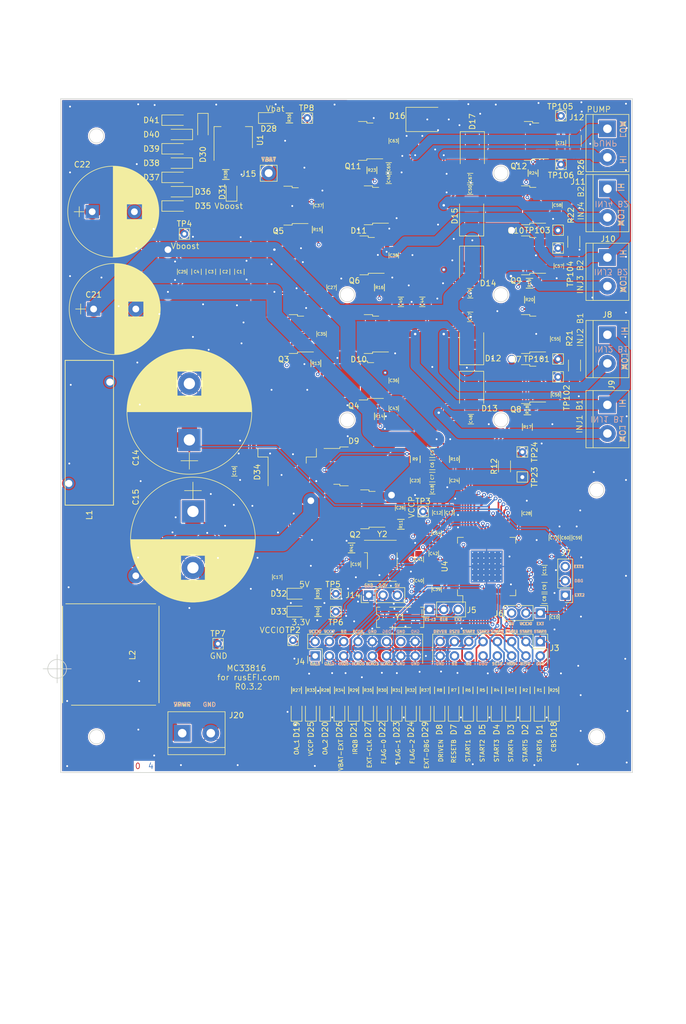
<source format=kicad_pcb>
(kicad_pcb (version 20171130) (host pcbnew "(5.1.5)-3")
  (title_block (title "Common Rail MC33816 board") (date 2020-05-28) (rev R0.3.2) (company http://rusefi.com/))
  (layers (0 F.Cu signal) (1 PWR_AN power) (2 GND power) (31 B.Cu signal) (34 B.Paste user) (35 F.Paste user) (36 B.SilkS user) (37 F.SilkS user) (38 B.Mask user) (39 F.Mask user) (44 Edge.Cuts user))
  (net 0 "")
  (net 1 GND)
  (net 2 /5V)
  (net 3 /3.3V)
  (net 4 /VCCIO)
  (net 5 /VCCP)
  (net 6 /Vbat)
  (net 7 /Vpwr)
  (net 8 /Vboost)
  (net 9 "Net-(C23-Pad1)")
  (net 10 "Net-(C24-Pad1)")
  (net 11 "Net-(C26-Pad2)")
  (net 12 "Net-(C35-Pad1)")
  (net 13 "Net-(C36-Pad1)")
  (net 14 "Net-(C37-Pad1)")
  (net 15 "Net-(C38-Pad1)")
  (net 16 "Net-(C39-Pad1)")
  (net 17 "Net-(C40-Pad1)")
  (net 18 "Net-(C41-Pad1)")
  (net 19 "Net-(C42-Pad1)")
  (net 20 "Net-(C55-Pad2)")
  (net 21 "Net-(C56-Pad2)")
  (net 22 "Net-(C57-Pad2)")
  (net 23 "Net-(C58-Pad2)")
  (net 24 "Net-(C63-Pad1)")
  (net 25 "Net-(C64-Pad2)")
  (net 26 "Net-(C71-Pad2)")
  (net 27 /START6)
  (net 28 /CSB)
  (net 29 /START5)
  (net 30 /MISO)
  (net 31 /START4)
  (net 32 /MOSI)
  (net 33 /START3)
  (net 34 /SCLK)
  (net 35 /START2)
  (net 36 /DBG_EXT2)
  (net 37 /START1)
  (net 38 /RESETB)
  (net 39 /DRVEN)
  (net 40 /OA_1)
  (net 41 /OA_2)
  (net 42 /IRQB)
  (net 43 /FLAG_0)
  (net 44 /EXT_CLK)
  (net 45 /FLAG_1)
  (net 46 /FLAG_2)
  (net 47 /DBG_EXT1)
  (net 48 /VCC2P5)
  (net 49 /BANK1_BAT)
  (net 50 /INJ_B1_HIGH)
  (net 51 /BANK2_BAT)
  (net 52 /INJ_B2_HIGH)
  (net 53 /INJ1_LOW)
  (net 54 /INJ2_LOW)
  (net 55 /INJ3_LOW)
  (net 56 /INJ4_LOW)
  (net 57 /PUMP_HIGH)
  (net 58 /PUMP_LOW)
  (net 59 /CLK)
  (net 60 /DBG)
  (net 61 /G_LS6)
  (net 62 /P_SENSE_BOOST)
  (net 63 /P_B1_SENSE)
  (net 64 /P_B2_SENSE)
  (net 65 /P_SENSE_PUMP)
  (net 66 /G_L_BOOST)
  (net 67 /G_HB1_BAT)
  (net 68 /G_HB1_BST)
  (net 69 /G_HB2_BAT)
  (net 70 /G_HB2_BST)
  (net 71 /G_L_INJ1)
  (net 72 /G_L_INJ2)
  (net 73 /G_L_INJ3)
  (net 74 /G_L_INJ4)
  (net 75 /G_PUMP)
  (net 76 /Vbuck)
  (net 77 "Net-(D1-Pad2)")
  (net 78 "Net-(D2-Pad2)")
  (net 79 "Net-(D3-Pad2)")
  (net 80 "Net-(D4-Pad2)")
  (net 81 "Net-(D5-Pad2)")
  (net 82 "Net-(D6-Pad2)")
  (net 83 "Net-(D7-Pad2)")
  (net 84 "Net-(D8-Pad2)")
  (net 85 "Net-(D18-Pad2)")
  (net 86 "Net-(D19-Pad2)")
  (net 87 "Net-(D20-Pad2)")
  (net 88 "Net-(D21-Pad2)")
  (net 89 "Net-(D22-Pad2)")
  (net 90 "Net-(D23-Pad2)")
  (net 91 "Net-(D24-Pad2)")
  (net 92 "Net-(D25-Pad2)")
  (net 93 "Net-(D26-Pad2)")
  (net 94 "Net-(D27-Pad2)")
  (net 95 "Net-(D29-Pad2)")
  (net 96 "Net-(D30-Pad2)")
  (net 97 "Net-(D31-Pad2)")
  (net 98 /VBAT_EXT)
  (net 99 "Net-(D28-Pad2)")
  (net 100 "Net-(D32-Pad2)")
  (net 101 "Net-(D33-Pad2)")
  (net 102 "Net-(R41-Pad2)")
  (net 103 "Net-(D30-Pad1)")
  (net 104 "Net-(D35-Pad2)")
  (net 105 "Net-(D36-Pad2)")
  (net 106 "Net-(D37-Pad2)")
  (net 107 "Net-(D38-Pad2)")
  (net 108 "Net-(D39-Pad2)")
  (net 109 "Net-(D40-Pad2)")
  (net 110 "Net-(R38-Pad2)")
  (module Package_TO_SOT_SMD:SOT-223 (layer F.Cu) (at 104.95 44.704 90)
    (fp_text reference U1 (at -0.508 4.778 90) (layer F.SilkS))
    (fp_text value AMS1117-3.3)
    (pad 1 smd rect (at -3.15 -2.3 90) (size 2 1.5) (layers F.Cu F.Paste F.Mask) (net 110 "Net-(R38-Pad2)"))
    (pad 3 smd rect (at -3.15 2.3 90) (size 2 1.5) (layers F.Cu F.Paste F.Mask) (net 96 "Net-(D30-Pad2)"))
    (pad 2 smd rect (at -3.15 0 90) (size 2 1.5) (layers F.Cu F.Paste F.Mask) (net 97 "Net-(D31-Pad2)"))
    (pad 4 smd rect (at 3.15 0 90) (size 2 3.8) (layers F.Cu F.Paste F.Mask))
  )
  (module Diode_SMD:D_MicroMELF_Handsoldering (layer F.Cu) (at 94.996 41.656)
    (fp_text reference D41 (at -4.572 0) (layer F.SilkS))
    (fp_text value 5.7V)
    (pad 2 smd rect (at 1.45 0) (size 2.2 1.5) (layers F.Cu F.Paste F.Mask) (net 103 "Net-(D30-Pad1)"))
    (pad 1 smd rect (at -1.45 0) (size 2.2 1.5) (layers F.Cu F.Paste F.Mask) (net 109 "Net-(D40-Pad2)"))
  )
  (module Diode_SMD:D_MicroMELF_Handsoldering (layer F.Cu) (at 94.996 44.196 180)
    (fp_text reference D40 (at 4.572 0) (layer F.SilkS))
    (fp_text value 5.7V)
    (pad 2 smd rect (at 1.45 0 180) (size 2.2 1.5) (layers F.Cu F.Paste F.Mask) (net 109 "Net-(D40-Pad2)"))
    (pad 1 smd rect (at -1.45 0 180) (size 2.2 1.5) (layers F.Cu F.Paste F.Mask) (net 108 "Net-(D39-Pad2)"))
  )
  (module Diode_SMD:D_MicroMELF_Handsoldering (layer F.Cu) (at 94.996 46.736)
    (fp_text reference D39 (at -4.572 0) (layer F.SilkS))
    (fp_text value 5.7V)
    (pad 2 smd rect (at 1.45 0) (size 2.2 1.5) (layers F.Cu F.Paste F.Mask) (net 108 "Net-(D39-Pad2)"))
    (pad 1 smd rect (at -1.45 0) (size 2.2 1.5) (layers F.Cu F.Paste F.Mask) (net 107 "Net-(D38-Pad2)"))
  )
  (module Diode_SMD:D_MicroMELF_Handsoldering (layer F.Cu) (at 94.996 49.276 180)
    (fp_text reference D38 (at 4.572 0) (layer F.SilkS))
    (fp_text value 5.7V)
    (pad 2 smd rect (at 1.45 0 180) (size 2.2 1.5) (layers F.Cu F.Paste F.Mask) (net 107 "Net-(D38-Pad2)"))
    (pad 1 smd rect (at -1.45 0 180) (size 2.2 1.5) (layers F.Cu F.Paste F.Mask) (net 106 "Net-(D37-Pad2)"))
  )
  (module Diode_SMD:D_MicroMELF_Handsoldering (layer F.Cu) (at 94.996 51.816)
    (fp_text reference D37 (at -4.572 0) (layer F.SilkS))
    (fp_text value 5.7V)
    (pad 2 smd rect (at 1.45 0) (size 2.2 1.5) (layers F.Cu F.Paste F.Mask) (net 106 "Net-(D37-Pad2)"))
    (pad 1 smd rect (at -1.45 0) (size 2.2 1.5) (layers F.Cu F.Paste F.Mask) (net 105 "Net-(D36-Pad2)"))
  )
  (module Diode_SMD:D_MicroMELF_Handsoldering (layer F.Cu) (at 94.996 54.356 180)
    (fp_text reference D36 (at -4.572 0) (layer F.SilkS))
    (fp_text value 5.7V)
    (pad 2 smd rect (at 1.45 0 180) (size 2.2 1.5) (layers F.Cu F.Paste F.Mask) (net 105 "Net-(D36-Pad2)"))
    (pad 1 smd rect (at -1.45 0 180) (size 2.2 1.5) (layers F.Cu F.Paste F.Mask) (net 104 "Net-(D35-Pad2)"))
  )
  (module Diode_SMD:D_MicroMELF_Handsoldering (layer F.Cu) (at 94.996 56.896)
    (fp_text reference D35 (at 4.572 0) (layer F.SilkS))
    (fp_text value 5.7V)
    (pad 2 smd rect (at 1.45 0) (size 2.2 1.5) (layers F.Cu F.Paste F.Mask) (net 104 "Net-(D35-Pad2)"))
    (pad 1 smd rect (at -1.45 0) (size 2.2 1.5) (layers F.Cu F.Paste F.Mask) (net 8 /Vboost))
  )
  (module Diode_SMD:D_MicroMELF_Handsoldering (layer F.Cu) (at 99.568 43.18 270)
    (fp_text reference D30 (at 4.572 0 90) (layer F.SilkS))
    (fp_text value 5.7V)
    (pad 2 smd rect (at 1.45 0 270) (size 2.2 1.5) (layers F.Cu F.Paste F.Mask) (net 96 "Net-(D30-Pad2)"))
    (pad 1 smd rect (at -1.45 0 270) (size 2.2 1.5) (layers F.Cu F.Paste F.Mask) (net 103 "Net-(D30-Pad1)"))
  )
  (module rusefi_lib:C_0805 (layer F.Cu) (at 126.746 120.523 270)
    (fp_text reference C19 (at 0 0) (layer F.SilkS) (effects (font (size 0.508 0.508) (thickness 0.1016))))
    (fp_text value 1000pF hide)
    (pad 2 smd rect (at 1 0 270) (size 1 1.25) (layers F.Cu F.Paste F.Mask) (net 1 GND))
    (pad 1 smd rect (at -1 0 270) (size 1 1.25) (layers F.Cu F.Paste F.Mask) (net 3 /3.3V))
  )
  (module rusefi_lib:R_0805 (layer F.Cu) (at 125.984 117.602)
    (fp_text reference R41 (at 0 0 90) (layer F.SilkS) (effects (font (size 0.508 0.508) (thickness 0.1016))))
    (fp_text value 10R hide)
    (pad 2 smd rect (at 0.95 0) (size 0.7 1.3) (layers F.Cu F.Paste F.Mask) (net 102 "Net-(R41-Pad2)"))
    (pad 1 smd rect (at -0.95 0) (size 0.7 1.3) (layers F.Cu F.Paste F.Mask) (net 1 GND))
  )
  (module Oscillator:Oscillator_SMD_Diodes_FN-4Pin_7.0x5.0mm (layer F.Cu) (at 131.445 119.888)
    (fp_text reference Y2 (at 0 -4.725) (layer F.SilkS))
    (fp_text value 1MHz)
    (pad 3 smd rect (at 2.2 2.54) (size 2 1.8) (layers F.Cu F.Paste F.Mask) (net 59 /CLK))
    (pad 2 smd rect (at -2.2 2.54) (size 2 1.8) (layers F.Cu F.Paste F.Mask) (net 1 GND))
    (pad 4 smd rect (at 2.2 -2.54) (size 2 1.8) (layers F.Cu F.Paste F.Mask) (net 3 /3.3V))
    (pad 1 smd rect (at -2.2 -2.54) (size 2 1.8) (layers F.Cu F.Paste F.Mask) (net 102 "Net-(R41-Pad2)"))
  )
  (module rusefi_lib:R_0805 (layer F.Cu) (at 144.272 101.854 270)
    (fp_text reference R10 (at 0 0) (layer F.SilkS) (effects (font (size 0.508 0.508) (thickness 0.1016))))
    (fp_text value 5.1R hide)
    (pad 2 smd rect (at 0.95 0 270) (size 0.7 1.3) (layers F.Cu F.Paste F.Mask) (net 10 "Net-(C24-Pad1)"))
    (pad 1 smd rect (at -0.95 0 270) (size 0.7 1.3) (layers F.Cu F.Paste F.Mask) (net 8 /Vboost))
  )
  (module rusefi_lib:R_0805 (layer F.Cu) (at 137.287 101.854 270)
    (fp_text reference R9 (at 0 0) (layer F.SilkS) (effects (font (size 0.508 0.508) (thickness 0.1016))))
    (fp_text value 5.1R hide)
    (pad 2 smd rect (at 0.95 0 270) (size 0.7 1.3) (layers F.Cu F.Paste F.Mask) (net 9 "Net-(C23-Pad1)"))
    (pad 1 smd rect (at -0.95 0 270) (size 0.7 1.3) (layers F.Cu F.Paste F.Mask) (net 76 /Vbuck))
  )
  (module rusefi_lib:C_0805 (layer F.Cu) (at 140.335 107.188 180)
    (fp_text reference C18 (at 0 0 90) (layer F.SilkS) (effects (font (size 0.508 0.508) (thickness 0.1016))))
    (fp_text value 10nF hide)
    (pad 2 smd rect (at 1 0 180) (size 1 1.25) (layers F.Cu F.Paste F.Mask) (net 62 /P_SENSE_BOOST))
    (pad 1 smd rect (at -1 0 180) (size 1 1.25) (layers F.Cu F.Paste F.Mask) (net 8 /Vboost))
  )
  (module rusefi_lib:C_0805 (layer F.Cu) (at 140.335 105.029 180)
    (fp_text reference C7 (at 0 0 90) (layer F.SilkS) (effects (font (size 0.508 0.508) (thickness 0.1016))))
    (fp_text value 100nF hide)
    (pad 2 smd rect (at 1 0 180) (size 1 1.25) (layers F.Cu F.Paste F.Mask) (net 62 /P_SENSE_BOOST))
    (pad 1 smd rect (at -1 0 180) (size 1 1.25) (layers F.Cu F.Paste F.Mask) (net 8 /Vboost))
  )
  (module rusefi_lib:C_0805 (layer F.Cu) (at 140.335 102.87 180)
    (fp_text reference C6 (at 0 0 90) (layer F.SilkS) (effects (font (size 0.508 0.508) (thickness 0.1016))))
    (fp_text value 10nF hide)
    (pad 2 smd rect (at 1 0 180) (size 1 1.25) (layers F.Cu F.Paste F.Mask) (net 62 /P_SENSE_BOOST))
    (pad 1 smd rect (at -1 0 180) (size 1 1.25) (layers F.Cu F.Paste F.Mask) (net 8 /Vboost))
  )
  (module rusefi_lib:C_0805 (layer F.Cu) (at 140.335 100.711 180)
    (fp_text reference C5 (at 0 0 90) (layer F.SilkS) (effects (font (size 0.508 0.508) (thickness 0.1016))))
    (fp_text value 100nF hide)
    (pad 2 smd rect (at 1 0 180) (size 1 1.25) (layers F.Cu F.Paste F.Mask) (net 62 /P_SENSE_BOOST))
    (pad 1 smd rect (at -1 0 180) (size 1 1.25) (layers F.Cu F.Paste F.Mask) (net 8 /Vboost))
  )
  (module Package_TO_SOT_SMD:TO-263-2 (layer F.Cu) (at 114.535 98.51 90)
    (fp_text reference D34 (at -5.63 -5.315 90) (layer F.SilkS))
    (fp_text value STTH802G-TR)
    (pad 2 smd rect (at 3.375 0 90) (size 9.4 10.8) (layers F.Cu F.Mask) (net 8 /Vboost))
    (pad 3 smd rect (at -5.775 2.54 90) (size 4.6 1.1) (layers F.Cu F.Paste F.Mask) (net 76 /Vbuck))
    (pad 1 smd rect (at -5.775 -2.54 90) (size 4.6 1.1) (layers F.Cu F.Paste F.Mask))
  )
  (module rusefi_lib:C_0805 (layer F.Cu) (at 98.425 68.58 270)
    (fp_text reference C4 (at 0 0) (layer F.SilkS) (effects (font (size 0.508 0.508) (thickness 0.1016))))
    (fp_text value 10nF hide)
    (pad 2 smd rect (at 1 0 270) (size 1 1.25) (layers F.Cu F.Paste F.Mask) (net 62 /P_SENSE_BOOST))
    (pad 1 smd rect (at -1 0 270) (size 1 1.25) (layers F.Cu F.Paste F.Mask) (net 8 /Vboost))
  )
  (module rusefi_lib:C_0805 (layer F.Cu) (at 100.965 68.58 270)
    (fp_text reference C3 (at 0 0) (layer F.SilkS) (effects (font (size 0.508 0.508) (thickness 0.1016))))
    (fp_text value 100nF hide)
    (pad 2 smd rect (at 1 0 270) (size 1 1.25) (layers F.Cu F.Paste F.Mask) (net 62 /P_SENSE_BOOST))
    (pad 1 smd rect (at -1 0 270) (size 1 1.25) (layers F.Cu F.Paste F.Mask) (net 8 /Vboost))
  )
  (module rusefi_lib:C_0805 (layer F.Cu) (at 103.505 68.58 270)
    (fp_text reference C2 (at 0 0) (layer F.SilkS) (effects (font (size 0.508 0.508) (thickness 0.1016))))
    (fp_text value 10nF hide)
    (pad 2 smd rect (at 1 0 270) (size 1 1.25) (layers F.Cu F.Paste F.Mask) (net 62 /P_SENSE_BOOST))
    (pad 1 smd rect (at -1 0 270) (size 1 1.25) (layers F.Cu F.Paste F.Mask) (net 8 /Vboost))
  )
  (module rusefi_lib:C_0805 (layer F.Cu) (at 106.045 68.58 270)
    (fp_text reference C1 (at 0 0) (layer F.SilkS) (effects (font (size 0.508 0.508) (thickness 0.1016))))
    (fp_text value 100nF hide)
    (pad 2 smd rect (at 1 0 270) (size 1 1.25) (layers F.Cu F.Paste F.Mask) (net 62 /P_SENSE_BOOST))
    (pad 1 smd rect (at -1 0 270) (size 1 1.25) (layers F.Cu F.Paste F.Mask) (net 8 /Vboost))
  )
  (module Package_TO_SOT_SMD:TO-252-2 (layer F.Cu) (at 155.695 45.339 180)
    (fp_text reference Q12 (at 0 -4.5) (layer F.SilkS))
    (fp_text value BUK9230-100B)
    (pad 2 smd rect (at 2.1 0 180) (size 6.4 5.8) (layers F.Cu F.Mask) (net 58 /PUMP_LOW))
    (pad 3 smd rect (at -4.2 2.28 180) (size 2.2 1.2) (layers F.Cu F.Paste F.Mask) (net 65 /P_SENSE_PUMP))
    (pad 1 smd rect (at -4.2 -2.28 180) (size 2.2 1.2) (layers F.Cu F.Paste F.Mask) (net 26 "Net-(C71-Pad2)"))
  )
  (module Package_TO_SOT_SMD:TO-252-2 (layer F.Cu) (at 126.231 45.339 180)
    (fp_text reference Q11 (at 0 -4.5) (layer F.SilkS))
    (fp_text value BUK9230-100B)
    (pad 2 smd rect (at 2.1 0 180) (size 6.4 5.8) (layers F.Cu F.Mask) (net 6 /Vbat))
    (pad 3 smd rect (at -4.2 2.28 180) (size 2.2 1.2) (layers F.Cu F.Paste F.Mask) (net 57 /PUMP_HIGH))
    (pad 1 smd rect (at -4.2 -2.28 180) (size 2.2 1.2) (layers F.Cu F.Paste F.Mask) (net 24 "Net-(C63-Pad1)"))
  )
  (module Package_TO_SOT_SMD:TO-252-2 (layer F.Cu) (at 155.187 56.769 180)
    (fp_text reference Q10 (at 0 -4.5) (layer F.SilkS))
    (fp_text value BUK9230-100B)
    (pad 2 smd rect (at 2.1 0 180) (size 6.4 5.8) (layers F.Cu F.Mask) (net 56 /INJ4_LOW))
    (pad 3 smd rect (at -4.2 2.28 180) (size 2.2 1.2) (layers F.Cu F.Paste F.Mask) (net 64 /P_B2_SENSE))
    (pad 1 smd rect (at -4.2 -2.28 180) (size 2.2 1.2) (layers F.Cu F.Paste F.Mask) (net 23 "Net-(C58-Pad2)"))
  )
  (module Package_TO_SOT_SMD:TO-252-2 (layer F.Cu) (at 155.187 65.659 180)
    (fp_text reference Q9 (at 0 -4.5) (layer F.SilkS))
    (fp_text value BUK9230-100B)
    (pad 2 smd rect (at 2.1 0 180) (size 6.4 5.8) (layers F.Cu F.Mask) (net 55 /INJ3_LOW))
    (pad 3 smd rect (at -4.2 2.28 180) (size 2.2 1.2) (layers F.Cu F.Paste F.Mask) (net 64 /P_B2_SENSE))
    (pad 1 smd rect (at -4.2 -2.28 180) (size 2.2 1.2) (layers F.Cu F.Paste F.Mask) (net 22 "Net-(C57-Pad2)"))
  )
  (module Package_TO_SOT_SMD:TO-252-2 (layer F.Cu) (at 155.187 88.519 180)
    (fp_text reference Q8 (at 0 -4.5) (layer F.SilkS))
    (fp_text value BUK9230-100B)
    (pad 2 smd rect (at 2.1 0 180) (size 6.4 5.8) (layers F.Cu F.Mask) (net 53 /INJ1_LOW))
    (pad 3 smd rect (at -4.2 2.28 180) (size 2.2 1.2) (layers F.Cu F.Paste F.Mask) (net 63 /P_B1_SENSE))
    (pad 1 smd rect (at -4.2 -2.28 180) (size 2.2 1.2) (layers F.Cu F.Paste F.Mask) (net 21 "Net-(C56-Pad2)"))
  )
  (module Package_TO_SOT_SMD:TO-252-2 (layer F.Cu) (at 155.187 79.629 180)
    (fp_text reference Q7 (at 0 -4.5) (layer F.SilkS))
    (fp_text value BUK9230-100B)
    (pad 2 smd rect (at 2.1 0 180) (size 6.4 5.8) (layers F.Cu F.Mask) (net 54 /INJ2_LOW))
    (pad 3 smd rect (at -4.2 2.28 180) (size 2.2 1.2) (layers F.Cu F.Paste F.Mask) (net 63 /P_B1_SENSE))
    (pad 1 smd rect (at -4.2 -2.28 180) (size 2.2 1.2) (layers F.Cu F.Paste F.Mask) (net 20 "Net-(C55-Pad2)"))
  )
  (module Package_TO_SOT_SMD:TO-252-2 (layer F.Cu) (at 126.485 65.659 180)
    (fp_text reference Q6 (at 0 -4.5) (layer F.SilkS))
    (fp_text value BUK9230-100B)
    (pad 2 smd rect (at 2.1 0 180) (size 6.4 5.8) (layers F.Cu F.Mask) (net 8 /Vboost))
    (pad 3 smd rect (at -4.2 2.28 180) (size 2.2 1.2) (layers F.Cu F.Paste F.Mask) (net 52 /INJ_B2_HIGH))
    (pad 1 smd rect (at -4.2 -2.28 180) (size 2.2 1.2) (layers F.Cu F.Paste F.Mask) (net 15 "Net-(C38-Pad1)"))
  )
  (module Package_TO_SOT_SMD:TO-252-2 (layer F.Cu) (at 112.9595 56.8325 180)
    (fp_text reference Q5 (at 0 -4.5) (layer F.SilkS))
    (fp_text value BUK9230-100B)
    (pad 2 smd rect (at 2.1 0 180) (size 6.4 5.8) (layers F.Cu F.Mask) (net 6 /Vbat))
    (pad 3 smd rect (at -4.2 2.28 180) (size 2.2 1.2) (layers F.Cu F.Paste F.Mask) (net 51 /BANK2_BAT))
    (pad 1 smd rect (at -4.2 -2.28 180) (size 2.2 1.2) (layers F.Cu F.Paste F.Mask) (net 14 "Net-(C37-Pad1)"))
  )
  (module Package_TO_SOT_SMD:TO-252-2 (layer F.Cu) (at 126.358 87.884 180)
    (fp_text reference Q4 (at 0 -4.5) (layer F.SilkS))
    (fp_text value BUK9230-100B)
    (pad 2 smd rect (at 2.1 0 180) (size 6.4 5.8) (layers F.Cu F.Mask) (net 8 /Vboost))
    (pad 3 smd rect (at -4.2 2.28 180) (size 2.2 1.2) (layers F.Cu F.Paste F.Mask) (net 50 /INJ_B1_HIGH))
    (pad 1 smd rect (at -4.2 -2.28 180) (size 2.2 1.2) (layers F.Cu F.Paste F.Mask) (net 13 "Net-(C36-Pad1)"))
  )
  (module Package_TO_SOT_SMD:TO-252-2 (layer F.Cu) (at 113.912 79.629 180)
    (fp_text reference Q3 (at 0 -4.5) (layer F.SilkS))
    (fp_text value BUK9230-100B)
    (pad 2 smd rect (at 2.1 0 180) (size 6.4 5.8) (layers F.Cu F.Mask) (net 6 /Vbat))
    (pad 3 smd rect (at -4.2 2.28 180) (size 2.2 1.2) (layers F.Cu F.Paste F.Mask) (net 49 /BANK1_BAT))
    (pad 1 smd rect (at -4.2 -2.28 180) (size 2.2 1.2) (layers F.Cu F.Paste F.Mask) (net 12 "Net-(C35-Pad1)"))
  )
  (module Package_TO_SOT_SMD:TO-252-2 (layer F.Cu) (at 126.612 110.744 180)
    (fp_text reference Q2 (at 0 -4.5) (layer F.SilkS))
    (fp_text value BUK9230-100B)
    (pad 2 smd rect (at 2.1 0 180) (size 6.4 5.8) (layers F.Cu F.Mask) (net 76 /Vbuck))
    (pad 3 smd rect (at -4.2 2.28 180) (size 2.2 1.2) (layers F.Cu F.Paste F.Mask) (net 62 /P_SENSE_BOOST))
    (pad 1 smd rect (at -4.2 -2.28 180) (size 2.2 1.2) (layers F.Cu F.Paste F.Mask) (net 11 "Net-(C26-Pad2)"))
  )
  (module Package_TO_SOT_SMD:TO-252-2 (layer F.Cu) (at 127.247 56.769 180)
    (fp_text reference D11 (at 0 -4.5) (layer F.SilkS))
    (fp_text value SBR10200CTL)
    (pad 2 smd rect (at 2.1 0 180) (size 6.4 5.8) (layers F.Cu F.Mask) (net 52 /INJ_B2_HIGH))
    (pad 3 smd rect (at -4.2 2.28 180) (size 2.2 1.2) (layers F.Cu F.Paste F.Mask) (net 51 /BANK2_BAT))
    (pad 1 smd rect (at -4.2 -2.28 180) (size 2.2 1.2) (layers F.Cu F.Paste F.Mask) (net 1 GND))
  )
  (module Package_TO_SOT_SMD:TO-252-2 (layer F.Cu) (at 127.247 79.629 180)
    (fp_text reference D10 (at 0 -4.5) (layer F.SilkS))
    (fp_text value SBR10200CTL)
    (pad 2 smd rect (at 2.1 0 180) (size 6.4 5.8) (layers F.Cu F.Mask) (net 50 /INJ_B1_HIGH))
    (pad 3 smd rect (at -4.2 2.28 180) (size 2.2 1.2) (layers F.Cu F.Paste F.Mask) (net 49 /BANK1_BAT))
    (pad 1 smd rect (at -4.2 -2.28 180) (size 2.2 1.2) (layers F.Cu F.Paste F.Mask) (net 1 GND))
  )
  (module Package_TO_SOT_SMD:TO-252-2 (layer F.Cu) (at 126.375 103.124)
    (fp_text reference D9 (at 0 -4.5) (layer F.SilkS))
    (fp_text value FFD10UP20S)
    (pad 2 smd rect (at 2.1 0) (size 6.4 5.8) (layers F.Cu F.Mask) (net 8 /Vboost))
    (pad 3 smd rect (at -4.2 2.28) (size 2.2 1.2) (layers F.Cu F.Paste F.Mask) (net 76 /Vbuck))
    (pad 1 smd rect (at -4.2 -2.28) (size 2.2 1.2) (layers F.Cu F.Paste F.Mask) (net 8 /Vboost))
  )
  (module Connector_Pin:Pin_D0.7mm_L6.5mm_W1.8mm_FlatFork (layer F.Cu) (at 118.11 41.275 90)
    (fp_text reference TP8 (at 1.778 -0.127 180) (layer F.SilkS))
    (fp_text value CONN_01X01)
    (pad 1 thru_hole circle (at 0 0 90) (size 1.4 1.4) (drill 0.7) (layers *.Cu *.Mask) (net 6 /Vbat))
  )
  (module Connector_Pin:Pin_D0.7mm_L6.5mm_W1.8mm_FlatFork (layer F.Cu) (at 163.195 49.53 270)
    (fp_text reference TP106 (at 1.905 0 180) (layer F.SilkS))
    (fp_text value CONN_01X01)
    (pad 1 thru_hole circle (at 0 0 270) (size 1.4 1.4) (drill 0.7) (layers *.Cu *.Mask) (net 1 GND))
  )
  (module Connector_Pin:Pin_D0.7mm_L6.5mm_W1.8mm_FlatFork (layer F.Cu) (at 163.195 40.894 270)
    (fp_text reference TP105 (at -1.651 0.127 180) (layer F.SilkS))
    (fp_text value CONN_01X01)
    (pad 1 thru_hole circle (at 0 0 270) (size 1.4 1.4) (drill 0.7) (layers *.Cu *.Mask) (net 65 /P_SENSE_PUMP))
  )
  (module Connector_Pin:Pin_D0.7mm_L6.5mm_W1.8mm_FlatFork (layer F.Cu) (at 162.687 64.389 270)
    (fp_text reference TP104 (at 4.572 -2.159 90) (layer F.SilkS))
    (fp_text value CONN_01X01)
    (pad 1 thru_hole circle (at 0 0 270) (size 1.4 1.4) (drill 0.7) (layers *.Cu *.Mask) (net 1 GND))
  )
  (module Connector_Pin:Pin_D0.7mm_L6.5mm_W1.8mm_FlatFork (layer F.Cu) (at 162.687 61.214 270)
    (fp_text reference TP103 (at 0 3.683 180) (layer F.SilkS))
    (fp_text value CONN_01X01)
    (pad 1 thru_hole circle (at 0 0 270) (size 1.4 1.4) (drill 0.7) (layers *.Cu *.Mask) (net 64 /P_B2_SENSE))
  )
  (module Connector_Pin:Pin_D0.7mm_L6.5mm_W1.8mm_FlatFork (layer F.Cu) (at 162.687 87.249 270)
    (fp_text reference TP102 (at 3.683 -1.524 270) (layer F.SilkS))
    (fp_text value CONN_01X01)
    (pad 1 thru_hole circle (at 0 0 270) (size 1.4 1.4) (drill 0.7) (layers *.Cu *.Mask) (net 1 GND))
  )
  (module Connector_Pin:Pin_D0.7mm_L6.5mm_W1.8mm_FlatFork (layer F.Cu) (at 162.687 84.074 270)
    (fp_text reference TP101 (at 0 3.81 180) (layer F.SilkS))
    (fp_text value CONN_01X01)
    (pad 1 thru_hole circle (at 0 0 270) (size 1.4 1.4) (drill 0.7) (layers *.Cu *.Mask) (net 63 /P_B1_SENSE))
  )
  (module Connector_Pin:Pin_D0.7mm_L6.5mm_W1.8mm_FlatFork (layer F.Cu) (at 156.337 100.584 270)
    (fp_text reference TP24 (at 0 -2.159 90) (layer F.SilkS))
    (fp_text value CONN_01X01)
    (pad 1 thru_hole circle (at 0 0 270) (size 1.4 1.4) (drill 0.7) (layers *.Cu *.Mask) (net 1 GND))
  )
  (module Connector_Pin:Pin_D0.7mm_L6.5mm_W1.8mm_FlatFork (layer F.Cu) (at 156.337 105.029 270)
    (fp_text reference TP23 (at 0 -2.159 90) (layer F.SilkS))
    (fp_text value CONN_01X01)
    (pad 1 thru_hole circle (at 0 0 270) (size 1.4 1.4) (drill 0.7) (layers *.Cu *.Mask) (net 62 /P_SENSE_BOOST))
  )
  (module Connector_Pin:Pin_D0.7mm_L6.5mm_W1.8mm_FlatFork (layer F.Cu) (at 102.235 134.62 180)
    (fp_text reference TP7 (at 0 1.8) (layer F.SilkS))
    (fp_text value CONN_01X01)
    (pad 1 thru_hole circle (at 0 0 180) (size 1.4 1.4) (drill 0.7) (layers *.Cu *.Mask) (net 1 GND))
  )
  (module Connector_Pin:Pin_D0.7mm_L6.5mm_W1.8mm_FlatFork (layer F.Cu) (at 123.19 128.905 90)
    (fp_text reference TP6 (at -1.905 0 180) (layer F.SilkS))
    (fp_text value CONN_01X01)
    (pad 1 thru_hole circle (at 0 0 90) (size 1.4 1.4) (drill 0.7) (layers *.Cu *.Mask) (net 3 /3.3V))
  )
  (module Connector_Pin:Pin_D0.7mm_L6.5mm_W1.8mm_FlatFork (layer F.Cu) (at 123.19 125.73 90)
    (fp_text reference TP5 (at 1.651 -0.508 180) (layer F.SilkS))
    (fp_text value CONN_01X01)
    (pad 1 thru_hole circle (at 0 0 90) (size 1.4 1.4) (drill 0.7) (layers *.Cu *.Mask) (net 2 /5V))
  )
  (module Connector_Pin:Pin_D0.7mm_L6.5mm_W1.8mm_FlatFork (layer F.Cu) (at 96.266 61.849 180)
    (fp_text reference TP4 (at 0 1.8) (layer F.SilkS))
    (fp_text value CONN_01X01)
    (pad 1 thru_hole circle (at 0 0 180) (size 1.4 1.4) (drill 0.7) (layers *.Cu *.Mask) (net 8 /Vboost))
  )
  (module Connector_Pin:Pin_D0.7mm_L6.5mm_W1.8mm_FlatFork (layer F.Cu) (at 138.684 111.125 180)
    (fp_text reference TP3 (at 0 1.8) (layer F.SilkS))
    (fp_text value CONN_01X01)
    (pad 1 thru_hole circle (at 0 0 180) (size 1.4 1.4) (drill 0.7) (layers *.Cu *.Mask) (net 5 /VCCP))
  )
  (module Connector_Pin:Pin_D0.7mm_L6.5mm_W1.8mm_FlatFork (layer F.Cu) (at 115.57 133.985 180)
    (fp_text reference TP2 (at 0 1.8) (layer F.SilkS))
    (fp_text value CONN_01X01)
    (pad 1 thru_hole circle (at 0 0 180) (size 1.4 1.4) (drill 0.7) (layers *.Cu *.Mask) (net 4 /VCCIO))
  )
  (module rusefi_lib:R_0805 (layer F.Cu) (at 120.015 128.905)
    (fp_text reference R40 (at 0 0 90) (layer F.SilkS) (effects (font (size 0.508 0.508) (thickness 0.1016))))
    (fp_text value 1k hide)
    (pad 2 smd rect (at 0.95 0) (size 0.7 1.3) (layers F.Cu F.Paste F.Mask) (net 3 /3.3V))
    (pad 1 smd rect (at -0.95 0) (size 0.7 1.3) (layers F.Cu F.Paste F.Mask) (net 101 "Net-(D33-Pad2)"))
  )
  (module rusefi_lib:R_0805 (layer F.Cu) (at 120.015 125.73)
    (fp_text reference R39 (at 0 0 90) (layer F.SilkS) (effects (font (size 0.508 0.508) (thickness 0.1016))))
    (fp_text value 1k hide)
    (pad 2 smd rect (at 0.95 0) (size 0.7 1.3) (layers F.Cu F.Paste F.Mask) (net 2 /5V))
    (pad 1 smd rect (at -0.95 0) (size 0.7 1.3) (layers F.Cu F.Paste F.Mask) (net 100 "Net-(D32-Pad2)"))
  )
  (module rusefi_lib:R_0805 (layer F.Cu) (at 114.935 41.275)
    (fp_text reference R36 (at 0 0 90) (layer F.SilkS) (effects (font (size 0.508 0.508) (thickness 0.1016))))
    (fp_text value 1k hide)
    (pad 2 smd rect (at 0.95 0) (size 0.7 1.3) (layers F.Cu F.Paste F.Mask) (net 6 /Vbat))
    (pad 1 smd rect (at -0.95 0) (size 0.7 1.3) (layers F.Cu F.Paste F.Mask) (net 99 "Net-(D28-Pad2)"))
  )
  (module LED_SMD:LED_0805_2012Metric (layer F.Cu) (at 116.205 128.905)
    (fp_text reference D33 (at -3.175 0) (layer F.SilkS))
    (fp_text value LED_Small)
    (pad 2 smd roundrect (at 0.9375 0) (size 0.975 1.4) (layers F.Cu F.Paste F.Mask) (net 101 "Net-(D33-Pad2)"))
    (pad 1 smd roundrect (at -0.9375 0) (size 0.975 1.4) (layers F.Cu F.Paste F.Mask) (net 1 GND))
  )
  (module LED_SMD:LED_0805_2012Metric (layer F.Cu) (at 116.205 125.73)
    (fp_text reference D32 (at -3.175 0) (layer F.SilkS))
    (fp_text value LED_Small)
    (pad 2 smd roundrect (at 0.9375 0) (size 0.975 1.4) (layers F.Cu F.Paste F.Mask) (net 100 "Net-(D32-Pad2)"))
    (pad 1 smd roundrect (at -0.9375 0) (size 0.975 1.4) (layers F.Cu F.Paste F.Mask) (net 1 GND))
  )
  (module LED_SMD:LED_0805_2012Metric (layer F.Cu) (at 111.125 41.275)
    (fp_text reference D28 (at 0.127 1.905) (layer F.SilkS))
    (fp_text value LED_Small)
    (pad 2 smd roundrect (at 0.9375 0) (size 0.975 1.4) (layers F.Cu F.Paste F.Mask) (net 99 "Net-(D28-Pad2)"))
    (pad 1 smd roundrect (at -0.9375 0) (size 0.975 1.4) (layers F.Cu F.Paste F.Mask) (net 1 GND))
  )
  (module rusefi_lib:R_0805 (layer F.Cu) (at 103.632 51.308 180)
    (fp_text reference R38 (at 0 0 90) (layer F.SilkS) (effects (font (size 0.508 0.508) (thickness 0.1016))))
    (fp_text value 1k hide)
    (pad 2 smd rect (at 0.95 0 180) (size 0.7 1.3) (layers F.Cu F.Paste F.Mask) (net 110 "Net-(R38-Pad2)"))
    (pad 1 smd rect (at -0.95 0 180) (size 0.7 1.3) (layers F.Cu F.Paste F.Mask) (net 97 "Net-(D31-Pad2)"))
  )
  (module rusefi_lib:R_0805 (layer F.Cu) (at 139.065 142.875 90)
    (fp_text reference R37 (at 0 0) (layer F.SilkS) (effects (font (size 0.508 0.508) (thickness 0.1016))))
    (fp_text value 1k hide)
    (pad 2 smd rect (at 0.95 0 90) (size 0.7 1.3) (layers F.Cu F.Paste F.Mask) (net 47 /DBG_EXT1))
    (pad 1 smd rect (at -0.95 0 90) (size 0.7 1.3) (layers F.Cu F.Paste F.Mask) (net 95 "Net-(D29-Pad2)"))
  )
  (module rusefi_lib:R_0805 (layer F.Cu) (at 128.905 142.875 90)
    (fp_text reference R35 (at 0 0) (layer F.SilkS) (effects (font (size 0.508 0.508) (thickness 0.1016))))
    (fp_text value 1k hide)
    (pad 2 smd rect (at 0.95 0 90) (size 0.7 1.3) (layers F.Cu F.Paste F.Mask) (net 44 /EXT_CLK))
    (pad 1 smd rect (at -0.95 0 90) (size 0.7 1.3) (layers F.Cu F.Paste F.Mask) (net 94 "Net-(D27-Pad2)"))
  )
  (module rusefi_lib:R_0805 (layer F.Cu) (at 123.825 142.875 90)
    (fp_text reference R34 (at 0 0) (layer F.SilkS) (effects (font (size 0.508 0.508) (thickness 0.1016))))
    (fp_text value 1k hide)
    (pad 2 smd rect (at 0.95 0 90) (size 0.7 1.3) (layers F.Cu F.Paste F.Mask) (net 98 /VBAT_EXT))
    (pad 1 smd rect (at -0.95 0 90) (size 0.7 1.3) (layers F.Cu F.Paste F.Mask) (net 93 "Net-(D26-Pad2)"))
  )
  (module rusefi_lib:R_0805 (layer F.Cu) (at 118.745 142.875 90)
    (fp_text reference R33 (at 0 0) (layer F.SilkS) (effects (font (size 0.508 0.508) (thickness 0.1016))))
    (fp_text value 1k hide)
    (pad 2 smd rect (at 0.95 0 90) (size 0.7 1.3) (layers F.Cu F.Paste F.Mask) (net 5 /VCCP))
    (pad 1 smd rect (at -0.95 0 90) (size 0.7 1.3) (layers F.Cu F.Paste F.Mask) (net 92 "Net-(D25-Pad2)"))
  )
  (module rusefi_lib:R_0805 (layer F.Cu) (at 136.525 142.875 90)
    (fp_text reference R32 (at 0 0) (layer F.SilkS) (effects (font (size 0.508 0.508) (thickness 0.1016))))
    (fp_text value 1k hide)
    (pad 2 smd rect (at 0.95 0 90) (size 0.7 1.3) (layers F.Cu F.Paste F.Mask) (net 46 /FLAG_2))
    (pad 1 smd rect (at -0.95 0 90) (size 0.7 1.3) (layers F.Cu F.Paste F.Mask) (net 91 "Net-(D24-Pad2)"))
  )
  (module rusefi_lib:R_0805 (layer F.Cu) (at 133.985 142.875 90)
    (fp_text reference R31 (at 0 0) (layer F.SilkS) (effects (font (size 0.508 0.508) (thickness 0.1016))))
    (fp_text value 1k hide)
    (pad 2 smd rect (at 0.95 0 90) (size 0.7 1.3) (layers F.Cu F.Paste F.Mask) (net 45 /FLAG_1))
    (pad 1 smd rect (at -0.95 0 90) (size 0.7 1.3) (layers F.Cu F.Paste F.Mask) (net 90 "Net-(D23-Pad2)"))
  )
  (module rusefi_lib:R_0805 (layer F.Cu) (at 131.445 142.875 90)
    (fp_text reference R30 (at 0 0) (layer F.SilkS) (effects (font (size 0.508 0.508) (thickness 0.1016))))
    (fp_text value 1k hide)
    (pad 2 smd rect (at 0.95 0 90) (size 0.7 1.3) (layers F.Cu F.Paste F.Mask) (net 43 /FLAG_0))
    (pad 1 smd rect (at -0.95 0 90) (size 0.7 1.3) (layers F.Cu F.Paste F.Mask) (net 89 "Net-(D22-Pad2)"))
  )
  (module rusefi_lib:R_0805 (layer F.Cu) (at 126.365 142.875 90)
    (fp_text reference R29 (at 0 0) (layer F.SilkS) (effects (font (size 0.508 0.508) (thickness 0.1016))))
    (fp_text value 1k hide)
    (pad 2 smd rect (at 0.95 0 90) (size 0.7 1.3) (layers F.Cu F.Paste F.Mask) (net 42 /IRQB))
    (pad 1 smd rect (at -0.95 0 90) (size 0.7 1.3) (layers F.Cu F.Paste F.Mask) (net 88 "Net-(D21-Pad2)"))
  )
  (module rusefi_lib:R_0805 (layer F.Cu) (at 121.285 142.875 90)
    (fp_text reference R28 (at 0 0) (layer F.SilkS) (effects (font (size 0.508 0.508) (thickness 0.1016))))
    (fp_text value 1k hide)
    (pad 2 smd rect (at 0.95 0 90) (size 0.7 1.3) (layers F.Cu F.Paste F.Mask) (net 41 /OA_2))
    (pad 1 smd rect (at -0.95 0 90) (size 0.7 1.3) (layers F.Cu F.Paste F.Mask) (net 87 "Net-(D20-Pad2)"))
  )
  (module rusefi_lib:R_0805 (layer F.Cu) (at 116.205 142.875 90)
    (fp_text reference R27 (at 0 0) (layer F.SilkS) (effects (font (size 0.508 0.508) (thickness 0.1016))))
    (fp_text value 1k hide)
    (pad 2 smd rect (at 0.95 0 90) (size 0.7 1.3) (layers F.Cu F.Paste F.Mask) (net 40 /OA_1))
    (pad 1 smd rect (at -0.95 0 90) (size 0.7 1.3) (layers F.Cu F.Paste F.Mask) (net 86 "Net-(D19-Pad2)"))
  )
  (module rusefi_lib:R_0805 (layer F.Cu) (at 161.925 142.875 90)
    (fp_text reference R25 (at 0 0) (layer F.SilkS) (effects (font (size 0.508 0.508) (thickness 0.1016))))
    (fp_text value 1k hide)
    (pad 2 smd rect (at 0.95 0 90) (size 0.7 1.3) (layers F.Cu F.Paste F.Mask) (net 28 /CSB))
    (pad 1 smd rect (at -0.95 0 90) (size 0.7 1.3) (layers F.Cu F.Paste F.Mask) (net 85 "Net-(D18-Pad2)"))
  )
  (module rusefi_lib:R_0805 (layer F.Cu) (at 158.242 51.054 270)
    (fp_text reference R24 (at 0 0) (layer F.SilkS) (effects (font (size 0.508 0.508) (thickness 0.1016))))
    (fp_text value 10R hide)
    (pad 2 smd rect (at 0.95 0 270) (size 0.7 1.3) (layers F.Cu F.Paste F.Mask) (net 75 /G_PUMP))
    (pad 1 smd rect (at -0.95 0 270) (size 0.7 1.3) (layers F.Cu F.Paste F.Mask) (net 26 "Net-(C71-Pad2)"))
  )
  (module rusefi_lib:R_0805 (layer F.Cu) (at 129.6035 50.546 270)
    (fp_text reference R23 (at 0 0) (layer F.SilkS) (effects (font (size 0.508 0.508) (thickness 0.1016))))
    (fp_text value 10R hide)
    (pad 2 smd rect (at 0.95 0 270) (size 0.7 1.3) (layers F.Cu F.Paste F.Mask) (net 61 /G_LS6))
    (pad 1 smd rect (at -0.95 0 270) (size 0.7 1.3) (layers F.Cu F.Paste F.Mask) (net 24 "Net-(C63-Pad1)"))
  )
  (module rusefi_lib:R_0805 (layer F.Cu) (at 157.607 73.533 270)
    (fp_text reference R20 (at 0 0) (layer F.SilkS) (effects (font (size 0.508 0.508) (thickness 0.1016))))
    (fp_text value 10R hide)
    (pad 2 smd rect (at 0.95 0 270) (size 0.7 1.3) (layers F.Cu F.Paste F.Mask) (net 74 /G_L_INJ4))
    (pad 1 smd rect (at -0.95 0 270) (size 0.7 1.3) (layers F.Cu F.Paste F.Mask) (net 23 "Net-(C58-Pad2)"))
  )
  (module rusefi_lib:R_0805 (layer F.Cu) (at 157.607 70.612 180)
    (fp_text reference R19 (at 0 0 90) (layer F.SilkS) (effects (font (size 0.508 0.508) (thickness 0.1016))))
    (fp_text value 10R hide)
    (pad 2 smd rect (at 0.95 0 180) (size 0.7 1.3) (layers F.Cu F.Paste F.Mask) (net 73 /G_L_INJ3))
    (pad 1 smd rect (at -0.95 0 180) (size 0.7 1.3) (layers F.Cu F.Paste F.Mask) (net 22 "Net-(C57-Pad2)"))
  )
  (module rusefi_lib:R_0805 (layer F.Cu) (at 157.226 93.091 180)
    (fp_text reference R18 (at 0 0 90) (layer F.SilkS) (effects (font (size 0.508 0.508) (thickness 0.1016))))
    (fp_text value 10R hide)
    (pad 2 smd rect (at 0.95 0 180) (size 0.7 1.3) (layers F.Cu F.Paste F.Mask) (net 71 /G_L_INJ1))
    (pad 1 smd rect (at -0.95 0 180) (size 0.7 1.3) (layers F.Cu F.Paste F.Mask) (net 21 "Net-(C56-Pad2)"))
  )
  (module rusefi_lib:R_0805 (layer F.Cu) (at 157.226 96.139 270)
    (fp_text reference R17 (at 0 0) (layer F.SilkS) (effects (font (size 0.508 0.508) (thickness 0.1016))))
    (fp_text value 10R hide)
    (pad 2 smd rect (at 0.95 0 270) (size 0.7 1.3) (layers F.Cu F.Paste F.Mask) (net 72 /G_L_INJ2))
    (pad 1 smd rect (at -0.95 0 270) (size 0.7 1.3) (layers F.Cu F.Paste F.Mask) (net 20 "Net-(C55-Pad2)"))
  )
  (module rusefi_lib:R_0805 (layer F.Cu) (at 130.937 71.374 270)
    (fp_text reference R16 (at 0 0) (layer F.SilkS) (effects (font (size 0.508 0.508) (thickness 0.1016))))
    (fp_text value 10R hide)
    (pad 2 smd rect (at 0.95 0 270) (size 0.7 1.3) (layers F.Cu F.Paste F.Mask) (net 70 /G_HB2_BST))
    (pad 1 smd rect (at -0.95 0 270) (size 0.7 1.3) (layers F.Cu F.Paste F.Mask) (net 15 "Net-(C38-Pad1)"))
  )
  (module rusefi_lib:R_0805 (layer F.Cu) (at 119.888 61.087 270)
    (fp_text reference R15 (at 0 0) (layer F.SilkS) (effects (font (size 0.508 0.508) (thickness 0.1016))))
    (fp_text value 10R hide)
    (pad 2 smd rect (at 0.95 0 270) (size 0.7 1.3) (layers F.Cu F.Paste F.Mask) (net 69 /G_HB2_BAT))
    (pad 1 smd rect (at -0.95 0 270) (size 0.7 1.3) (layers F.Cu F.Paste F.Mask) (net 14 "Net-(C37-Pad1)"))
  )
  (module rusefi_lib:R_0805 (layer F.Cu) (at 130.937 94.234 270)
    (fp_text reference R14 (at 0 0) (layer F.SilkS) (effects (font (size 0.508 0.508) (thickness 0.1016))))
    (fp_text value 10R hide)
    (pad 2 smd rect (at 0.95 0 270) (size 0.7 1.3) (layers F.Cu F.Paste F.Mask) (net 68 /G_HB1_BST))
    (pad 1 smd rect (at -0.95 0 270) (size 0.7 1.3) (layers F.Cu F.Paste F.Mask) (net 13 "Net-(C36-Pad1)"))
  )
  (module rusefi_lib:R_0805 (layer F.Cu) (at 119.634 84.836 270)
    (fp_text reference R13 (at 0 0) (layer F.SilkS) (effects (font (size 0.508 0.508) (thickness 0.1016))))
    (fp_text value 10R hide)
    (pad 2 smd rect (at 0.95 0 270) (size 0.7 1.3) (layers F.Cu F.Paste F.Mask) (net 67 /G_HB1_BAT))
    (pad 1 smd rect (at -0.95 0 270) (size 0.7 1.3) (layers F.Cu F.Paste F.Mask) (net 12 "Net-(C35-Pad1)"))
  )
  (module rusefi_lib:R_0805 (layer F.Cu) (at 134.747 113.411)
    (fp_text reference R11 (at 0 0 90) (layer F.SilkS) (effects (font (size 0.508 0.508) (thickness 0.1016))))
    (fp_text value 10R hide)
    (pad 2 smd rect (at 0.95 0) (size 0.7 1.3) (layers F.Cu F.Paste F.Mask) (net 66 /G_L_BOOST))
    (pad 1 smd rect (at -0.95 0) (size 0.7 1.3) (layers F.Cu F.Paste F.Mask) (net 11 "Net-(C26-Pad2)"))
  )
  (module rusefi_lib:R_0805 (layer F.Cu) (at 141.605 142.875 90)
    (fp_text reference R8 (at 0 0) (layer F.SilkS) (effects (font (size 0.508 0.508) (thickness 0.1016))))
    (fp_text value 1k hide)
    (pad 2 smd rect (at 0.95 0 90) (size 0.7 1.3) (layers F.Cu F.Paste F.Mask) (net 39 /DRVEN))
    (pad 1 smd rect (at -0.95 0 90) (size 0.7 1.3) (layers F.Cu F.Paste F.Mask) (net 84 "Net-(D8-Pad2)"))
  )
  (module rusefi_lib:R_0805 (layer F.Cu) (at 144.145 142.875 90)
    (fp_text reference R7 (at 0 0) (layer F.SilkS) (effects (font (size 0.508 0.508) (thickness 0.1016))))
    (fp_text value 1k hide)
    (pad 2 smd rect (at 0.95 0 90) (size 0.7 1.3) (layers F.Cu F.Paste F.Mask) (net 38 /RESETB))
    (pad 1 smd rect (at -0.95 0 90) (size 0.7 1.3) (layers F.Cu F.Paste F.Mask) (net 83 "Net-(D7-Pad2)"))
  )
  (module rusefi_lib:R_0805 (layer F.Cu) (at 146.685 142.875 90)
    (fp_text reference R6 (at 0 0) (layer F.SilkS) (effects (font (size 0.508 0.508) (thickness 0.1016))))
    (fp_text value 1k hide)
    (pad 2 smd rect (at 0.95 0 90) (size 0.7 1.3) (layers F.Cu F.Paste F.Mask) (net 37 /START1))
    (pad 1 smd rect (at -0.95 0 90) (size 0.7 1.3) (layers F.Cu F.Paste F.Mask) (net 82 "Net-(D6-Pad2)"))
  )
  (module rusefi_lib:R_0805 (layer F.Cu) (at 149.225 142.875 90)
    (fp_text reference R5 (at 0 0) (layer F.SilkS) (effects (font (size 0.508 0.508) (thickness 0.1016))))
    (fp_text value 1k hide)
    (pad 2 smd rect (at 0.95 0 90) (size 0.7 1.3) (layers F.Cu F.Paste F.Mask) (net 35 /START2))
    (pad 1 smd rect (at -0.95 0 90) (size 0.7 1.3) (layers F.Cu F.Paste F.Mask) (net 81 "Net-(D5-Pad2)"))
  )
  (module rusefi_lib:R_0805 (layer F.Cu) (at 151.765 142.875 90)
    (fp_text reference R4 (at 0 0) (layer F.SilkS) (effects (font (size 0.508 0.508) (thickness 0.1016))))
    (fp_text value 1k hide)
    (pad 2 smd rect (at 0.95 0 90) (size 0.7 1.3) (layers F.Cu F.Paste F.Mask) (net 33 /START3))
    (pad 1 smd rect (at -0.95 0 90) (size 0.7 1.3) (layers F.Cu F.Paste F.Mask) (net 80 "Net-(D4-Pad2)"))
  )
  (module rusefi_lib:R_0805 (layer F.Cu) (at 154.305 142.875 90)
    (fp_text reference R3 (at 0 0) (layer F.SilkS) (effects (font (size 0.508 0.508) (thickness 0.1016))))
    (fp_text value 1k hide)
    (pad 2 smd rect (at 0.95 0 90) (size 0.7 1.3) (layers F.Cu F.Paste F.Mask) (net 31 /START4))
    (pad 1 smd rect (at -0.95 0 90) (size 0.7 1.3) (layers F.Cu F.Paste F.Mask) (net 79 "Net-(D3-Pad2)"))
  )
  (module rusefi_lib:R_0805 (layer F.Cu) (at 156.845 142.875 90)
    (fp_text reference R2 (at 0 0) (layer F.SilkS) (effects (font (size 0.508 0.508) (thickness 0.1016))))
    (fp_text value 1k hide)
    (pad 2 smd rect (at 0.95 0 90) (size 0.7 1.3) (layers F.Cu F.Paste F.Mask) (net 29 /START5))
    (pad 1 smd rect (at -0.95 0 90) (size 0.7 1.3) (layers F.Cu F.Paste F.Mask) (net 78 "Net-(D2-Pad2)"))
  )
  (module rusefi_lib:R_0805 (layer F.Cu) (at 159.385 142.875 90)
    (fp_text reference R1 (at 0 0) (layer F.SilkS) (effects (font (size 0.508 0.508) (thickness 0.1016))))
    (fp_text value 1k hide)
    (pad 2 smd rect (at 0.95 0 90) (size 0.7 1.3) (layers F.Cu F.Paste F.Mask) (net 27 /START6))
    (pad 1 smd rect (at -0.95 0 90) (size 0.7 1.3) (layers F.Cu F.Paste F.Mask) (net 77 "Net-(D1-Pad2)"))
  )
  (module rusefi_lib:IHLP6767GZER100M01 (layer F.Cu) (at 83.185 136.525 270)
    (fp_text reference L2 (at 0.09906 -3.85064 270) (layer F.SilkS))
    (fp_text value 10uH hide)
    (pad 1 smd rect (at -8.1225 0 270) (size 3.825 12.32) (layers F.Cu F.Paste F.Mask) (net 76 /Vbuck))
    (pad 2 smd rect (at 8.1225 0 270) (size 3.825 12.32) (layers F.Cu F.Paste F.Mask) (net 7 /Vpwr))
  )
  (module rusefi_lib:744710610-Inductor (layer F.Cu) (at 79.375 97.155 90)
    (fp_text reference L1 (at -14.605 0 270) (layer F.SilkS))
    (fp_text value 6uH hide)
    (pad 2 thru_hole circle (at 9 3.65 90) (size 2.032 2.032) (drill 1.27) (layers *.Cu *.Mask) (net 6 /Vbat))
    (pad 1 thru_hole circle (at -9 -3.65 90) (size 2.032 2.032) (drill 1.27) (layers *.Cu *.Mask) (net 7 /Vpwr))
  )
  (module LED_SMD:LED_0805_2012Metric (layer F.Cu) (at 104.648 54.356 90)
    (fp_text reference D31 (at 0 -1.65 90) (layer F.SilkS))
    (fp_text value LED_Small)
    (pad 2 smd roundrect (at 0.9375 0 90) (size 0.975 1.4) (layers F.Cu F.Paste F.Mask) (net 97 "Net-(D31-Pad2)"))
    (pad 1 smd roundrect (at -0.9375 0 90) (size 0.975 1.4) (layers F.Cu F.Paste F.Mask) (net 1 GND))
  )
  (module LED_SMD:LED_0805_2012Metric (layer F.Cu) (at 139.065 146.685 90)
    (fp_text reference D29 (at -3.175 0 90) (layer F.SilkS))
    (fp_text value LED_Small)
    (pad 2 smd roundrect (at 0.9375 0 90) (size 0.975 1.4) (layers F.Cu F.Paste F.Mask) (net 95 "Net-(D29-Pad2)"))
    (pad 1 smd roundrect (at -0.9375 0 90) (size 0.975 1.4) (layers F.Cu F.Paste F.Mask) (net 1 GND))
  )
  (module LED_SMD:LED_0805_2012Metric (layer F.Cu) (at 128.905 146.685 90)
    (fp_text reference D27 (at -3.175 0 90) (layer F.SilkS))
    (fp_text value LED_Small)
    (pad 2 smd roundrect (at 0.9375 0 90) (size 0.975 1.4) (layers F.Cu F.Paste F.Mask) (net 94 "Net-(D27-Pad2)"))
    (pad 1 smd roundrect (at -0.9375 0 90) (size 0.975 1.4) (layers F.Cu F.Paste F.Mask) (net 1 GND))
  )
  (module LED_SMD:LED_0805_2012Metric (layer F.Cu) (at 123.825 146.685 90)
    (fp_text reference D26 (at -3.175 0 90) (layer F.SilkS))
    (fp_text value LED_Small)
    (pad 2 smd roundrect (at 0.9375 0 90) (size 0.975 1.4) (layers F.Cu F.Paste F.Mask) (net 93 "Net-(D26-Pad2)"))
    (pad 1 smd roundrect (at -0.9375 0 90) (size 0.975 1.4) (layers F.Cu F.Paste F.Mask) (net 1 GND))
  )
  (module LED_SMD:LED_0805_2012Metric (layer F.Cu) (at 118.745 146.685 90)
    (fp_text reference D25 (at -3.175 0 90) (layer F.SilkS))
    (fp_text value LED_Small)
    (pad 2 smd roundrect (at 0.9375 0 90) (size 0.975 1.4) (layers F.Cu F.Paste F.Mask) (net 92 "Net-(D25-Pad2)"))
    (pad 1 smd roundrect (at -0.9375 0 90) (size 0.975 1.4) (layers F.Cu F.Paste F.Mask) (net 1 GND))
  )
  (module LED_SMD:LED_0805_2012Metric (layer F.Cu) (at 136.525 146.685 90)
    (fp_text reference D24 (at -3.175 0 90) (layer F.SilkS))
    (fp_text value LED_Small)
    (pad 2 smd roundrect (at 0.9375 0 90) (size 0.975 1.4) (layers F.Cu F.Paste F.Mask) (net 91 "Net-(D24-Pad2)"))
    (pad 1 smd roundrect (at -0.9375 0 90) (size 0.975 1.4) (layers F.Cu F.Paste F.Mask) (net 1 GND))
  )
  (module LED_SMD:LED_0805_2012Metric (layer F.Cu) (at 133.985 146.685 90)
    (fp_text reference D23 (at -3.175 0 90) (layer F.SilkS))
    (fp_text value LED_Small)
    (pad 2 smd roundrect (at 0.9375 0 90) (size 0.975 1.4) (layers F.Cu F.Paste F.Mask) (net 90 "Net-(D23-Pad2)"))
    (pad 1 smd roundrect (at -0.9375 0 90) (size 0.975 1.4) (layers F.Cu F.Paste F.Mask) (net 1 GND))
  )
  (module LED_SMD:LED_0805_2012Metric (layer F.Cu) (at 131.445 146.685 90)
    (fp_text reference D22 (at -3.175 0 90) (layer F.SilkS))
    (fp_text value LED_Small)
    (pad 2 smd roundrect (at 0.9375 0 90) (size 0.975 1.4) (layers F.Cu F.Paste F.Mask) (net 89 "Net-(D22-Pad2)"))
    (pad 1 smd roundrect (at -0.9375 0 90) (size 0.975 1.4) (layers F.Cu F.Paste F.Mask) (net 1 GND))
  )
  (module LED_SMD:LED_0805_2012Metric (layer F.Cu) (at 126.365 146.685 90)
    (fp_text reference D21 (at -3.175 0 90) (layer F.SilkS))
    (fp_text value LED_Small)
    (pad 2 smd roundrect (at 0.9375 0 90) (size 0.975 1.4) (layers F.Cu F.Paste F.Mask) (net 88 "Net-(D21-Pad2)"))
    (pad 1 smd roundrect (at -0.9375 0 90) (size 0.975 1.4) (layers F.Cu F.Paste F.Mask) (net 1 GND))
  )
  (module LED_SMD:LED_0805_2012Metric (layer F.Cu) (at 121.285 146.685 90)
    (fp_text reference D20 (at -3.175 0 90) (layer F.SilkS))
    (fp_text value LED_Small)
    (pad 2 smd roundrect (at 0.9375 0 90) (size 0.975 1.4) (layers F.Cu F.Paste F.Mask) (net 87 "Net-(D20-Pad2)"))
    (pad 1 smd roundrect (at -0.9375 0 90) (size 0.975 1.4) (layers F.Cu F.Paste F.Mask) (net 1 GND))
  )
  (module LED_SMD:LED_0805_2012Metric (layer F.Cu) (at 116.205 146.685 90)
    (fp_text reference D19 (at -3.175 0 90) (layer F.SilkS))
    (fp_text value LED_Small)
    (pad 2 smd roundrect (at 0.9375 0 90) (size 0.975 1.4) (layers F.Cu F.Paste F.Mask) (net 86 "Net-(D19-Pad2)"))
    (pad 1 smd roundrect (at -0.9375 0 90) (size 0.975 1.4) (layers F.Cu F.Paste F.Mask) (net 1 GND))
  )
  (module LED_SMD:LED_0805_2012Metric (layer F.Cu) (at 161.925 146.685 90)
    (fp_text reference D18 (at -3.175 0 90) (layer F.SilkS))
    (fp_text value LED_Small)
    (pad 2 smd roundrect (at 0.9375 0 90) (size 0.975 1.4) (layers F.Cu F.Paste F.Mask) (net 85 "Net-(D18-Pad2)"))
    (pad 1 smd roundrect (at -0.9375 0 90) (size 0.975 1.4) (layers F.Cu F.Paste F.Mask) (net 1 GND))
  )
  (module LED_SMD:LED_0805_2012Metric (layer F.Cu) (at 141.605 146.685 90)
    (fp_text reference D8 (at -3.175 0 90) (layer F.SilkS))
    (fp_text value LED_Small)
    (pad 2 smd roundrect (at 0.9375 0 90) (size 0.975 1.4) (layers F.Cu F.Paste F.Mask) (net 84 "Net-(D8-Pad2)"))
    (pad 1 smd roundrect (at -0.9375 0 90) (size 0.975 1.4) (layers F.Cu F.Paste F.Mask) (net 1 GND))
  )
  (module LED_SMD:LED_0805_2012Metric (layer F.Cu) (at 144.145 146.685 90)
    (fp_text reference D7 (at -3.175 0 90) (layer F.SilkS))
    (fp_text value LED_Small)
    (pad 2 smd roundrect (at 0.9375 0 90) (size 0.975 1.4) (layers F.Cu F.Paste F.Mask) (net 83 "Net-(D7-Pad2)"))
    (pad 1 smd roundrect (at -0.9375 0 90) (size 0.975 1.4) (layers F.Cu F.Paste F.Mask) (net 1 GND))
  )
  (module LED_SMD:LED_0805_2012Metric (layer F.Cu) (at 146.685 146.685 90)
    (fp_text reference D6 (at -3.175 0 90) (layer F.SilkS))
    (fp_text value LED_Small)
    (pad 2 smd roundrect (at 0.9375 0 90) (size 0.975 1.4) (layers F.Cu F.Paste F.Mask) (net 82 "Net-(D6-Pad2)"))
    (pad 1 smd roundrect (at -0.9375 0 90) (size 0.975 1.4) (layers F.Cu F.Paste F.Mask) (net 1 GND))
  )
  (module LED_SMD:LED_0805_2012Metric (layer F.Cu) (at 149.225 146.685 90)
    (fp_text reference D5 (at -3.175 0 90) (layer F.SilkS))
    (fp_text value LED_Small)
    (pad 2 smd roundrect (at 0.9375 0 90) (size 0.975 1.4) (layers F.Cu F.Paste F.Mask) (net 81 "Net-(D5-Pad2)"))
    (pad 1 smd roundrect (at -0.9375 0 90) (size 0.975 1.4) (layers F.Cu F.Paste F.Mask) (net 1 GND))
  )
  (module LED_SMD:LED_0805_2012Metric (layer F.Cu) (at 151.765 146.685 90)
    (fp_text reference D4 (at -3.175 0 90) (layer F.SilkS))
    (fp_text value LED_Small)
    (pad 2 smd roundrect (at 0.9375 0 90) (size 0.975 1.4) (layers F.Cu F.Paste F.Mask) (net 80 "Net-(D4-Pad2)"))
    (pad 1 smd roundrect (at -0.9375 0 90) (size 0.975 1.4) (layers F.Cu F.Paste F.Mask) (net 1 GND))
  )
  (module LED_SMD:LED_0805_2012Metric (layer F.Cu) (at 154.305 146.685 90)
    (fp_text reference D3 (at -3.175 0 90) (layer F.SilkS))
    (fp_text value LED_Small)
    (pad 2 smd roundrect (at 0.9375 0 90) (size 0.975 1.4) (layers F.Cu F.Paste F.Mask) (net 79 "Net-(D3-Pad2)"))
    (pad 1 smd roundrect (at -0.9375 0 90) (size 0.975 1.4) (layers F.Cu F.Paste F.Mask) (net 1 GND))
  )
  (module LED_SMD:LED_0805_2012Metric (layer F.Cu) (at 156.845 146.685 90)
    (fp_text reference D2 (at -3.175 0 90) (layer F.SilkS))
    (fp_text value LED_Small)
    (pad 2 smd roundrect (at 0.9375 0 90) (size 0.975 1.4) (layers F.Cu F.Paste F.Mask) (net 78 "Net-(D2-Pad2)"))
    (pad 1 smd roundrect (at -0.9375 0 90) (size 0.975 1.4) (layers F.Cu F.Paste F.Mask) (net 1 GND))
  )
  (module LED_SMD:LED_0805_2012Metric (layer F.Cu) (at 159.385 146.685 90)
    (fp_text reference D1 (at -3.175 0 90) (layer F.SilkS))
    (fp_text value LED_Small)
    (pad 2 smd roundrect (at 0.9375 0 90) (size 0.975 1.4) (layers F.Cu F.Paste F.Mask) (net 77 "Net-(D1-Pad2)"))
    (pad 1 smd roundrect (at -0.9375 0 90) (size 0.975 1.4) (layers F.Cu F.Paste F.Mask) (net 1 GND))
  )
  (module rusefi_lib:C_0805 (layer F.Cu) (at 161.925 115.824 90)
    (fp_text reference C73 (at 0 0) (layer F.SilkS) (effects (font (size 0.508 0.508) (thickness 0.1016))))
    (fp_text value 330pF hide)
    (pad 2 smd rect (at 1 0 90) (size 1 1.25) (layers F.Cu F.Paste F.Mask) (net 1 GND))
    (pad 1 smd rect (at -1 0 90) (size 1 1.25) (layers F.Cu F.Paste F.Mask) (net 65 /P_SENSE_PUMP))
  )
  (module rusefi_lib:C_0805 (layer F.Cu) (at 163.195 45.72 270)
    (fp_text reference C71 (at 0 0) (layer F.SilkS) (effects (font (size 0.508 0.508) (thickness 0.1016))))
    (fp_text value 1000pF hide)
    (pad 2 smd rect (at 1 0 270) (size 1 1.25) (layers F.Cu F.Paste F.Mask) (net 26 "Net-(C71-Pad2)"))
    (pad 1 smd rect (at -1 0 270) (size 1 1.25) (layers F.Cu F.Paste F.Mask) (net 65 /P_SENSE_PUMP))
  )
  (module rusefi_lib:C_0805 (layer F.Cu) (at 147.066 51.943)
    (fp_text reference C67 (at 0 0 90) (layer F.SilkS) (effects (font (size 0.508 0.508) (thickness 0.1016))))
    (fp_text value 4700pF hide)
    (pad 2 smd rect (at 1 0) (size 1 1.25) (layers F.Cu F.Paste F.Mask) (net 1 GND))
    (pad 1 smd rect (at -1 0) (size 1 1.25) (layers F.Cu F.Paste F.Mask) (net 58 /PUMP_LOW))
  )
  (module rusefi_lib:C_0805 (layer F.Cu) (at 132.588 50.038 180)
    (fp_text reference C65 (at 0 0 90) (layer F.SilkS) (effects (font (size 0.508 0.508) (thickness 0.1016))))
    (fp_text value 4700pF hide)
    (pad 2 smd rect (at 1 0 180) (size 1 1.25) (layers F.Cu F.Paste F.Mask) (net 1 GND))
    (pad 1 smd rect (at -1 0 180) (size 1 1.25) (layers F.Cu F.Paste F.Mask) (net 57 /PUMP_HIGH))
  )
  (module rusefi_lib:C_0805 (layer F.Cu) (at 141.097 114.9858 90)
    (fp_text reference C64 (at 0 0) (layer F.SilkS) (effects (font (size 0.508 0.508) (thickness 0.1016))))
    (fp_text value 0.33uF hide)
    (pad 2 smd rect (at 1 0 90) (size 1 1.25) (layers F.Cu F.Paste F.Mask) (net 25 "Net-(C64-Pad2)"))
    (pad 1 smd rect (at -1 0 90) (size 1 1.25) (layers F.Cu F.Paste F.Mask) (net 57 /PUMP_HIGH))
  )
  (module rusefi_lib:C_0805 (layer F.Cu) (at 133.477 45.339 90)
    (fp_text reference C63 (at 0 0) (layer F.SilkS) (effects (font (size 0.508 0.508) (thickness 0.1016))))
    (fp_text value 1000pF hide)
    (pad 2 smd rect (at 1 0 90) (size 1 1.25) (layers F.Cu F.Paste F.Mask) (net 57 /PUMP_HIGH))
    (pad 1 smd rect (at -1 0 90) (size 1 1.25) (layers F.Cu F.Paste F.Mask) (net 24 "Net-(C63-Pad1)"))
  )
  (module rusefi_lib:C_0805 (layer F.Cu) (at 163.957 115.824 90)
    (fp_text reference C60 (at 0 0) (layer F.SilkS) (effects (font (size 0.508 0.508) (thickness 0.1016))))
    (fp_text value 330pF hide)
    (pad 2 smd rect (at 1 0 90) (size 1 1.25) (layers F.Cu F.Paste F.Mask) (net 1 GND))
    (pad 1 smd rect (at -1 0 90) (size 1 1.25) (layers F.Cu F.Paste F.Mask) (net 64 /P_B2_SENSE))
  )
  (module rusefi_lib:C_0805 (layer F.Cu) (at 165.989 115.824 90)
    (fp_text reference C59 (at 0 0) (layer F.SilkS) (effects (font (size 0.508 0.508) (thickness 0.1016))))
    (fp_text value 330pF hide)
    (pad 2 smd rect (at 1 0 90) (size 1 1.25) (layers F.Cu F.Paste F.Mask) (net 1 GND))
    (pad 1 smd rect (at -1 0 90) (size 1 1.25) (layers F.Cu F.Paste F.Mask) (net 63 /P_B1_SENSE))
  )
  (module rusefi_lib:C_0805 (layer F.Cu) (at 162.56 56.769 270)
    (fp_text reference C58 (at 0 0) (layer F.SilkS) (effects (font (size 0.508 0.508) (thickness 0.1016))))
    (fp_text value 1000pF hide)
    (pad 2 smd rect (at 1 0 270) (size 1 1.25) (layers F.Cu F.Paste F.Mask) (net 23 "Net-(C58-Pad2)"))
    (pad 1 smd rect (at -1 0 270) (size 1 1.25) (layers F.Cu F.Paste F.Mask) (net 64 /P_B2_SENSE))
  )
  (module rusefi_lib:C_0805 (layer F.Cu) (at 162.814 67.58 270)
    (fp_text reference C57 (at 0 0) (layer F.SilkS) (effects (font (size 0.508 0.508) (thickness 0.1016))))
    (fp_text value 1000pF hide)
    (pad 2 smd rect (at 1 0 270) (size 1 1.25) (layers F.Cu F.Paste F.Mask) (net 22 "Net-(C57-Pad2)"))
    (pad 1 smd rect (at -1 0 270) (size 1 1.25) (layers F.Cu F.Paste F.Mask) (net 64 /P_B2_SENSE))
  )
  (module rusefi_lib:C_0805 (layer F.Cu) (at 162.306 90.424 270)
    (fp_text reference C56 (at 0 0) (layer F.SilkS) (effects (font (size 0.508 0.508) (thickness 0.1016))))
    (fp_text value 1000pF hide)
    (pad 2 smd rect (at 1 0 270) (size 1 1.25) (layers F.Cu F.Paste F.Mask) (net 21 "Net-(C56-Pad2)"))
    (pad 1 smd rect (at -1 0 270) (size 1 1.25) (layers F.Cu F.Paste F.Mask) (net 63 /P_B1_SENSE))
  )
  (module rusefi_lib:C_0805 (layer F.Cu) (at 162.179 80.518 270)
    (fp_text reference C55 (at 0 0) (layer F.SilkS) (effects (font (size 0.508 0.508) (thickness 0.1016))))
    (fp_text value 1000pF hide)
    (pad 2 smd rect (at 1 0 270) (size 1 1.25) (layers F.Cu F.Paste F.Mask) (net 20 "Net-(C55-Pad2)"))
    (pad 1 smd rect (at -1 0 270) (size 1 1.25) (layers F.Cu F.Paste F.Mask) (net 63 /P_B1_SENSE))
  )
  (module rusefi_lib:C_0805 (layer F.Cu) (at 147.066 53.975)
    (fp_text reference C50 (at 0 0 90) (layer F.SilkS) (effects (font (size 0.508 0.508) (thickness 0.1016))))
    (fp_text value 4700pF hide)
    (pad 2 smd rect (at 1 0) (size 1 1.25) (layers F.Cu F.Paste F.Mask) (net 1 GND))
    (pad 1 smd rect (at -1 0) (size 1 1.25) (layers F.Cu F.Paste F.Mask) (net 56 /INJ4_LOW))
  )
  (module rusefi_lib:C_0805 (layer F.Cu) (at 147.066 72.39)
    (fp_text reference C49 (at 0 0 90) (layer F.SilkS) (effects (font (size 0.508 0.508) (thickness 0.1016))))
    (fp_text value 4700pF hide)
    (pad 2 smd rect (at 1 0) (size 1 1.25) (layers F.Cu F.Paste F.Mask) (net 1 GND))
    (pad 1 smd rect (at -1 0) (size 1 1.25) (layers F.Cu F.Paste F.Mask) (net 55 /INJ3_LOW))
  )
  (module rusefi_lib:C_0805 (layer F.Cu) (at 147.193 94.742)
    (fp_text reference C48 (at 0 0 90) (layer F.SilkS) (effects (font (size 0.508 0.508) (thickness 0.1016))))
    (fp_text value 4700pF hide)
    (pad 2 smd rect (at 1 0) (size 1 1.25) (layers F.Cu F.Paste F.Mask) (net 1 GND))
    (pad 1 smd rect (at -1 0) (size 1 1.25) (layers F.Cu F.Paste F.Mask) (net 53 /INJ1_LOW))
  )
  (module rusefi_lib:C_0805 (layer F.Cu) (at 147.066 76.581)
    (fp_text reference C47 (at 0 0 90) (layer F.SilkS) (effects (font (size 0.508 0.508) (thickness 0.1016))))
    (fp_text value 4700pF hide)
    (pad 2 smd rect (at 1 0) (size 1 1.25) (layers F.Cu F.Paste F.Mask) (net 1 GND))
    (pad 1 smd rect (at -1 0) (size 1 1.25) (layers F.Cu F.Paste F.Mask) (net 54 /INJ2_LOW))
  )
  (module rusefi_lib:C_0805 (layer F.Cu) (at 132.588 52.07 180)
    (fp_text reference C46 (at 0 0 90) (layer F.SilkS) (effects (font (size 0.508 0.508) (thickness 0.1016))))
    (fp_text value 4700pF hide)
    (pad 2 smd rect (at 1 0 180) (size 1 1.25) (layers F.Cu F.Paste F.Mask) (net 1 GND))
    (pad 1 smd rect (at -1 0 180) (size 1 1.25) (layers F.Cu F.Paste F.Mask) (net 52 /INJ_B2_HIGH))
  )
  (module rusefi_lib:C_0805 (layer F.Cu) (at 134.747 73.914)
    (fp_text reference C45 (at 0 0 90) (layer F.SilkS) (effects (font (size 0.508 0.508) (thickness 0.1016))))
    (fp_text value 4700pF hide)
    (pad 2 smd rect (at 1 0) (size 1 1.25) (layers F.Cu F.Paste F.Mask) (net 1 GND))
    (pad 1 smd rect (at -1 0) (size 1 1.25) (layers F.Cu F.Paste F.Mask) (net 52 /INJ_B2_HIGH))
  )
  (module rusefi_lib:C_0805 (layer F.Cu) (at 138.557 73.914 180)
    (fp_text reference C44 (at 0 0 90) (layer F.SilkS) (effects (font (size 0.508 0.508) (thickness 0.1016))))
    (fp_text value 4700pF hide)
    (pad 2 smd rect (at 1 0 180) (size 1 1.25) (layers F.Cu F.Paste F.Mask) (net 1 GND))
    (pad 1 smd rect (at -1 0 180) (size 1 1.25) (layers F.Cu F.Paste F.Mask) (net 50 /INJ_B1_HIGH))
  )
  (module rusefi_lib:C_0805 (layer F.Cu) (at 133.477 92.837 270)
    (fp_text reference C43 (at 0 0) (layer F.SilkS) (effects (font (size 0.508 0.508) (thickness 0.1016))))
    (fp_text value 4700pF hide)
    (pad 2 smd rect (at 1 0 270) (size 1 1.25) (layers F.Cu F.Paste F.Mask) (net 1 GND))
    (pad 1 smd rect (at -1 0 270) (size 1 1.25) (layers F.Cu F.Paste F.Mask) (net 50 /INJ_B1_HIGH))
  )
  (module rusefi_lib:C_0805 (layer F.Cu) (at 140.589 118.618 270)
    (fp_text reference C42 (at 0 0) (layer F.SilkS) (effects (font (size 0.508 0.508) (thickness 0.1016))))
    (fp_text value 0.33uF hide)
    (pad 2 smd rect (at 1 0 270) (size 1 1.25) (layers F.Cu F.Paste F.Mask) (net 52 /INJ_B2_HIGH))
    (pad 1 smd rect (at -1 0 270) (size 1 1.25) (layers F.Cu F.Paste F.Mask) (net 19 "Net-(C42-Pad1)"))
  )
  (module rusefi_lib:C_0805 (layer F.Cu) (at 137.922 119.634 270)
    (fp_text reference C41 (at 0 0) (layer F.SilkS) (effects (font (size 0.508 0.508) (thickness 0.1016))))
    (fp_text value 0.33uF hide)
    (pad 2 smd rect (at 1 0 270) (size 1 1.25) (layers F.Cu F.Paste F.Mask) (net 51 /BANK2_BAT))
    (pad 1 smd rect (at -1 0 270) (size 1 1.25) (layers F.Cu F.Paste F.Mask) (net 18 "Net-(C41-Pad1)"))
  )
  (module rusefi_lib:C_0805 (layer F.Cu) (at 137.922 123.444 270)
    (fp_text reference C40 (at 0 0) (layer F.SilkS) (effects (font (size 0.508 0.508) (thickness 0.1016))))
    (fp_text value 0.33uF hide)
    (pad 2 smd rect (at 1 0 270) (size 1 1.25) (layers F.Cu F.Paste F.Mask) (net 50 /INJ_B1_HIGH))
    (pad 1 smd rect (at -1 0 270) (size 1 1.25) (layers F.Cu F.Paste F.Mask) (net 17 "Net-(C40-Pad1)"))
  )
  (module rusefi_lib:C_0805 (layer F.Cu) (at 141.097 124.968 270)
    (fp_text reference C39 (at 0 0) (layer F.SilkS) (effects (font (size 0.508 0.508) (thickness 0.1016))))
    (fp_text value 0.33uF hide)
    (pad 2 smd rect (at 1 0 270) (size 1 1.25) (layers F.Cu F.Paste F.Mask) (net 49 /BANK1_BAT))
    (pad 1 smd rect (at -1 0 270) (size 1 1.25) (layers F.Cu F.Paste F.Mask) (net 16 "Net-(C39-Pad1)"))
  )
  (module rusefi_lib:C_0805 (layer F.Cu) (at 133.477 65.659 90)
    (fp_text reference C38 (at 0 0) (layer F.SilkS) (effects (font (size 0.508 0.508) (thickness 0.1016))))
    (fp_text value 1000pF hide)
    (pad 2 smd rect (at 1 0 90) (size 1 1.25) (layers F.Cu F.Paste F.Mask) (net 52 /INJ_B2_HIGH))
    (pad 1 smd rect (at -1 0 90) (size 1 1.25) (layers F.Cu F.Paste F.Mask) (net 15 "Net-(C38-Pad1)"))
  )
  (module rusefi_lib:C_0805 (layer F.Cu) (at 120.0785 56.8325 90)
    (fp_text reference C37 (at 0 0) (layer F.SilkS) (effects (font (size 0.508 0.508) (thickness 0.1016))))
    (fp_text value 1000pF hide)
    (pad 2 smd rect (at 1 0 90) (size 1 1.25) (layers F.Cu F.Paste F.Mask) (net 51 /BANK2_BAT))
    (pad 1 smd rect (at -1 0 90) (size 1 1.25) (layers F.Cu F.Paste F.Mask) (net 14 "Net-(C37-Pad1)"))
  )
  (module rusefi_lib:C_0805 (layer F.Cu) (at 133.477 87.884 90)
    (fp_text reference C36 (at 0 0) (layer F.SilkS) (effects (font (size 0.508 0.508) (thickness 0.1016))))
    (fp_text value 1000pF hide)
    (pad 2 smd rect (at 1 0 90) (size 1 1.25) (layers F.Cu F.Paste F.Mask) (net 50 /INJ_B1_HIGH))
    (pad 1 smd rect (at -1 0 90) (size 1 1.25) (layers F.Cu F.Paste F.Mask) (net 13 "Net-(C36-Pad1)"))
  )
  (module rusefi_lib:C_0805 (layer F.Cu) (at 120.65 79.629 90)
    (fp_text reference C35 (at 0 0) (layer F.SilkS) (effects (font (size 0.508 0.508) (thickness 0.1016))))
    (fp_text value 1000pF hide)
    (pad 2 smd rect (at 1 0 90) (size 1 1.25) (layers F.Cu F.Paste F.Mask) (net 49 /BANK1_BAT))
    (pad 1 smd rect (at -1 0 90) (size 1 1.25) (layers F.Cu F.Paste F.Mask) (net 12 "Net-(C35-Pad1)"))
  )
  (module rusefi_lib:C_0805 (layer F.Cu) (at 157.099 111.49 90)
    (fp_text reference C28 (at 0 0) (layer F.SilkS) (effects (font (size 0.508 0.508) (thickness 0.1016))))
    (fp_text value 330pF hide)
    (pad 2 smd rect (at 1 0 90) (size 1 1.25) (layers F.Cu F.Paste F.Mask) (net 1 GND))
    (pad 1 smd rect (at -1 0 90) (size 1 1.25) (layers F.Cu F.Paste F.Mask) (net 62 /P_SENSE_BOOST))
  )
  (module rusefi_lib:C_0805 (layer F.Cu) (at 122.428 71.374 270)
    (fp_text reference C27 (at 0 0) (layer F.SilkS) (effects (font (size 0.508 0.508) (thickness 0.1016))))
    (fp_text value 0.22uF hide)
    (pad 2 smd rect (at 1 0 270) (size 1 1.25) (layers F.Cu F.Paste F.Mask) (net 62 /P_SENSE_BOOST))
    (pad 1 smd rect (at -1 0 270) (size 1 1.25) (layers F.Cu F.Paste F.Mask) (net 8 /Vboost))
  )
  (module rusefi_lib:C_0805 (layer F.Cu) (at 134.62 110.49 270)
    (fp_text reference C26 (at 0 0) (layer F.SilkS) (effects (font (size 0.508 0.508) (thickness 0.1016))))
    (fp_text value 470pF hide)
    (pad 2 smd rect (at 1 0 270) (size 1 1.25) (layers F.Cu F.Paste F.Mask) (net 11 "Net-(C26-Pad2)"))
    (pad 1 smd rect (at -1 0 270) (size 1 1.25) (layers F.Cu F.Paste F.Mask) (net 62 /P_SENSE_BOOST))
  )
  (module rusefi_lib:C_0805 (layer F.Cu) (at 95.885 68.58 270)
    (fp_text reference C25 (at 0 0) (layer F.SilkS) (effects (font (size 0.508 0.508) (thickness 0.1016))))
    (fp_text value 0.22uF hide)
    (pad 2 smd rect (at 1 0 270) (size 1 1.25) (layers F.Cu F.Paste F.Mask) (net 62 /P_SENSE_BOOST))
    (pad 1 smd rect (at -1 0 270) (size 1 1.25) (layers F.Cu F.Paste F.Mask) (net 8 /Vboost))
  )
  (module rusefi_lib:C_0805 (layer F.Cu) (at 144.272 105.664 270)
    (fp_text reference C24 (at 0 0) (layer F.SilkS) (effects (font (size 0.508 0.508) (thickness 0.1016))))
    (fp_text value 330pF hide)
    (pad 2 smd rect (at 1 0 270) (size 1 1.25) (layers F.Cu F.Paste F.Mask) (net 62 /P_SENSE_BOOST))
    (pad 1 smd rect (at -1 0 270) (size 1 1.25) (layers F.Cu F.Paste F.Mask) (net 10 "Net-(C24-Pad1)"))
  )
  (module rusefi_lib:C_0805 (layer F.Cu) (at 137.287 105.664 270)
    (fp_text reference C23 (at 0 0) (layer F.SilkS) (effects (font (size 0.508 0.508) (thickness 0.1016))))
    (fp_text value 330pF hide)
    (pad 2 smd rect (at 1 0 270) (size 1 1.25) (layers F.Cu F.Paste F.Mask) (net 62 /P_SENSE_BOOST))
    (pad 1 smd rect (at -1 0 270) (size 1 1.25) (layers F.Cu F.Paste F.Mask) (net 9 "Net-(C23-Pad1)"))
  )
  (module rusefi_lib:C_0805 (layer F.Cu) (at 112.776 122.809 270)
    (fp_text reference C17 (at 0 0) (layer F.SilkS) (effects (font (size 0.508 0.508) (thickness 0.1016))))
    (fp_text value 220nF hide)
    (pad 2 smd rect (at 1 0 270) (size 1 1.25) (layers F.Cu F.Paste F.Mask) (net 1 GND))
    (pad 1 smd rect (at -1 0 270) (size 1 1.25) (layers F.Cu F.Paste F.Mask) (net 7 /Vpwr))
  )
  (module rusefi_lib:C_0805 (layer F.Cu) (at 105.156 104.013)
    (fp_text reference C16 (at 0 0 90) (layer F.SilkS) (effects (font (size 0.508 0.508) (thickness 0.1016))))
    (fp_text value 220nF hide)
    (pad 2 smd rect (at 1 0) (size 1 1.25) (layers F.Cu F.Paste F.Mask) (net 1 GND))
    (pad 1 smd rect (at -1 0) (size 1 1.25) (layers F.Cu F.Paste F.Mask) (net 6 /Vbat))
  )
  (module rusefi_lib:C_0805 (layer F.Cu) (at 143.383 111.363 90)
    (fp_text reference C13 (at 0 0) (layer F.SilkS) (effects (font (size 0.508 0.508) (thickness 0.1016))))
    (fp_text value 0.1uF hide)
    (pad 2 smd rect (at 1 0 90) (size 1 1.25) (layers F.Cu F.Paste F.Mask) (net 1 GND))
    (pad 1 smd rect (at -1 0 90) (size 1 1.25) (layers F.Cu F.Paste F.Mask) (net 5 /VCCP))
  )
  (module rusefi_lib:C_0805 (layer F.Cu) (at 141.224 111.379 90)
    (fp_text reference C12 (at 0 0) (layer F.SilkS) (effects (font (size 0.508 0.508) (thickness 0.1016))))
    (fp_text value 4.7uF hide)
    (pad 2 smd rect (at 1 0 90) (size 1 1.25) (layers F.Cu F.Paste F.Mask) (net 1 GND))
    (pad 1 smd rect (at -1 0 90) (size 1 1.25) (layers F.Cu F.Paste F.Mask) (net 5 /VCCP))
  )
  (module rusefi_lib:C_0805 (layer F.Cu) (at 160.274 121.539)
    (fp_text reference C11 (at 0 0 90) (layer F.SilkS) (effects (font (size 0.508 0.508) (thickness 0.1016))))
    (fp_text value 0.1uF hide)
    (pad 2 smd rect (at 1 0) (size 1 1.25) (layers F.Cu F.Paste F.Mask) (net 1 GND))
    (pad 1 smd rect (at -1 0) (size 1 1.25) (layers F.Cu F.Paste F.Mask) (net 2 /5V))
  )
  (module rusefi_lib:C_0805 (layer F.Cu) (at 162.052 129.921 270)
    (fp_text reference C10 (at 0 0) (layer F.SilkS) (effects (font (size 0.508 0.508) (thickness 0.1016))))
    (fp_text value 0.1uF hide)
    (pad 2 smd rect (at 1 0 270) (size 1 1.25) (layers F.Cu F.Paste F.Mask) (net 1 GND))
    (pad 1 smd rect (at -1 0 270) (size 1 1.25) (layers F.Cu F.Paste F.Mask) (net 4 /VCCIO))
  )
  (module rusefi_lib:C_0805 (layer F.Cu) (at 160.274 124.587)
    (fp_text reference C9 (at 0 0 90) (layer F.SilkS) (effects (font (size 0.508 0.508) (thickness 0.1016))))
    (fp_text value 1uF hide)
    (pad 2 smd rect (at 1 0) (size 1 1.25) (layers F.Cu F.Paste F.Mask) (net 1 GND))
    (pad 1 smd rect (at -1 0) (size 1 1.25) (layers F.Cu F.Paste F.Mask) (net 48 /VCC2P5))
  )
  (module rusefi_lib:C_0805 (layer F.Cu) (at 160.274 126.619)
    (fp_text reference C8 (at 0 0 90) (layer F.SilkS) (effects (font (size 0.508 0.508) (thickness 0.1016))))
    (fp_text value 0.1uF hide)
    (pad 2 smd rect (at 1 0) (size 1 1.25) (layers F.Cu F.Paste F.Mask) (net 1 GND))
    (pad 1 smd rect (at -1 0) (size 1 1.25) (layers F.Cu F.Paste F.Mask) (net 48 /VCC2P5))
  )
  (module Resistors_SMD:R_1206_HandSoldering (layer F.Cu) (at 165.608 85.217 270)
    (fp_text reference R21 (at -4.826 0.889 90) (layer F.SilkS))
    (fp_text value 0R010)
    (pad 1 smd rect (at -2 0 270) (size 2 1.7) (layers F.Cu F.Paste F.Mask) (net 63 /P_B1_SENSE))
    (pad 2 smd rect (at 2 0 270) (size 2 1.7) (layers F.Cu F.Paste F.Mask) (net 1 GND))
  )
  (module Capacitors_ThroughHole:CP_Radial_D16.0mm_P7.50mm (layer F.Cu) (at 80.137 75.184)
    (fp_text reference C21 (at 0 -2.54 180) (layer F.SilkS))
    (fp_text value 390uF)
    (pad 1 thru_hole rect (at 0 0) (size 2.4 2.4) (drill 1.2) (layers *.Cu *.Mask) (net 8 /Vboost))
    (pad 2 thru_hole circle (at 7.5 0) (size 2.4 2.4) (drill 1.2) (layers *.Cu *.Mask) (net 62 /P_SENSE_BOOST))
  )
  (module TerminalBlock:TerminalBlock_bornier-2_P5.08mm (layer F.Cu) (at 171.45 53.848 270)
    (fp_text reference J11 (at -1.27 5.207 180) (layer F.SilkS))
    (fp_text value INJ_Term)
    (pad 2 thru_hole circle (at 5.08 0 270) (size 3 3) (drill 1.52) (layers *.Cu *.Mask) (net 56 /INJ4_LOW))
    (pad 1 thru_hole rect (at 0 0 270) (size 3 3) (drill 1.52) (layers *.Cu *.Mask) (net 52 /INJ_B2_HIGH))
  )
  (module TerminalBlock:TerminalBlock_bornier-2_P5.08mm (layer F.Cu) (at 171.45 66.04 270)
    (fp_text reference J10 (at -3.302 -0.127) (layer F.SilkS))
    (fp_text value INJ_Term)
    (pad 2 thru_hole circle (at 5.08 0 270) (size 3 3) (drill 1.52) (layers *.Cu *.Mask) (net 55 /INJ3_LOW))
    (pad 1 thru_hole rect (at 0 0 270) (size 3 3) (drill 1.52) (layers *.Cu *.Mask) (net 52 /INJ_B2_HIGH))
  )
  (module TerminalBlock:TerminalBlock_bornier-2_P5.08mm (layer F.Cu) (at 171.45 92.202 270)
    (fp_text reference J9 (at -3.556 -0.762 270) (layer F.SilkS))
    (fp_text value INJ_Term)
    (pad 2 thru_hole circle (at 5.08 0 270) (size 3 3) (drill 1.52) (layers *.Cu *.Mask) (net 53 /INJ1_LOW))
    (pad 1 thru_hole rect (at 0 0 270) (size 3 3) (drill 1.52) (layers *.Cu *.Mask) (net 50 /INJ_B1_HIGH))
  )
  (module TerminalBlock:TerminalBlock_bornier-2_P5.08mm (layer F.Cu) (at 95.885 150.495)
    (fp_text reference J20 (at 9.652 -3.175) (layer F.SilkS))
    (fp_text value Conn_01x02)
    (pad 2 thru_hole circle (at 5.08 0) (size 3 3) (drill 1.52) (layers *.Cu *.Mask) (net 1 GND))
    (pad 1 thru_hole rect (at 0 0) (size 3 3) (drill 1.52) (layers *.Cu *.Mask) (net 7 /Vpwr))
  )
  (module Connector_Pin:Pin_D1.4mm_L8.5mm_W2.8mm_FlatFork (layer F.Cu) (at 111.252 51.054)
    (fp_text reference J15 (at -3.556 0.127) (layer F.SilkS))
    (fp_text value CONN_01X01)
    (pad 1 thru_hole circle (at 0 0) (size 2.6 2.6) (drill 1.4) (layers *.Cu *.Mask) (net 6 /Vbat))
  )
  (module Capacitors_ThroughHole:CP_Radial_D16.0mm_P7.50mm (layer F.Cu) (at 79.883 57.912)
    (fp_text reference C22 (at -1.778 -8.382) (layer F.SilkS))
    (fp_text value 390uF)
    (pad 1 thru_hole rect (at 0 0) (size 2.4 2.4) (drill 1.2) (layers *.Cu *.Mask) (net 8 /Vboost))
    (pad 2 thru_hole circle (at 7.5 0) (size 2.4 2.4) (drill 1.2) (layers *.Cu *.Mask) (net 62 /P_SENSE_BOOST))
  )
  (module Capacitors_ThroughHole:CP_Radial_D22.0mm_P10.00mm_SnapIn (layer F.Cu) (at 97.79 111.125 270)
    (fp_text reference C15 (at -2.54 10.16 90) (layer F.SilkS))
    (fp_text value 1000uF)
    (pad 1 thru_hole rect (at 0 0 270) (size 4 4) (drill 2) (layers *.Cu *.Mask) (net 7 /Vpwr))
    (pad 2 thru_hole circle (at 10 0 270) (size 4 4) (drill 2) (layers *.Cu *.Mask) (net 1 GND))
  )
  (module Pin_Headers:Pin_Header_Straight_1x03_Pitch2.54mm (layer F.Cu) (at 129.032 125.984 90)
    (fp_text reference J14 (at 0 -2.794) (layer F.SilkS))
    (fp_text value CONN_01X03)
    (pad 1 thru_hole rect (at 0 0 90) (size 1.7 1.7) (drill 1) (layers *.Cu *.Mask) (net 1 GND))
    (pad 2 thru_hole oval (at 0 2.54 90) (size 1.7 1.7) (drill 1) (layers *.Cu *.Mask) (net 3 /3.3V))
    (pad 3 thru_hole oval (at 0 5.08 90) (size 1.7 1.7) (drill 1) (layers *.Cu *.Mask) (net 2 /5V))
  )
  (module Capacitors_ThroughHole:CP_Radial_D22.0mm_P10.00mm_SnapIn (layer F.Cu) (at 97.155 98.425 90)
    (fp_text reference C14 (at -3.175 -9.525 90) (layer F.SilkS))
    (fp_text value 1000uF)
    (pad 1 thru_hole rect (at 0 0 90) (size 4 4) (drill 2) (layers *.Cu *.Mask) (net 6 /Vbat))
    (pad 2 thru_hole circle (at 10 0 90) (size 4 4) (drill 2) (layers *.Cu *.Mask) (net 1 GND))
  )
  (module Pin_Headers:Pin_Header_Straight_2x08_Pitch2.54mm (layer F.Cu) (at 119.507 136.779 90)
    (fp_text reference J4 (at -1.016 -2.667) (layer F.SilkS))
    (fp_text value CONN_02X08)
    (pad 1 thru_hole rect (at 0 0 90) (size 1.7 1.7) (drill 1) (layers *.Cu *.Mask) (net 40 /OA_1))
    (pad 2 thru_hole oval (at 2.54 0 90) (size 1.7 1.7) (drill 1) (layers *.Cu *.Mask) (net 4 /VCCIO))
    (pad 3 thru_hole oval (at 0 2.54 90) (size 1.7 1.7) (drill 1) (layers *.Cu *.Mask) (net 41 /OA_2))
    (pad 4 thru_hole oval (at 2.54 2.54 90) (size 1.7 1.7) (drill 1) (layers *.Cu *.Mask) (net 5 /VCCP))
    (pad 5 thru_hole oval (at 0 5.08 90) (size 1.7 1.7) (drill 1) (layers *.Cu *.Mask) (net 42 /IRQB))
    (pad 6 thru_hole oval (at 2.54 5.08 90) (size 1.7 1.7) (drill 1) (layers *.Cu *.Mask) (net 98 /VBAT_EXT))
    (pad 7 thru_hole oval (at 0 7.62 90) (size 1.7 1.7) (drill 1) (layers *.Cu *.Mask) (net 43 /FLAG_0))
    (pad 8 thru_hole oval (at 2.54 7.62 90) (size 1.7 1.7) (drill 1) (layers *.Cu *.Mask) (net 44 /EXT_CLK))
    (pad 9 thru_hole oval (at 0 10.16 90) (size 1.7 1.7) (drill 1) (layers *.Cu *.Mask) (net 45 /FLAG_1))
    (pad 10 thru_hole oval (at 2.54 10.16 90) (size 1.7 1.7) (drill 1) (layers *.Cu *.Mask) (net 1 GND))
    (pad 11 thru_hole oval (at 0 12.7 90) (size 1.7 1.7) (drill 1) (layers *.Cu *.Mask) (net 46 /FLAG_2))
    (pad 12 thru_hole oval (at 2.54 12.7 90) (size 1.7 1.7) (drill 1) (layers *.Cu *.Mask) (net 47 /DBG_EXT1))
    (pad 13 thru_hole oval (at 0 15.24 90) (size 1.7 1.7) (drill 1) (layers *.Cu *.Mask) (net 1 GND))
    (pad 14 thru_hole oval (at 2.54 15.24 90) (size 1.7 1.7) (drill 1) (layers *.Cu *.Mask))
    (pad 15 thru_hole oval (at 0 17.78 90) (size 1.7 1.7) (drill 1) (layers *.Cu *.Mask) (net 1 GND))
    (pad 16 thru_hole oval (at 2.54 17.78 90) (size 1.7 1.7) (drill 1) (layers *.Cu *.Mask) (net 1 GND))
  )
  (module Pin_Headers:Pin_Header_Straight_1x03_Pitch2.54mm (layer F.Cu) (at 159.512 129.159 270)
    (fp_text reference J6 (at 0.127 7.366) (layer F.SilkS))
    (fp_text value CONN_01X03)
    (pad 1 thru_hole rect (at 0 0 270) (size 1.7 1.7) (drill 1) (layers *.Cu *.Mask) (net 4 /VCCIO))
    (pad 2 thru_hole oval (at 0 2.54 270) (size 1.7 1.7) (drill 1) (layers *.Cu *.Mask) (net 4 /VCCIO))
    (pad 3 thru_hole oval (at 0 5.08 270) (size 1.7 1.7) (drill 1) (layers *.Cu *.Mask) (net 2 /5V))
  )
  (module Pin_Headers:Pin_Header_Straight_1x03_Pitch2.54mm (layer F.Cu) (at 139.827 128.524 90)
    (fp_text reference J5 (at -0.127 7.493) (layer F.SilkS))
    (fp_text value CONN_01X03)
    (pad 1 thru_hole rect (at 0 0 90) (size 1.7 1.7) (drill 1) (layers *.Cu *.Mask) (net 59 /CLK))
    (pad 2 thru_hole oval (at 0 2.54 90) (size 1.7 1.7) (drill 1) (layers *.Cu *.Mask) (net 59 /CLK))
    (pad 3 thru_hole oval (at 0 5.08 90) (size 1.7 1.7) (drill 1) (layers *.Cu *.Mask) (net 44 /EXT_CLK))
  )
  (module rusefi_lib:HTQFP-64-1EP_10x10mm_Pitch0.5mm_ThermalPad_for_MC33816 (layer F.Cu) (at 149.987 120.904 90)
    (fp_text reference U4 (at 0 -7.45 90) (layer F.SilkS))
    (fp_text value MC33816)
    (pad 65 smd rect (at 0 0 270) (size 5.7 5.7) (layers B.Cu) (net 1 GND))
    (pad 65 thru_hole circle (at 2.5 0.5 180) (size 0.3 0.3) (drill 0.2) (layers *.Cu F.Adhes) (net 1 GND))
    (pad 65 thru_hole circle (at 2.5 1.5 180) (size 0.3 0.3) (drill 0.2) (layers *.Cu F.Adhes) (net 1 GND))
    (pad 65 thru_hole circle (at 2.5 2.5 180) (size 0.3 0.3) (drill 0.2) (layers *.Cu F.Adhes) (net 1 GND))
    (pad 65 thru_hole circle (at 1.5 2.5 180) (size 0.3 0.3) (drill 0.2) (layers *.Cu F.Adhes) (net 1 GND))
    (pad 65 thru_hole circle (at 1.5 1.5 180) (size 0.3 0.3) (drill 0.2) (layers *.Cu F.Adhes) (net 1 GND))
    (pad 65 thru_hole circle (at 1.5 0.5 180) (size 0.3 0.3) (drill 0.2) (layers *.Cu F.Adhes) (net 1 GND))
    (pad 65 thru_hole circle (at 0.5 0.5 180) (size 0.3 0.3) (drill 0.2) (layers *.Cu F.Adhes) (net 1 GND))
    (pad 65 thru_hole circle (at 0.5 1.5 180) (size 0.3 0.3) (drill 0.2) (layers *.Cu F.Adhes) (net 1 GND))
    (pad 65 thru_hole circle (at 0.5 2.5 180) (size 0.3 0.3) (drill 0.2) (layers *.Cu F.Adhes) (net 1 GND))
    (pad 65 thru_hole circle (at -0.5 2.5 180) (size 0.3 0.3) (drill 0.2) (layers *.Cu F.Adhes) (net 1 GND))
    (pad 65 thru_hole circle (at -0.5 1.5 180) (size 0.3 0.3) (drill 0.2) (layers *.Cu F.Adhes) (net 1 GND))
    (pad 65 thru_hole circle (at -0.5 0.5 180) (size 0.3 0.3) (drill 0.2) (layers *.Cu F.Adhes) (net 1 GND))
    (pad 65 thru_hole circle (at -1.5 0.5 180) (size 0.3 0.3) (drill 0.2) (layers *.Cu F.Adhes) (net 1 GND))
    (pad 65 thru_hole circle (at -1.5 1.5 180) (size 0.3 0.3) (drill 0.2) (layers *.Cu F.Adhes) (net 1 GND))
    (pad 65 thru_hole circle (at -1.5 2.5 180) (size 0.3 0.3) (drill 0.2) (layers *.Cu F.Adhes) (net 1 GND))
    (pad 65 thru_hole circle (at -2.5 2.5 180) (size 0.3 0.3) (drill 0.2) (layers *.Cu F.Adhes) (net 1 GND))
    (pad 65 thru_hole circle (at -2.5 1.5 180) (size 0.3 0.3) (drill 0.2) (layers *.Cu F.Adhes) (net 1 GND))
    (pad 65 thru_hole circle (at -2.5 0.5 180) (size 0.3 0.3) (drill 0.2) (layers *.Cu F.Adhes) (net 1 GND))
    (pad 65 thru_hole circle (at 2.5 -0.5 180) (size 0.3 0.3) (drill 0.2) (layers *.Cu F.Adhes) (net 1 GND))
    (pad 65 thru_hole circle (at 2.5 -1.5 180) (size 0.3 0.3) (drill 0.2) (layers *.Cu F.Adhes) (net 1 GND))
    (pad 65 thru_hole circle (at 1.5 -0.5 180) (size 0.3 0.3) (drill 0.2) (layers *.Cu F.Adhes) (net 1 GND))
    (pad 65 thru_hole circle (at 1.5 -1.5 180) (size 0.3 0.3) (drill 0.2) (layers *.Cu F.Adhes) (net 1 GND))
    (pad 65 thru_hole circle (at 0.5 -1.5 180) (size 0.3 0.3) (drill 0.2) (layers *.Cu F.Adhes) (net 1 GND))
    (pad 65 thru_hole circle (at 0.5 -0.5 180) (size 0.3 0.3) (drill 0.2) (layers *.Cu F.Adhes) (net 1 GND))
    (pad 65 thru_hole circle (at -0.5 -0.5 180) (size 0.3 0.3) (drill 0.2) (layers *.Cu F.Adhes) (net 1 GND))
    (pad 65 thru_hole circle (at -0.5 -1.5 180) (size 0.3 0.3) (drill 0.2) (layers *.Cu F.Adhes) (net 1 GND))
    (pad 65 thru_hole circle (at -1.5 -1.5 180) (size 0.3 0.3) (drill 0.2) (layers *.Cu F.Adhes) (net 1 GND))
    (pad 65 thru_hole circle (at -1.5 -0.5 180) (size 0.3 0.3) (drill 0.2) (layers *.Cu F.Adhes) (net 1 GND))
    (pad 65 thru_hole circle (at -2.5 -0.5 180) (size 0.3 0.3) (drill 0.2) (layers *.Cu F.Adhes) (net 1 GND))
    (pad 65 thru_hole circle (at -2.5 -1.5 180) (size 0.3 0.3) (drill 0.2) (layers *.Cu F.Adhes) (net 1 GND))
    (pad 65 thru_hole circle (at -2.5 -2.5 180) (size 0.3 0.3) (drill 0.2) (layers *.Cu F.Adhes) (net 1 GND))
    (pad 65 thru_hole circle (at -1.5 -2.5 180) (size 0.3 0.3) (drill 0.2) (layers *.Cu F.Adhes) (net 1 GND))
    (pad 65 thru_hole circle (at -0.5 -2.5 180) (size 0.3 0.3) (drill 0.2) (layers *.Cu F.Adhes) (net 1 GND))
    (pad 65 thru_hole circle (at 0.5 -2.5 180) (size 0.3 0.3) (drill 0.2) (layers *.Cu F.Adhes) (net 1 GND))
    (pad 65 thru_hole circle (at 1.5 -2.5 180) (size 0.3 0.3) (drill 0.2) (layers *.Cu F.Adhes) (net 1 GND))
    (pad 65 thru_hole circle (at 2.5 -2.5 180) (size 0.3 0.3) (drill 0.2) (layers *.Cu F.Adhes) (net 1 GND))
    (pad 65 smd rect (at 0 0 270) (size 5.7 5.7) (layers F.Cu F.Paste F.Mask) (net 1 GND))
    (pad 64 smd rect (at -3.75 -5.7 180) (size 1.5 0.3) (layers F.Cu F.Paste F.Mask) (net 42 /IRQB))
    (pad 63 smd rect (at -3.25 -5.7 180) (size 1.5 0.3) (layers F.Cu F.Paste F.Mask) (net 49 /BANK1_BAT))
    (pad 62 smd rect (at -2.75 -5.7 180) (size 1.5 0.3) (layers F.Cu F.Paste F.Mask) (net 67 /G_HB1_BAT))
    (pad 61 smd rect (at -2.25 -5.7 180) (size 1.5 0.3) (layers F.Cu F.Paste F.Mask) (net 16 "Net-(C39-Pad1)"))
    (pad 60 smd rect (at -1.75 -5.7 180) (size 1.5 0.3) (layers F.Cu F.Paste F.Mask) (net 50 /INJ_B1_HIGH))
    (pad 59 smd rect (at -1.25 -5.7 180) (size 1.5 0.3) (layers F.Cu F.Paste F.Mask) (net 68 /G_HB1_BST))
    (pad 58 smd rect (at -0.75 -5.7 180) (size 1.5 0.3) (layers F.Cu F.Paste F.Mask) (net 17 "Net-(C40-Pad1)"))
    (pad 57 smd rect (at -0.25 -5.7 180) (size 1.5 0.3) (layers F.Cu F.Paste F.Mask) (net 51 /BANK2_BAT))
    (pad 56 smd rect (at 0.25 -5.7 180) (size 1.5 0.3) (layers F.Cu F.Paste F.Mask) (net 69 /G_HB2_BAT))
    (pad 55 smd rect (at 0.75 -5.7 180) (size 1.5 0.3) (layers F.Cu F.Paste F.Mask) (net 18 "Net-(C41-Pad1)"))
    (pad 54 smd rect (at 1.25 -5.7 180) (size 1.5 0.3) (layers F.Cu F.Paste F.Mask) (net 52 /INJ_B2_HIGH))
    (pad 53 smd rect (at 1.75 -5.7 180) (size 1.5 0.3) (layers F.Cu F.Paste F.Mask) (net 70 /G_HB2_BST))
    (pad 52 smd rect (at 2.25 -5.7 180) (size 1.5 0.3) (layers F.Cu F.Paste F.Mask) (net 19 "Net-(C42-Pad1)"))
    (pad 51 smd rect (at 2.75 -5.7 180) (size 1.5 0.3) (layers F.Cu F.Paste F.Mask) (net 57 /PUMP_HIGH))
    (pad 50 smd rect (at 3.25 -5.7 180) (size 1.5 0.3) (layers F.Cu F.Paste F.Mask) (net 61 /G_LS6))
    (pad 49 smd rect (at 3.75 -5.7 180) (size 1.5 0.3) (layers F.Cu F.Paste F.Mask) (net 25 "Net-(C64-Pad2)"))
    (pad 48 smd rect (at 5.7 -3.75 90) (size 1.5 0.3) (layers F.Cu F.Paste F.Mask) (net 8 /Vboost))
    (pad 47 smd rect (at 5.7 -3.25 90) (size 1.5 0.3) (layers F.Cu F.Paste F.Mask) (net 71 /G_L_INJ1))
    (pad 46 smd rect (at 5.7 -2.75 90) (size 1.5 0.3) (layers F.Cu F.Paste F.Mask) (net 72 /G_L_INJ2))
    (pad 45 smd rect (at 5.7 -2.25 90) (size 1.5 0.3) (layers F.Cu F.Paste F.Mask) (net 73 /G_L_INJ3))
    (pad 44 smd rect (at 5.7 -1.75 90) (size 1.5 0.3) (layers F.Cu F.Paste F.Mask) (net 74 /G_L_INJ4))
    (pad 43 smd rect (at 5.7 -1.25 90) (size 1.5 0.3) (layers F.Cu F.Paste F.Mask))
    (pad 42 smd rect (at 5.7 -0.75 90) (size 1.5 0.3) (layers F.Cu F.Paste F.Mask) (net 75 /G_PUMP))
    (pad 41 smd rect (at 5.7 -0.25 90) (size 1.5 0.3) (layers F.Cu F.Paste F.Mask) (net 66 /G_L_BOOST))
    (pad 40 smd rect (at 5.7 0.25 90) (size 1.5 0.3) (layers F.Cu F.Paste F.Mask) (net 5 /VCCP))
    (pad 39 smd rect (at 5.7 0.75 90) (size 1.5 0.3) (layers F.Cu F.Paste F.Mask) (net 6 /Vbat))
    (pad 38 smd rect (at 5.7 1.25 90) (size 1.5 0.3) (layers F.Cu F.Paste F.Mask) (net 53 /INJ1_LOW))
    (pad 37 smd rect (at 5.7 1.75 90) (size 1.5 0.3) (layers F.Cu F.Paste F.Mask) (net 54 /INJ2_LOW))
    (pad 36 smd rect (at 5.7 2.25 90) (size 1.5 0.3) (layers F.Cu F.Paste F.Mask) (net 55 /INJ3_LOW))
    (pad 35 smd rect (at 5.7 2.75 90) (size 1.5 0.3) (layers F.Cu F.Paste F.Mask) (net 56 /INJ4_LOW))
    (pad 34 smd rect (at 5.7 3.25 90) (size 1.5 0.3) (layers F.Cu F.Paste F.Mask))
    (pad 33 smd rect (at 5.7 3.75 90) (size 1.5 0.3) (layers F.Cu F.Paste F.Mask) (net 58 /PUMP_LOW))
    (pad 32 smd rect (at 3.75 5.7 180) (size 1.5 0.3) (layers F.Cu F.Paste F.Mask) (net 62 /P_SENSE_BOOST))
    (pad 31 smd rect (at 3.25 5.7 180) (size 1.5 0.3) (layers F.Cu F.Paste F.Mask) (net 1 GND))
    (pad 30 smd rect (at 2.75 5.7 180) (size 1.5 0.3) (layers F.Cu F.Paste F.Mask) (net 65 /P_SENSE_PUMP))
    (pad 29 smd rect (at 2.25 5.7 180) (size 1.5 0.3) (layers F.Cu F.Paste F.Mask) (net 1 GND))
    (pad 28 smd rect (at 1.75 5.7 180) (size 1.5 0.3) (layers F.Cu F.Paste F.Mask) (net 64 /P_B2_SENSE))
    (pad 27 smd rect (at 1.25 5.7 180) (size 1.5 0.3) (layers F.Cu F.Paste F.Mask) (net 1 GND))
    (pad 26 smd rect (at 0.75 5.7 180) (size 1.5 0.3) (layers F.Cu F.Paste F.Mask) (net 63 /P_B1_SENSE))
    (pad 25 smd rect (at 0.25 5.7 180) (size 1.5 0.3) (layers F.Cu F.Paste F.Mask) (net 1 GND))
    (pad 24 smd rect (at -0.25 5.7 180) (size 1.5 0.3) (layers F.Cu F.Paste F.Mask) (net 1 GND))
    (pad 23 smd rect (at -0.75 5.7 180) (size 1.5 0.3) (layers F.Cu F.Paste F.Mask) (net 41 /OA_2))
    (pad 22 smd rect (at -1.25 5.7 180) (size 1.5 0.3) (layers F.Cu F.Paste F.Mask) (net 40 /OA_1))
    (pad 21 smd rect (at -1.75 5.7 180) (size 1.5 0.3) (layers F.Cu F.Paste F.Mask) (net 2 /5V))
    (pad 20 smd rect (at -2.25 5.7 180) (size 1.5 0.3) (layers F.Cu F.Paste F.Mask) (net 48 /VCC2P5))
    (pad 19 smd rect (at -2.75 5.7 180) (size 1.5 0.3) (layers F.Cu F.Paste F.Mask) (net 1 GND))
    (pad 18 smd rect (at -3.25 5.7 180) (size 1.5 0.3) (layers F.Cu F.Paste F.Mask) (net 60 /DBG))
    (pad 17 smd rect (at -3.75 5.7 180) (size 1.5 0.3) (layers F.Cu F.Paste F.Mask) (net 4 /VCCIO))
    (pad 16 smd rect (at -5.7 3.75 90) (size 1.5 0.3) (layers F.Cu F.Paste F.Mask) (net 34 /SCLK))
    (pad 15 smd rect (at -5.7 3.25 90) (size 1.5 0.3) (layers F.Cu F.Paste F.Mask) (net 30 /MISO))
    (pad 14 smd rect (at -5.7 2.75 90) (size 1.5 0.3) (layers F.Cu F.Paste F.Mask) (net 32 /MOSI))
    (pad 13 smd rect (at -5.7 2.25 90) (size 1.5 0.3) (layers F.Cu F.Paste F.Mask) (net 28 /CSB))
    (pad 12 smd rect (at -5.7 1.75 90) (size 1.5 0.3) (layers F.Cu F.Paste F.Mask) (net 46 /FLAG_2))
    (pad 11 smd rect (at -5.7 1.25 90) (size 1.5 0.3) (layers F.Cu F.Paste F.Mask) (net 45 /FLAG_1))
    (pad 10 smd rect (at -5.7 0.75 90) (size 1.5 0.3) (layers F.Cu F.Paste F.Mask) (net 43 /FLAG_0))
    (pad 9 smd rect (at -5.7 0.25 90) (size 1.5 0.3) (layers F.Cu F.Paste F.Mask) (net 27 /START6))
    (pad 8 smd rect (at -5.7 -0.25 90) (size 1.5 0.3) (layers F.Cu F.Paste F.Mask) (net 29 /START5))
    (pad 7 smd rect (at -5.7 -0.75 90) (size 1.5 0.3) (layers F.Cu F.Paste F.Mask) (net 31 /START4))
    (pad 6 smd rect (at -5.7 -1.25 90) (size 1.5 0.3) (layers F.Cu F.Paste F.Mask) (net 33 /START3))
    (pad 5 smd rect (at -5.7 -1.75 90) (size 1.5 0.3) (layers F.Cu F.Paste F.Mask) (net 35 /START2))
    (pad 4 smd rect (at -5.7 -2.25 90) (size 1.5 0.3) (layers F.Cu F.Paste F.Mask) (net 37 /START1))
    (pad 3 smd rect (at -5.7 -2.75 90) (size 1.5 0.3) (layers F.Cu F.Paste F.Mask) (net 38 /RESETB))
    (pad 2 smd rect (at -5.7 -3.25 90) (size 1.5 0.3) (layers F.Cu F.Paste F.Mask) (net 39 /DRVEN))
    (pad 1 smd rect (at -5.7 -3.75 90) (size 1.5 0.3) (layers F.Cu F.Paste F.Mask) (net 59 /CLK))
  )
  (module Pin_Headers:Pin_Header_Straight_2x08_Pitch2.54mm (layer F.Cu) (at 159.512 134.239 270)
    (fp_text reference J3 (at 1.143 -2.54) (layer F.SilkS))
    (fp_text value CONN_02X08)
    (pad 1 thru_hole rect (at 0 0 270) (size 1.7 1.7) (drill 1) (layers *.Cu *.Mask) (net 27 /START6))
    (pad 2 thru_hole oval (at 2.54 0 270) (size 1.7 1.7) (drill 1) (layers *.Cu *.Mask) (net 28 /CSB))
    (pad 3 thru_hole oval (at 0 2.54 270) (size 1.7 1.7) (drill 1) (layers *.Cu *.Mask) (net 29 /START5))
    (pad 4 thru_hole oval (at 2.54 2.54 270) (size 1.7 1.7) (drill 1) (layers *.Cu *.Mask) (net 30 /MISO))
    (pad 5 thru_hole oval (at 0 5.08 270) (size 1.7 1.7) (drill 1) (layers *.Cu *.Mask) (net 31 /START4))
    (pad 6 thru_hole oval (at 2.54 5.08 270) (size 1.7 1.7) (drill 1) (layers *.Cu *.Mask) (net 32 /MOSI))
    (pad 7 thru_hole oval (at 0 7.62 270) (size 1.7 1.7) (drill 1) (layers *.Cu *.Mask) (net 33 /START3))
    (pad 8 thru_hole oval (at 2.54 7.62 270) (size 1.7 1.7) (drill 1) (layers *.Cu *.Mask) (net 34 /SCLK))
    (pad 9 thru_hole oval (at 0 10.16 270) (size 1.7 1.7) (drill 1) (layers *.Cu *.Mask) (net 35 /START2))
    (pad 10 thru_hole oval (at 2.54 10.16 270) (size 1.7 1.7) (drill 1) (layers *.Cu *.Mask) (net 36 /DBG_EXT2))
    (pad 11 thru_hole oval (at 0 12.7 270) (size 1.7 1.7) (drill 1) (layers *.Cu *.Mask) (net 37 /START1))
    (pad 12 thru_hole oval (at 2.54 12.7 270) (size 1.7 1.7) (drill 1) (layers *.Cu *.Mask))
    (pad 13 thru_hole oval (at 0 15.24 270) (size 1.7 1.7) (drill 1) (layers *.Cu *.Mask) (net 38 /RESETB))
    (pad 14 thru_hole oval (at 2.54 15.24 270) (size 1.7 1.7) (drill 1) (layers *.Cu *.Mask))
    (pad 15 thru_hole oval (at 0 17.78 270) (size 1.7 1.7) (drill 1) (layers *.Cu *.Mask) (net 39 /DRVEN))
    (pad 16 thru_hole oval (at 2.54 17.78 270) (size 1.7 1.7) (drill 1) (layers *.Cu *.Mask) (net 1 GND))
  )
  (module Diodes_SMD:D_SMB (layer F.Cu) (at 147.32 81.534 90)
    (fp_text reference D12 (at -2.413 3.81) (layer F.SilkS))
    (fp_text value STPS2H100UY)
    (pad 1 smd rect (at -2.15 0 90) (size 2.5 2.3) (layers F.Cu F.Paste F.Mask) (net 8 /Vboost))
    (pad 2 smd rect (at 2.15 0 90) (size 2.5 2.3) (layers F.Cu F.Paste F.Mask) (net 54 /INJ2_LOW))
  )
  (module Diodes_SMD:D_SMB (layer F.Cu) (at 147.32 89.789 270)
    (fp_text reference D13 (at 3.048 -3.175 180) (layer F.SilkS))
    (fp_text value STPS2H100UY)
    (pad 1 smd rect (at -2.15 0 270) (size 2.5 2.3) (layers F.Cu F.Paste F.Mask) (net 8 /Vboost))
    (pad 2 smd rect (at 2.15 0 270) (size 2.5 2.3) (layers F.Cu F.Paste F.Mask) (net 53 /INJ1_LOW))
  )
  (module Diodes_SMD:D_SMB (layer F.Cu) (at 147.32 67.564 270)
    (fp_text reference D14 (at 3.048 -2.921 180) (layer F.SilkS))
    (fp_text value STPS2H100UY)
    (pad 1 smd rect (at -2.15 0 270) (size 2.5 2.3) (layers F.Cu F.Paste F.Mask) (net 8 /Vboost))
    (pad 2 smd rect (at 2.15 0 270) (size 2.5 2.3) (layers F.Cu F.Paste F.Mask) (net 55 /INJ3_LOW))
  )
  (module Diodes_SMD:D_SMB (layer F.Cu) (at 147.32 58.674 90)
    (fp_text reference D15 (at 0 -3 270) (layer F.SilkS))
    (fp_text value STPS2H100UY)
    (pad 1 smd rect (at -2.15 0 90) (size 2.5 2.3) (layers F.Cu F.Paste F.Mask) (net 8 /Vboost))
    (pad 2 smd rect (at 2.15 0 90) (size 2.5 2.3) (layers F.Cu F.Paste F.Mask) (net 56 /INJ4_LOW))
  )
  (module Diodes_SMD:D_SMB (layer F.Cu) (at 139.192 41.529)
    (fp_text reference D16 (at -5.08 -0.635) (layer F.SilkS))
    (fp_text value STPS2H100UY)
    (pad 1 smd rect (at -2.15 0) (size 2.5 2.3) (layers F.Cu F.Paste F.Mask) (net 57 /PUMP_HIGH))
    (pad 2 smd rect (at 2.15 0) (size 2.5 2.3) (layers F.Cu F.Paste F.Mask) (net 1 GND))
  )
  (module Diodes_SMD:D_SMB (layer F.Cu) (at 147.447 47.244 270)
    (fp_text reference D17 (at -5.334 0 90) (layer F.SilkS))
    (fp_text value STPS2H100UY)
    (pad 1 smd rect (at -2.15 0 270) (size 2.5 2.3) (layers F.Cu F.Paste F.Mask) (net 6 /Vbat))
    (pad 2 smd rect (at 2.15 0 270) (size 2.5 2.3) (layers F.Cu F.Paste F.Mask) (net 58 /PUMP_LOW))
  )
  (module Pin_Headers:Pin_Header_Straight_1x03_Pitch2.54mm (layer F.Cu) (at 163.957 125.984 180)
    (fp_text reference J7 (at -0.127 7.493 180) (layer F.SilkS))
    (fp_text value CONN_01X03)
    (pad 1 thru_hole rect (at 0 0 180) (size 1.7 1.7) (drill 1) (layers *.Cu *.Mask) (net 36 /DBG_EXT2))
    (pad 2 thru_hole oval (at 0 2.54 180) (size 1.7 1.7) (drill 1) (layers *.Cu *.Mask) (net 60 /DBG))
    (pad 3 thru_hole oval (at 0 5.08 180) (size 1.7 1.7) (drill 1) (layers *.Cu *.Mask) (net 47 /DBG_EXT1))
  )
  (module Terminal_Blocks:TerminalBlock_bornier-2_P5.08mm (layer F.Cu) (at 171.45 79.756 270)
    (fp_text reference J8 (at -3.556 0) (layer F.SilkS))
    (fp_text value INJ_Term)
    (pad 1 thru_hole rect (at 0 0 270) (size 3 3) (drill 1.52) (layers *.Cu *.Mask) (net 50 /INJ_B1_HIGH))
    (pad 2 thru_hole circle (at 5.08 0 270) (size 3 3) (drill 1.52) (layers *.Cu *.Mask) (net 54 /INJ2_LOW))
  )
  (module Terminal_Blocks:TerminalBlock_bornier-2_P5.08mm (layer F.Cu) (at 171.45 43.18 270)
    (fp_text reference J12 (at -2.032 5.461) (layer F.SilkS))
    (fp_text value INJ_Term)
    (pad 1 thru_hole rect (at 0 0 270) (size 3 3) (drill 1.52) (layers *.Cu *.Mask) (net 57 /PUMP_HIGH))
    (pad 2 thru_hole circle (at 5.08 0 270) (size 3 3) (drill 1.52) (layers *.Cu *.Mask) (net 58 /PUMP_LOW))
  )
  (module Resistors_SMD:R_1206_HandSoldering (layer F.Cu) (at 153.162 103.124 90)
    (fp_text reference R12 (at 0 -1.85 270) (layer F.SilkS))
    (fp_text value 0R010)
    (pad 1 smd rect (at -2 0 90) (size 2 1.7) (layers F.Cu F.Paste F.Mask) (net 62 /P_SENSE_BOOST))
    (pad 2 smd rect (at 2 0 90) (size 2 1.7) (layers F.Cu F.Paste F.Mask) (net 1 GND))
  )
  (module Resistors_SMD:R_1206_HandSoldering (layer F.Cu) (at 165.481 63.246 270)
    (fp_text reference R22 (at -4.699 0.508 90) (layer F.SilkS))
    (fp_text value 0R010)
    (pad 1 smd rect (at -2 0 270) (size 2 1.7) (layers F.Cu F.Paste F.Mask) (net 64 /P_B2_SENSE))
    (pad 2 smd rect (at 2 0 270) (size 2 1.7) (layers F.Cu F.Paste F.Mask) (net 1 GND))
  )
  (module Resistors_SMD:R_1206_HandSoldering (layer F.Cu) (at 165.735 45.339 270)
    (fp_text reference R26 (at 4.699 -1.016 90) (layer F.SilkS))
    (fp_text value 0R010)
    (pad 1 smd rect (at -2 0 270) (size 2 1.7) (layers F.Cu F.Paste F.Mask) (net 65 /P_SENSE_PUMP))
    (pad 2 smd rect (at 2 0 270) (size 2 1.7) (layers F.Cu F.Paste F.Mask) (net 1 GND))
  )
  (module Crystals:Crystal_SMD_SeikoEpson_MC306-4pin_8.0x3.2mm (layer F.Cu) (at 134.62 129.921)
    (fp_text reference Y1 (at 0 0) (layer F.SilkS))
    (fp_text value 1MHz)
    (pad 1 smd rect (at -2.75 1.6) (size 1.3 1.9) (layers F.Cu F.Paste F.Mask) (net 3 /3.3V))
    (pad 2 smd rect (at 2.75 1.6) (size 1.3 1.9) (layers F.Cu F.Paste F.Mask) (net 1 GND))
    (pad 3 smd rect (at 2.75 -1.6) (size 1.3 1.9) (layers F.Cu F.Paste F.Mask) (net 59 /CLK))
    (pad 4 smd rect (at -2.75 -1.6) (size 1.3 1.9) (layers F.Cu F.Paste F.Mask) (net 3 /3.3V))
  )
  (gr_text VCCP (at 136.652 110.363 90) (layer F.SilkS) (effects (font (size 1.016 1.016) (thickness 0.127))))
  (gr_text GND (at 102.362 136.779) (layer F.SilkS) (effects (font (size 1.016 1.016) (thickness 0.127))))
  (gr_text Vboost (at 104.14 56.896) (layer F.SilkS) (effects (font (size 1.016 1.016) (thickness 0.127))))
  (gr_text Vboost (at 96.393 64.008) (layer F.SilkS) (effects (font (size 1.016 1.016) (thickness 0.127))))
  (gr_text Vbat (at 112.395 39.624) (layer F.SilkS) (effects (font (size 1.016 1.016) (thickness 0.127))))
  (gr_text VCCIO (at 111.887 132.207) (layer F.SilkS) (effects (font (size 1.016 1.016) (thickness 0.127))))
  (gr_text 5V (at 117.602 124.079) (layer F.SilkS) (effects (font (size 1.016 1.016) (thickness 0.127))))
  (gr_text 3.3V (at 116.967 130.81) (layer F.SilkS) (effects (font (size 1.016 1.016) (thickness 0.127))))
  (gr_text VCCP (at 118.745 151.511 90) (layer F.SilkS) (effects (font (size 0.762 0.762) (thickness 0.127)) (justify right)))
  (gr_text OA_1 (at 116.205 151.511 90) (layer F.SilkS) (effects (font (size 0.762 0.762) (thickness 0.127)) (justify right)))
  (gr_text OA_2 (at 121.285 151.511 90) (layer F.SilkS) (effects (font (size 0.762 0.762) (thickness 0.127)) (justify right)))
  (gr_text FLAG-0 (at 131.699 151.511 90) (layer F.SilkS) (effects (font (size 0.762 0.762) (thickness 0.127)) (justify right)))
  (gr_text EXT-DBG (at 139.319 151.511 90) (layer F.SilkS) (effects (font (size 0.762 0.762) (thickness 0.127)) (justify right)))
  (gr_text EXT-CLK (at 129.159 151.511 90) (layer F.SilkS) (effects (font (size 0.762 0.762) (thickness 0.127)) (justify right)))
  (gr_text FLAG-1 (at 134.239 151.511 90) (layer F.SilkS) (effects (font (size 0.762 0.762) (thickness 0.127)) (justify right)))
  (gr_text DRIVEN (at 141.859 151.511 90) (layer F.SilkS) (effects (font (size 0.762 0.762) (thickness 0.127)) (justify right)))
  (gr_text VBAT-EXT (at 124.079 151.511 90) (layer F.SilkS) (effects (font (size 0.762 0.762) (thickness 0.127)) (justify right)))
  (gr_text IRQB (at 126.619 151.511 90) (layer F.SilkS) (effects (font (size 0.762 0.762) (thickness 0.127)) (justify right)))
  (gr_text FLAG-2 (at 136.779 151.511 90) (layer F.SilkS) (effects (font (size 0.762 0.762) (thickness 0.127)) (justify right)))
  (gr_text START2 (at 149.225 151.511 90) (layer F.SilkS) (effects (font (size 0.762 0.762) (thickness 0.127)) (justify right)))
  (gr_text RESETB (at 144.145 151.511 90) (layer F.SilkS) (effects (font (size 0.762 0.762) (thickness 0.127)) (justify right)))
  (gr_text START3 (at 151.765 151.511 90) (layer F.SilkS) (effects (font (size 0.762 0.762) (thickness 0.127)) (justify right)))
  (gr_text START1 (at 146.685 151.511 90) (layer F.SilkS) (effects (font (size 0.762 0.762) (thickness 0.127)) (justify right)))
  (gr_text START4 (at 154.305 151.511 90) (layer F.SilkS) (effects (font (size 0.762 0.762) (thickness 0.127)) (justify right)))
  (gr_text START5 (at 156.845 151.511 90) (layer F.SilkS) (effects (font (size 0.762 0.762) (thickness 0.127)) (justify right)))
  (gr_text START6 (at 159.385 151.511 90) (layer F.SilkS) (effects (font (size 0.762 0.762) (thickness 0.127)) (justify right)))
  (gr_text CBS (at 161.925 151.511 90) (layer F.SilkS) (effects (font (size 0.762 0.762) (thickness 0.127)) (justify right)))
  (gr_text VBAT (at 111.252 48.641) (layer B.SilkS) (effects (font (size 0.762 0.762) (thickness 0.127)) (justify mirror)))
  (gr_text VBAT (at 111.252 48.641) (layer F.SilkS) (effects (font (size 0.762 0.762) (thickness 0.127))))
  (gr_text GND (at 100.711 145.415) (layer B.SilkS) (effects (font (size 0.762 0.762) (thickness 0.127)) (justify mirror)))
  (gr_text VPWR (at 95.885 145.415) (layer B.SilkS) (effects (font (size 0.762 0.762) (thickness 0.127)) (justify mirror)))
  (gr_text GND (at 100.711 145.415) (layer F.SilkS) (effects (font (size 0.762 0.762) (thickness 0.127))))
  (gr_text VPWR (at 95.885 145.415) (layer F.SilkS) (effects (font (size 0.762 0.762) (thickness 0.127))))
  (target plus (at 73.66 139.065) (size 5) (width 0.127) (layer Edge.Cuts))
  (gr_text "MC33816 \nfor rusEFI.com\nR0.3.2" (at 107.696 140.589) (layer F.SilkS) (effects (font (size 1.016 1.016) (thickness 0.127))))
  (gr_text "INJ2 B1" (at 172.212 82.296 180) (layer B.SilkS) (effects (font (size 1.016 1.016) (thickness 0.127)) (justify mirror)))
  (gr_text "INJ1 B1" (at 171.45 94.742 180) (layer B.SilkS) (effects (font (size 1.016 1.016) (thickness 0.127)) (justify mirror)))
  (gr_text "INJ3 B2" (at 172.085 68.58 180) (layer B.SilkS) (effects (font (size 1.016 1.016) (thickness 0.127)) (justify mirror)))
  (gr_text "INJ4 B2" (at 172.212 56.515 180) (layer B.SilkS) (effects (font (size 1.016 1.016) (thickness 0.127)) (justify mirror)))
  (gr_text PUMP (at 171.069 45.72 180) (layer B.SilkS) (effects (font (size 1.016 1.016) (thickness 0.127)) (justify mirror)))
  (gr_text EXT1 (at 166.37 120.904) (layer F.SilkS) (effects (font (size 0.508 0.508) (thickness 0.1016))))
  (gr_text DBG (at 166.37 123.444) (layer F.SilkS) (effects (font (size 0.508 0.508) (thickness 0.1016))))
  (gr_text EXT2 (at 166.497 125.984) (layer F.SilkS) (effects (font (size 0.508 0.508) (thickness 0.1016))))
  (gr_text EXT (at 159.512 131.064) (layer F.SilkS) (effects (font (size 0.508 0.508) (thickness 0.1016))))
  (gr_text VCCIO (at 156.972 131.064) (layer F.SilkS) (effects (font (size 0.508 0.508) (thickness 0.1016))))
  (gr_text 5V (at 154.432 131.064) (layer F.SilkS) (effects (font (size 0.508 0.508) (thickness 0.1016))))
  (gr_text GND (at 129.032 124.206) (layer F.SilkS) (effects (font (size 0.508 0.508) (thickness 0.1016))))
  (gr_text 3.3V (at 131.572 124.206) (layer F.SilkS) (effects (font (size 0.508 0.508) (thickness 0.1016))))
  (gr_text 5V (at 134.112 124.206) (layer F.SilkS) (effects (font (size 0.508 0.508) (thickness 0.1016))))
  (gr_text EXT (at 144.907 130.302) (layer F.SilkS) (effects (font (size 0.508 0.508) (thickness 0.1016))))
  (gr_text CLK (at 142.367 130.302) (layer F.SilkS) (effects (font (size 0.508 0.508) (thickness 0.1016))))
  (gr_text Y1-3 (at 139.954 130.302) (layer F.SilkS) (effects (font (size 0.508 0.508) (thickness 0.1016))))
  (gr_text EXT1 (at 166.37 120.904) (layer B.SilkS) (effects (font (size 0.508 0.508) (thickness 0.1016)) (justify mirror)))
  (gr_text DBG (at 166.37 123.444) (layer B.SilkS) (effects (font (size 0.508 0.508) (thickness 0.1016)) (justify mirror)))
  (gr_text EXT2 (at 166.497 125.984) (layer B.SilkS) (effects (font (size 0.508 0.508) (thickness 0.1016)) (justify mirror)))
  (gr_text EXT (at 159.512 131.064) (layer B.SilkS) (effects (font (size 0.508 0.508) (thickness 0.1016)) (justify mirror)))
  (gr_text VCCIO (at 156.972 131.064) (layer B.SilkS) (effects (font (size 0.508 0.508) (thickness 0.1016)) (justify mirror)))
  (gr_text 5V (at 154.432 131.064) (layer B.SilkS) (effects (font (size 0.508 0.508) (thickness 0.1016)) (justify mirror)))
  (gr_text EXT (at 144.907 130.302) (layer B.SilkS) (effects (font (size 0.508 0.508) (thickness 0.1016)) (justify mirror)))
  (gr_text CLK (at 142.367 130.302) (layer B.SilkS) (effects (font (size 0.508 0.508) (thickness 0.1016)) (justify mirror)))
  (gr_text Y1-3 (at 139.954 130.302) (layer B.SilkS) (effects (font (size 0.508 0.508) (thickness 0.1016)) (justify mirror)))
  (gr_text 5V (at 134.112 124.46) (layer B.SilkS) (effects (font (size 0.508 0.508) (thickness 0.1016)) (justify mirror)))
  (gr_text 3.3V (at 131.572 124.46) (layer B.SilkS) (effects (font (size 0.508 0.508) (thickness 0.1016)) (justify mirror)))
  (gr_text GND (at 129.032 124.46) (layer B.SilkS) (effects (font (size 0.508 0.508) (thickness 0.1016)) (justify mirror)))
  (gr_text "INJ1 B1" (at 166.497 94.234 90) (layer F.SilkS) (effects (font (size 1.016 1.016) (thickness 0.127))))
  (gr_text "INJ2 B1" (at 166.624 78.867 90) (layer F.SilkS) (effects (font (size 1.016 1.016) (thickness 0.127))))
  (gr_text "INJ3 B2" (at 166.624 69.469 90) (layer F.SilkS) (effects (font (size 1.016 1.016) (thickness 0.127))))
  (gr_text "INJ4 B2" (at 166.751 56.388 90) (layer F.SilkS) (effects (font (size 1.016 1.016) (thickness 0.127))))
  (gr_text PUMP (at 169.926 39.751) (layer F.SilkS) (effects (font (size 1.016 1.016) (thickness 0.127))))
  (gr_text "HI    LOW" (at 174.498 82.169 90) (layer B.SilkS) (effects (font (size 1.016 1.016) (thickness 0.127)) (justify mirror)))
  (gr_text "HI    LOW" (at 174.117 94.996 90) (layer B.SilkS) (effects (font (size 1.016 1.016) (thickness 0.127)) (justify mirror)))
  (gr_text "HI    LOW" (at 174.244 68.453 90) (layer B.SilkS) (effects (font (size 1.016 1.016) (thickness 0.127)) (justify mirror)))
  (gr_text "HI    LOW" (at 173.863 56.642 90) (layer B.SilkS) (effects (font (size 1.016 1.016) (thickness 0.127)) (justify mirror)))
  (gr_text "HI    LOW" (at 174.244 45.593 270) (layer B.SilkS) (effects (font (size 1.016 1.016) (thickness 0.127)) (justify mirror)))
  (gr_text "HI    LOW" (at 174.244 45.593 90) (layer F.SilkS) (effects (font (size 1.016 1.016) (thickness 0.127))))
  (gr_text "HI    LOW" (at 173.863 56.642 270) (layer F.SilkS) (effects (font (size 1.016 1.016) (thickness 0.127))))
  (gr_text "HI    LOW" (at 174.244 68.453 270) (layer F.SilkS) (effects (font (size 1.016 1.016) (thickness 0.127))))
  (gr_text "HI    LOW" (at 174.117 94.996 270) (layer F.SilkS) (effects (font (size 1.016 1.016) (thickness 0.127))))
  (gr_text "HI    LOW" (at 174.498 82.169 270) (layer F.SilkS) (effects (font (size 1.016 1.016) (thickness 0.127))))
  (gr_text GND (at 137.287 132.461) (layer B.SilkS) (effects (font (size 0.508 0.508) (thickness 0.1016)) (justify mirror)))
  (gr_text DBG (at 132.207 132.461) (layer B.SilkS) (effects (font (size 0.508 0.508) (thickness 0.1016)) (justify mirror)))
  (gr_text OA_1 (at 119.507 138.176) (layer B.SilkS) (effects (font (size 0.508 0.508) (thickness 0.1016)) (justify mirror)))
  (gr_text OA_2 (at 122.047 138.176) (layer B.SilkS) (effects (font (size 0.508 0.508) (thickness 0.1016)) (justify mirror)))
  (gr_text IRQB (at 124.587 138.176) (layer B.SilkS) (effects (font (size 0.508 0.508) (thickness 0.1016)) (justify mirror)))
  (gr_text FLAG0 (at 127.127 138.176) (layer B.SilkS) (effects (font (size 0.508 0.508) (thickness 0.1016)) (justify mirror)))
  (gr_text FLAG1 (at 129.667 138.176) (layer B.SilkS) (effects (font (size 0.508 0.508) (thickness 0.1016)) (justify mirror)))
  (gr_text FLAG2 (at 132.207 138.176) (layer B.SilkS) (effects (font (size 0.508 0.508) (thickness 0.1016)) (justify mirror)))
  (gr_text GND (at 134.747 138.176) (layer B.SilkS) (effects (font (size 0.508 0.508) (thickness 0.1016)) (justify mirror)))
  (gr_text GND (at 137.287 138.176) (layer B.SilkS) (effects (font (size 0.508 0.508) (thickness 0.1016)) (justify mirror)))
  (gr_text GND (at 134.747 132.461) (layer B.SilkS) (effects (font (size 0.508 0.508) (thickness 0.1016)) (justify mirror)))
  (gr_text GND (at 129.667 132.461) (layer B.SilkS) (effects (font (size 0.508 0.508) (thickness 0.1016)) (justify mirror)))
  (gr_text ECLK (at 127.127 132.461) (layer B.SilkS) (effects (font (size 0.508 0.508) (thickness 0.1016)) (justify mirror)))
  (gr_text NC (at 124.587 132.461) (layer B.SilkS) (effects (font (size 0.508 0.508) (thickness 0.1016)) (justify mirror)))
  (gr_text VCCP (at 122.047 132.461) (layer B.SilkS) (effects (font (size 0.508 0.508) (thickness 0.1016)) (justify mirror)))
  (gr_text VCCIO (at 119.507 132.461) (layer B.SilkS) (effects (font (size 0.508 0.508) (thickness 0.1016)) (justify mirror)))
  (gr_text STAR6 (at 159.512 132.461) (layer B.SilkS) (effects (font (size 0.508 0.508) (thickness 0.1016)) (justify mirror)))
  (gr_text STAR5 (at 156.972 132.461) (layer B.SilkS) (effects (font (size 0.508 0.508) (thickness 0.1016)) (justify mirror)))
  (gr_text STAR4 (at 154.432 132.461) (layer B.SilkS) (effects (font (size 0.508 0.508) (thickness 0.1016)) (justify mirror)))
  (gr_text STAR3 (at 151.892 132.461) (layer B.SilkS) (effects (font (size 0.508 0.508) (thickness 0.1016)) (justify mirror)))
  (gr_text STAR2 (at 149.352 132.461) (layer B.SilkS) (effects (font (size 0.508 0.508) (thickness 0.1016)) (justify mirror)))
  (gr_text STAR1 (at 146.812 132.461) (layer B.SilkS) (effects (font (size 0.508 0.508) (thickness 0.1016)) (justify mirror)))
  (gr_text RSTB (at 144.272 132.461) (layer B.SilkS) (effects (font (size 0.508 0.508) (thickness 0.1016)) (justify mirror)))
  (gr_text DRVEN (at 141.732 132.461) (layer B.SilkS) (effects (font (size 0.508 0.508) (thickness 0.1016)) (justify mirror)))
  (gr_text GND (at 141.732 138.176) (layer B.SilkS) (effects (font (size 0.508 0.508) (thickness 0.1016)) (justify mirror)))
  (gr_text NC (at 144.272 138.176) (layer B.SilkS) (effects (font (size 0.508 0.508) (thickness 0.1016)) (justify mirror)))
  (gr_text NC (at 146.812 138.176) (layer B.SilkS) (effects (font (size 0.508 0.508) (thickness 0.1016)) (justify mirror)))
  (gr_text DBG (at 149.352 138.176) (layer B.SilkS) (effects (font (size 0.508 0.508) (thickness 0.1016)) (justify mirror)))
  (gr_text SCLK (at 151.892 138.176) (layer B.SilkS) (effects (font (size 0.508 0.508) (thickness 0.1016)) (justify mirror)))
  (gr_text MOSI (at 154.432 138.176) (layer B.SilkS) (effects (font (size 0.508 0.508) (thickness 0.1016)) (justify mirror)))
  (gr_text MISO (at 156.845 138.176) (layer B.SilkS) (effects (font (size 0.508 0.508) (thickness 0.1016)) (justify mirror)))
  (gr_text CSB (at 159.512 138.176) (layer B.SilkS) (effects (font (size 0.508 0.508) (thickness 0.1016)) (justify mirror)))
  (gr_text GND (at 141.732 138.176) (layer F.SilkS) (effects (font (size 0.508 0.508) (thickness 0.1016))))
  (gr_text NC (at 144.272 138.176) (layer F.SilkS) (effects (font (size 0.508 0.508) (thickness 0.1016))))
  (gr_text NC (at 146.812 138.176) (layer F.SilkS) (effects (font (size 0.508 0.508) (thickness 0.1016))))
  (gr_text DBG (at 149.352 138.176) (layer F.SilkS) (effects (font (size 0.508 0.508) (thickness 0.1016))))
  (gr_text SCLK (at 151.892 138.176) (layer F.SilkS) (effects (font (size 0.508 0.508) (thickness 0.1016))))
  (gr_text MOSI (at 154.432 138.176) (layer F.SilkS) (effects (font (size 0.508 0.508) (thickness 0.1016))))
  (gr_text MISO (at 156.845 138.176) (layer F.SilkS) (effects (font (size 0.508 0.508) (thickness 0.1016))))
  (gr_text CSB (at 159.512 138.176) (layer F.SilkS) (effects (font (size 0.508 0.508) (thickness 0.1016))))
  (gr_text STAR6 (at 159.512 132.461) (layer F.SilkS) (effects (font (size 0.508 0.508) (thickness 0.1016))))
  (gr_text STAR5 (at 156.972 132.461) (layer F.SilkS) (effects (font (size 0.508 0.508) (thickness 0.1016))))
  (gr_text STAR4 (at 154.432 132.461) (layer F.SilkS) (effects (font (size 0.508 0.508) (thickness 0.1016))))
  (gr_text STAR3 (at 151.892 132.461) (layer F.SilkS) (effects (font (size 0.508 0.508) (thickness 0.1016))))
  (gr_text STAR2 (at 149.352 132.461) (layer F.SilkS) (effects (font (size 0.508 0.508) (thickness 0.1016))))
  (gr_text STAR1 (at 146.812 132.461) (layer F.SilkS) (effects (font (size 0.508 0.508) (thickness 0.1016))))
  (gr_text RSTB (at 144.272 132.461) (layer F.SilkS) (effects (font (size 0.508 0.508) (thickness 0.1016))))
  (gr_text DRVEN (at 141.732 132.461) (layer F.SilkS) (effects (font (size 0.508 0.508) (thickness 0.1016))))
  (gr_text OA_1 (at 119.507 138.176) (layer F.SilkS) (effects (font (size 0.508 0.508) (thickness 0.1016))))
  (gr_text OA_2 (at 122.047 138.176) (layer F.SilkS) (effects (font (size 0.508 0.508) (thickness 0.1016))))
  (gr_text IRQB (at 124.587 138.176) (layer F.SilkS) (effects (font (size 0.508 0.508) (thickness 0.1016))))
  (gr_text FLAG0 (at 127.127 138.176) (layer F.SilkS) (effects (font (size 0.508 0.508) (thickness 0.1016))))
  (gr_text GND (at 137.287 138.176) (layer F.SilkS) (effects (font (size 0.508 0.508) (thickness 0.1016))))
  (gr_text FLAG1 (at 129.667 138.176) (layer F.SilkS) (effects (font (size 0.508 0.508) (thickness 0.1016))))
  (gr_text FLAG2 (at 132.207 138.176) (layer F.SilkS) (effects (font (size 0.508 0.508) (thickness 0.1016))))
  (gr_text GND (at 134.747 138.176) (layer F.SilkS) (effects (font (size 0.508 0.508) (thickness 0.1016))))
  (gr_text GND (at 134.747 132.461) (layer F.SilkS) (effects (font (size 0.508 0.508) (thickness 0.1016))))
  (gr_text GND (at 129.667 132.461) (layer F.SilkS) (effects (font (size 0.508 0.508) (thickness 0.1016))))
  (gr_text ECLK (at 127.127 132.461) (layer F.SilkS) (effects (font (size 0.508 0.508) (thickness 0.1016))))
  (gr_text NC (at 124.587 132.461) (layer F.SilkS) (effects (font (size 0.508 0.508) (thickness 0.1016))))
  (gr_text VCCP (at 122.047 132.461) (layer F.SilkS) (effects (font (size 0.508 0.508) (thickness 0.1016))))
  (gr_text VCCIO (at 119.507 132.461) (layer F.SilkS) (effects (font (size 0.508 0.508) (thickness 0.1016))))
  (gr_circle (center 169.545 151.13) (end 169.545 149.86) (layer Edge.Cuts) (width 0.127))
  (gr_text "   4" (at 89.154 156.337) (layer B.Cu) (effects (font (size 1.016 1.016) (thickness 0.127))))
  (gr_text "0   " (at 89.154 156.337) (layer F.Cu) (effects (font (size 1.016 1.016) (thickness 0.127))))
  (gr_circle (center 125.222 94.869) (end 125.222 93.599) (layer Edge.Cuts) (width 0.127))
  (gr_circle (center 152.527 94.869) (end 152.527 93.599) (layer Edge.Cuts) (width 0.127))
  (gr_circle (center 125.222 72.644) (end 125.222 71.374) (layer Edge.Cuts) (width 0.127))
  (gr_circle (center 152.527 72.644) (end 152.527 71.374) (layer Edge.Cuts) (width 0.127))
  (gr_circle (center 152.527 51.054) (end 152.527 49.784) (layer Edge.Cuts) (width 0.127))
  (gr_circle (center 80.645 151.13) (end 80.645 149.86) (layer Edge.Cuts) (width 0.127))
  (gr_circle (center 169.545 107.315) (end 169.545 106.045) (layer Edge.Cuts) (width 0.127))
  (gr_circle (center 80.645 44.45) (end 80.645 43.18) (layer Edge.Cuts) (width 0.127))
  (gr_line (start 74.295 157.48) (end 175.895 157.48) (angle 90) (layer Edge.Cuts) (width 0.127))
  (gr_line (start 74.295 37.846) (end 74.295 157.48) (angle 90) (layer Edge.Cuts) (width 0.127))
  (gr_line (start 175.895 37.846) (end 74.295 37.846) (angle 90) (layer Edge.Cuts) (width 0.127))
  (gr_line (start 175.895 157.48) (end 175.895 37.846) (angle 90) (layer Edge.Cuts) (width 0.127))
  (segment (start 131.572 59.055) (end 133.985 59.055) (width 1.0668) (layer F.Cu) (net 1))
  (via (at 133.985 59.055) (size 0.6858) (drill 0.3302) (layers F.Cu B.Cu) (net 1))
  (segment (start 131.572 81.915) (end 132.588 81.915) (width 1.0668) (layer F.Cu) (net 1))
  (segment (start 132.588 81.915) (end 133.731 83.058) (width 1.0668) (layer F.Cu) (net 1))
  (via (at 133.731 83.058) (size 0.6858) (drill 0.3302) (layers F.Cu B.Cu) (net 1))
  (segment (start 131.906138 96.439862) (end 132.207 96.139) (width 0.3048) (layer F.Cu) (net 1))
  (via (at 131.906138 96.439862) (size 0.6858) (drill 0.3302) (layers F.Cu B.Cu) (net 1))
  (via (at 135.563456 131.558635) (size 0.6858) (drill 0.3302) (layers F.Cu B.Cu) (net 1))
  (segment (start 137.37 131.521) (end 135.601091 131.521) (width 0.3048) (layer F.Cu) (net 1))
  (segment (start 135.601091 131.521) (end 135.563456 131.558635) (width 0.3048) (layer F.Cu) (net 1))
  (via (at 139.192 136.779) (size 0.6858) (drill 0.3302) (layers F.Cu B.Cu) (net 1))
  (segment (start 149.352 120.269) (end 149.987 120.904) (width 0.3048) (layer B.Cu) (net 1))
  (segment (start 151.257 119.634) (end 149.987 120.904) (width 0.3048) (layer B.Cu) (net 1))
  (via (at 154.432 61.214) (size 1.5418) (drill 1.18618) (layers F.Cu B.Cu) (net 1))
  (segment (start 131.572 59.055) (end 131.826 59.055) (width 1.0668) (layer F.Cu) (net 1))
  (via (at 147.193 76.581) (size 0.6858) (drill 0.3302) (layers F.Cu B.Cu) (net 1))
  (segment (start 148.066 76.581) (end 147.193 76.581) (width 0.3048) (layer F.Cu) (net 1))
  (via (at 147.193 72.39) (size 0.6858) (drill 0.3302) (layers F.Cu B.Cu) (net 1))
  (segment (start 148.066 72.39) (end 147.193 72.39) (width 0.3048) (layer F.Cu) (net 1))
  (via (at 132.461 51.054) (size 0.6858) (drill 0.3302) (layers F.Cu B.Cu) (net 1))
  (segment (start 131.588 50.038) (end 131.588 50.181) (width 0.3048) (layer F.Cu) (net 1))
  (segment (start 131.588 50.181) (end 132.461 51.054) (width 0.3048) (layer F.Cu) (net 1))
  (segment (start 131.588 51.927) (end 132.461 51.054) (width 0.3048) (layer F.Cu) (net 1))
  (segment (start 131.588 52.07) (end 131.588 51.927) (width 0.3048) (layer F.Cu) (net 1))
  (segment (start 163.544 49.53) (end 165.735 47.339) (width 1.0668) (layer F.Cu) (net 1))
  (segment (start 163.195 49.53) (end 163.544 49.53) (width 1.0668) (layer F.Cu) (net 1))
  (via (at 143.256 41.529) (size 0.6858) (drill 0.3302) (layers F.Cu B.Cu) (net 1))
  (segment (start 141.342 41.529) (end 143.256 41.529) (width 0.3048) (layer F.Cu) (net 1))
  (via (at 141.351 43.434) (size 0.6858) (drill 0.3302) (layers F.Cu B.Cu) (net 1))
  (segment (start 141.342 41.529) (end 141.342 43.425) (width 0.3048) (layer F.Cu) (net 1))
  (segment (start 141.342 43.425) (end 141.351 43.434) (width 0.3048) (layer F.Cu) (net 1))
  (via (at 139.446 41.529) (size 0.6858) (drill 0.3302) (layers F.Cu B.Cu) (net 1))
  (segment (start 141.342 41.529) (end 139.446 41.529) (width 0.3048) (layer F.Cu) (net 1))
  (segment (start 164.624 64.389) (end 165.481 65.246) (width 1.0668) (layer F.Cu) (net 1))
  (segment (start 162.687 64.389) (end 164.624 64.389) (width 1.0668) (layer F.Cu) (net 1))
  (segment (start 165.576 87.249) (end 165.608 87.217) (width 1.0668) (layer F.Cu) (net 1))
  (segment (start 162.687 87.249) (end 165.576 87.249) (width 1.0668) (layer F.Cu) (net 1))
  (segment (start 155.797 101.124) (end 156.337 100.584) (width 1.0668) (layer F.Cu) (net 1))
  (segment (start 153.162 101.124) (end 155.797 101.124) (width 1.0668) (layer F.Cu) (net 1))
  (segment (start 135.747 73.914) (end 136.652 73.914) (width 0.3048) (layer F.Cu) (net 1))
  (segment (start 136.652 73.914) (end 137.43 73.914) (width 0.3048) (layer F.Cu) (net 1))
  (via (at 136.652 73.914) (size 0.6858) (drill 0.3302) (layers F.Cu B.Cu) (net 1))
  (segment (start 137.557 73.914) (end 136.652 73.914) (width 0.3048) (layer F.Cu) (net 1))
  (via (at 144.907 113.953127) (size 0.6858) (drill 0.3302) (layers F.Cu B.Cu) (net 1))
  (segment (start 144.907 113.953127) (end 144.907 111.76) (width 0.3048) (layer F.Cu) (net 1))
  (via (at 144.399 108.839) (size 0.6858) (drill 0.3302) (layers F.Cu B.Cu) (net 1))
  (segment (start 144.907 109.347) (end 144.399 108.839) (width 0.3048) (layer F.Cu) (net 1))
  (segment (start 144.907 111.76) (end 144.907 109.347) (width 0.3048) (layer F.Cu) (net 1))
  (via (at 144.907 111.76) (size 0.6858) (drill 0.3302) (layers F.Cu B.Cu) (net 1))
  (via (at 158.877 116.205) (size 0.6858) (drill 0.3302) (layers F.Cu B.Cu) (net 1))
  (via (at 162.052 132.08) (size 0.6858) (drill 0.3302) (layers F.Cu B.Cu) (net 1))
  (segment (start 162.052 130.921) (end 162.052 132.08) (width 0.3048) (layer F.Cu) (net 1))
  (segment (start 155.687 123.654) (end 154.73 123.654) (width 0.3048) (layer F.Cu) (net 1))
  (via (at 154.305 124.079) (size 0.6858) (drill 0.3302) (layers F.Cu B.Cu) (net 1))
  (segment (start 154.73 123.654) (end 154.305 124.079) (width 0.3048) (layer F.Cu) (net 1))
  (via (at 162.052 125.603) (size 0.6858) (drill 0.3302) (layers F.Cu B.Cu) (net 1))
  (segment (start 161.274 126.619) (end 161.274 126.381) (width 0.3048) (layer F.Cu) (net 1))
  (segment (start 161.274 126.381) (end 162.052 125.603) (width 0.3048) (layer F.Cu) (net 1))
  (segment (start 161.274 124.825) (end 162.052 125.603) (width 0.3048) (layer F.Cu) (net 1))
  (segment (start 161.274 124.587) (end 161.274 124.825) (width 0.3048) (layer F.Cu) (net 1))
  (via (at 162.306 121.539) (size 0.6858) (drill 0.3302) (layers F.Cu B.Cu) (net 1))
  (segment (start 161.274 121.539) (end 162.306 121.539) (width 0.3048) (layer F.Cu) (net 1))
  (via (at 154.051 119.126) (size 0.6858) (drill 0.3302) (layers F.Cu B.Cu) (net 1))
  (segment (start 155.687 118.654) (end 154.523 118.654) (width 0.3048) (layer F.Cu) (net 1))
  (segment (start 154.523 118.654) (end 154.051 119.126) (width 0.3048) (layer F.Cu) (net 1))
  (via (at 162.941 113.792) (size 0.6858) (drill 0.3302) (layers F.Cu B.Cu) (net 1))
  (segment (start 161.925 114.824) (end 161.925 114.808) (width 0.3048) (layer F.Cu) (net 1))
  (segment (start 161.925 114.808) (end 162.941 113.792) (width 0.3048) (layer F.Cu) (net 1))
  (segment (start 163.957 114.808) (end 162.941 113.792) (width 0.3048) (layer F.Cu) (net 1))
  (segment (start 163.957 114.824) (end 163.957 114.808) (width 0.3048) (layer F.Cu) (net 1))
  (via (at 165.989 113.792) (size 0.6858) (drill 0.3302) (layers F.Cu B.Cu) (net 1))
  (segment (start 165.989 114.824) (end 165.989 113.792) (width 0.3048) (layer F.Cu) (net 1))
  (via (at 112.776 124.968) (size 0.6858) (drill 0.3302) (layers F.Cu B.Cu) (net 1))
  (segment (start 112.776 123.809) (end 112.776 124.968) (width 0.3048) (layer F.Cu) (net 1))
  (segment (start 106.156 105.521) (end 106.172 105.537) (width 0.3048) (layer F.Cu) (net 1))
  (via (at 106.172 105.537) (size 0.6858) (drill 0.3302) (layers F.Cu B.Cu) (net 1))
  (segment (start 106.156 104.013) (end 106.156 105.521) (width 0.3048) (layer F.Cu) (net 1))
  (segment (start 106.156 104.013) (end 106.172 105.537) (width 0.3048) (layer F.Cu) (net 1))
  (via (at 158.75 65.659) (size 0.6858) (drill 0.3302) (layers F.Cu B.Cu) (net 1))
  (via (at 161.798 59.182) (size 0.6858) (drill 0.3302) (layers F.Cu B.Cu) (net 1))
  (segment (start 161.925 147.6225) (end 160.7335 147.6225) (width 0.3048) (layer F.Cu) (net 1))
  (via (at 160.655 147.701) (size 0.6858) (drill 0.3302) (layers F.Cu B.Cu) (net 1))
  (segment (start 160.7335 147.6225) (end 160.655 147.701) (width 0.3048) (layer F.Cu) (net 1))
  (via (at 155.575 147.701) (size 0.6858) (drill 0.3302) (layers F.Cu B.Cu) (net 1))
  (segment (start 156.845 147.6225) (end 155.6535 147.6225) (width 0.3048) (layer F.Cu) (net 1))
  (segment (start 155.6535 147.6225) (end 155.575 147.701) (width 0.3048) (layer F.Cu) (net 1))
  (via (at 150.495 147.701) (size 0.6858) (drill 0.3302) (layers F.Cu B.Cu) (net 1))
  (segment (start 151.765 147.6225) (end 150.5735 147.6225) (width 0.3048) (layer F.Cu) (net 1))
  (segment (start 150.5735 147.6225) (end 150.495 147.701) (width 0.3048) (layer F.Cu) (net 1))
  (via (at 145.415 147.701) (size 0.6858) (drill 0.3302) (layers F.Cu B.Cu) (net 1))
  (segment (start 146.685 147.6225) (end 145.4935 147.6225) (width 0.3048) (layer F.Cu) (net 1))
  (segment (start 145.4935 147.6225) (end 145.415 147.701) (width 0.3048) (layer F.Cu) (net 1))
  (via (at 122.555 147.701) (size 0.6858) (drill 0.3302) (layers F.Cu B.Cu) (net 1))
  (segment (start 121.285 147.6225) (end 122.4765 147.6225) (width 0.3048) (layer F.Cu) (net 1))
  (segment (start 122.4765 147.6225) (end 122.555 147.701) (width 0.3048) (layer F.Cu) (net 1))
  (via (at 135.255 147.701) (size 0.6858) (drill 0.3302) (layers F.Cu B.Cu) (net 1))
  (segment (start 133.985 147.6225) (end 135.1765 147.6225) (width 0.3048) (layer F.Cu) (net 1))
  (segment (start 135.1765 147.6225) (end 135.255 147.701) (width 0.3048) (layer F.Cu) (net 1))
  (via (at 114.6048 146.7104) (size 0.6858) (drill 0.3302) (layers F.Cu B.Cu) (net 1))
  (via (at 115.9764 148.9456) (size 0.6858) (drill 0.3302) (layers F.Cu B.Cu) (net 1))
  (via (at 138.0744 139.5984) (size 0.6858) (drill 0.3302) (layers F.Cu B.Cu) (net 1))
  (via (at 134.0358 139.827) (size 0.6858) (drill 0.3302) (layers F.Cu B.Cu) (net 1))
  (via (at 131.3688 139.7762) (size 0.6858) (drill 0.3302) (layers F.Cu B.Cu) (net 1))
  (via (at 127.8128 140.5636) (size 0.6858) (drill 0.3302) (layers F.Cu B.Cu) (net 1))
  (via (at 124.9172 139.827) (size 0.6858) (drill 0.3302) (layers F.Cu B.Cu) (net 1))
  (via (at 122.5296 139.827) (size 0.6858) (drill 0.3302) (layers F.Cu B.Cu) (net 1))
  (via (at 120.0404 142.9766) (size 0.6858) (drill 0.3302) (layers F.Cu B.Cu) (net 1))
  (via (at 118.4402 139.9286) (size 0.6858) (drill 0.3302) (layers F.Cu B.Cu) (net 1))
  (via (at 115.824 137.2616) (size 0.6858) (drill 0.3302) (layers F.Cu B.Cu) (net 1))
  (via (at 141.8844 139.5476) (size 0.6858) (drill 0.3302) (layers F.Cu B.Cu) (net 1))
  (via (at 144.8054 139.8016) (size 0.6858) (drill 0.3302) (layers F.Cu B.Cu) (net 1))
  (via (at 150.1902 139.8778) (size 0.6858) (drill 0.3302) (layers F.Cu B.Cu) (net 1))
  (via (at 163.195 139.8778) (size 0.6858) (drill 0.3302) (layers F.Cu B.Cu) (net 1))
  (via (at 88.2396 141.2494) (size 0.6858) (drill 0.3302) (layers F.Cu B.Cu) (net 1))
  (via (at 88.0872 149.86) (size 0.6858) (drill 0.3302) (layers F.Cu B.Cu) (net 1))
  (via (at 90.9066 154.4574) (size 0.6858) (drill 0.3302) (layers F.Cu B.Cu) (net 1))
  (via (at 95.6564 156.1592) (size 0.6858) (drill 0.3302) (layers F.Cu B.Cu) (net 1))
  (via (at 105.7402 156.1592) (size 0.6858) (drill 0.3302) (layers F.Cu B.Cu) (net 1))
  (via (at 119.4562 156.3116) (size 0.6858) (drill 0.3302) (layers F.Cu B.Cu) (net 1))
  (via (at 133.9342 155.9306) (size 0.6858) (drill 0.3302) (layers F.Cu B.Cu) (net 1))
  (via (at 147.5232 156.0068) (size 0.6858) (drill 0.3302) (layers F.Cu B.Cu) (net 1))
  (via (at 158.4706 156.1592) (size 0.6858) (drill 0.3302) (layers F.Cu B.Cu) (net 1))
  (via (at 166.1922 156.0322) (size 0.6858) (drill 0.3302) (layers F.Cu B.Cu) (net 1))
  (via (at 166.7002 150.0886) (size 0.6858) (drill 0.3302) (layers F.Cu B.Cu) (net 1))
  (via (at 166.7002 143.7386) (size 0.6858) (drill 0.3302) (layers F.Cu B.Cu) (net 1))
  (via (at 166.2684 138.5316) (size 0.6858) (drill 0.3302) (layers F.Cu B.Cu) (net 1))
  (via (at 166.751 129.794) (size 0.6858) (drill 0.3302) (layers F.Cu B.Cu) (net 1))
  (via (at 166.8018 119.2784) (size 0.6858) (drill 0.3302) (layers F.Cu B.Cu) (net 1))
  (via (at 166.624 110.9472) (size 0.6858) (drill 0.3302) (layers F.Cu B.Cu) (net 1))
  (via (at 166.497 57.2262) (size 0.6858) (drill 0.3302) (layers F.Cu B.Cu) (net 1))
  (via (at 166.3192 50.1904) (size 0.6858) (drill 0.3302) (layers F.Cu B.Cu) (net 1))
  (via (at 166.878 40.132) (size 0.6858) (drill 0.3302) (layers F.Cu B.Cu) (net 1))
  (via (at 166.8272 38.481) (size 0.6858) (drill 0.3302) (layers F.Cu B.Cu) (net 1))
  (via (at 159.2072 38.608) (size 0.6858) (drill 0.3302) (layers F.Cu B.Cu) (net 1))
  (via (at 151.6126 38.8874) (size 0.6858) (drill 0.3302) (layers F.Cu B.Cu) (net 1))
  (via (at 146.7358 38.8112) (size 0.6858) (drill 0.3302) (layers F.Cu B.Cu) (net 1))
  (via (at 122.9614 38.8874) (size 0.6858) (drill 0.3302) (layers F.Cu B.Cu) (net 1))
  (via (at 112.4966 38.8366) (size 0.6858) (drill 0.3302) (layers F.Cu B.Cu) (net 1))
  (via (at 101.9302 38.8874) (size 0.6858) (drill 0.3302) (layers F.Cu B.Cu) (net 1))
  (via (at 90.9828 38.9636) (size 0.6858) (drill 0.3302) (layers F.Cu B.Cu) (net 1))
  (via (at 88.0618 38.8366) (size 0.6858) (drill 0.3302) (layers F.Cu B.Cu) (net 1))
  (via (at 87.8078 49.4538) (size 0.6858) (drill 0.3302) (layers F.Cu B.Cu) (net 1))
  (via (at 87.7316 64.4144) (size 0.6858) (drill 0.3302) (layers F.Cu B.Cu) (net 1))
  (via (at 87.9094 84.6836) (size 0.6858) (drill 0.3302) (layers F.Cu B.Cu) (net 1))
  (via (at 88.3412 92.1512) (size 0.6858) (drill 0.3302) (layers F.Cu B.Cu) (net 1))
  (via (at 88.4936 105.7402) (size 0.6858) (drill 0.3302) (layers F.Cu B.Cu) (net 1))
  (via (at 88.0364 119.3038) (size 0.6858) (drill 0.3302) (layers F.Cu B.Cu) (net 1))
  (via (at 97.155 128.27) (size 0.6858) (drill 0.3302) (layers F.Cu B.Cu) (net 1))
  (via (at 94.7166 112.1664) (size 0.6858) (drill 0.3302) (layers F.Cu B.Cu) (net 1))
  (via (at 100.965 108.0262) (size 0.6858) (drill 0.3302) (layers F.Cu B.Cu) (net 1))
  (via (at 109.2708 119.3546) (size 0.6858) (drill 0.3302) (layers F.Cu B.Cu) (net 1))
  (via (at 108.077 124.8664) (size 0.6858) (drill 0.3302) (layers F.Cu B.Cu) (net 1))
  (via (at 112.903 114.8588) (size 0.6858) (drill 0.3302) (layers F.Cu B.Cu) (net 1))
  (via (at 108.3564 110.1344) (size 0.6858) (drill 0.3302) (layers F.Cu B.Cu) (net 1))
  (via (at 105.0544 109.9566) (size 0.6858) (drill 0.3302) (layers F.Cu B.Cu) (net 1))
  (via (at 118.9482 116.1796) (size 0.6858) (drill 0.3302) (layers F.Cu B.Cu) (net 1))
  (via (at 118.745 120.777) (size 0.6858) (drill 0.3302) (layers F.Cu B.Cu) (net 1))
  (via (at 119.7102 105.7402) (size 0.6858) (drill 0.3302) (layers F.Cu B.Cu) (net 1))
  (via (at 117.9068 75.0062) (size 0.6858) (drill 0.3302) (layers F.Cu B.Cu) (net 1))
  (via (at 111.76 67.2338) (size 0.6858) (drill 0.3302) (layers F.Cu B.Cu) (net 1))
  (via (at 107.315 66.6242) (size 0.6858) (drill 0.3302) (layers F.Cu B.Cu) (net 1))
  (via (at 106.7816 77.5716) (size 0.6858) (drill 0.3302) (layers F.Cu B.Cu) (net 1))
  (via (at 106.426 81.28) (size 0.6858) (drill 0.3302) (layers F.Cu B.Cu) (net 1))
  (via (at 130.937 122.428) (size 0.6858) (drill 0.3302) (layers F.Cu B.Cu) (net 1))
  (via (at 134.1374 119.507) (size 0.6858) (drill 0.3302) (layers F.Cu B.Cu) (net 1))
  (via (at 94.1578 114.8334) (size 0.6858) (drill 0.3302) (layers F.Cu B.Cu) (net 1))
  (via (at 125.2982 97.7646) (size 0.6858) (drill 0.3302) (layers F.Cu B.Cu) (net 1))
  (via (at 114.173 45.3136) (size 0.6858) (drill 0.3302) (layers F.Cu B.Cu) (net 1))
  (via (at 117.602 50.0888) (size 0.6858) (drill 0.3302) (layers F.Cu B.Cu) (net 1))
  (via (at 120.8024 54.1528) (size 0.6858) (drill 0.3302) (layers F.Cu B.Cu) (net 1))
  (via (at 116.9924 64.389) (size 0.6858) (drill 0.3302) (layers F.Cu B.Cu) (net 1))
  (via (at 117.3226 66.8528) (size 0.6858) (drill 0.3302) (layers F.Cu B.Cu) (net 1))
  (via (at 136.8044 65.6082) (size 0.6858) (drill 0.3302) (layers F.Cu B.Cu) (net 1))
  (via (at 130.6576 65.5828) (size 0.6858) (drill 0.3302) (layers F.Cu B.Cu) (net 1))
  (via (at 159.7406 83.947) (size 0.6858) (drill 0.3302) (layers F.Cu B.Cu) (net 1))
  (via (at 158.8008 79.6036) (size 0.6858) (drill 0.3302) (layers F.Cu B.Cu) (net 1))
  (via (at 151.0284 84.0232) (size 0.6858) (drill 0.3302) (layers F.Cu B.Cu) (net 1))
  (via (at 132.6896 60.9092) (size 0.6858) (drill 0.3302) (layers F.Cu B.Cu) (net 1))
  (via (at 157.1244 109.22) (size 0.6858) (drill 0.3302) (layers F.Cu B.Cu) (net 1))
  (via (at 97.79 62.357) (size 0.6858) (drill 0.3302) (layers F.Cu B.Cu) (net 1))
  (via (at 106.2736 62.4332) (size 0.6858) (drill 0.3302) (layers F.Cu B.Cu) (net 1))
  (via (at 94.615 66.7512) (size 0.6858) (drill 0.3302) (layers F.Cu B.Cu) (net 1))
  (via (at 107.315 69.9516) (size 0.6858) (drill 0.3302) (layers F.Cu B.Cu) (net 1))
  (via (at 105.6132 74.5236) (size 0.6858) (drill 0.3302) (layers F.Cu B.Cu) (net 1))
  (via (at 94.615 70.0278) (size 0.6858) (drill 0.3302) (layers F.Cu B.Cu) (net 1))
  (via (at 99.5934 74.3458) (size 0.6858) (drill 0.3302) (layers F.Cu B.Cu) (net 1))
  (via (at 117.602 84.963) (size 0.6858) (drill 0.3302) (layers F.Cu B.Cu) (net 1))
  (via (at 125.2474 92.2782) (size 0.6858) (drill 0.3302) (layers F.Cu B.Cu) (net 1))
  (via (at 141.224 73.3298) (size 0.6858) (drill 0.3302) (layers F.Cu B.Cu) (net 1))
  (via (at 125.0188 129.667) (size 0.6858) (drill 0.3302) (layers F.Cu B.Cu) (net 1))
  (via (at 126.4412 130.6322) (size 0.6858) (drill 0.3302) (layers F.Cu B.Cu) (net 1))
  (via (at 135.8646 128.9304) (size 0.6858) (drill 0.3302) (layers F.Cu B.Cu) (net 1))
  (via (at 115.189 127.381) (size 0.6858) (drill 0.3302) (layers F.Cu B.Cu) (net 1))
  (via (at 121.158 127.381) (size 0.6858) (drill 0.3302) (layers F.Cu B.Cu) (net 1))
  (via (at 119.888 130.429) (size 0.6858) (drill 0.3302) (layers F.Cu B.Cu) (net 1))
  (via (at 125.349 124.841) (size 0.6858) (drill 0.3302) (layers F.Cu B.Cu) (net 1))
  (via (at 127.127 127.127) (size 0.6858) (drill 0.3302) (layers F.Cu B.Cu) (net 1))
  (via (at 122.555 132.461) (size 0.6858) (drill 0.3302) (layers F.Cu B.Cu) (net 1))
  (via (at 132.969 124.333) (size 0.6858) (drill 0.3302) (layers F.Cu B.Cu) (net 1))
  (via (at 133.477 127.508) (size 0.6858) (drill 0.3302) (layers F.Cu B.Cu) (net 1))
  (via (at 133.604 128.397) (size 0.6858) (drill 0.3302) (layers F.Cu B.Cu) (net 1))
  (via (at 115.697 111.506) (size 0.6858) (drill 0.3302) (layers F.Cu B.Cu) (net 1))
  (via (at 113.538 104.648) (size 0.6858) (drill 0.3302) (layers F.Cu B.Cu) (net 1))
  (via (at 106.172 98.552) (size 0.6858) (drill 0.3302) (layers F.Cu B.Cu) (net 1))
  (via (at 105.918 100.838) (size 0.6858) (drill 0.3302) (layers F.Cu B.Cu) (net 1))
  (via (at 111.506 100.838) (size 0.6858) (drill 0.3302) (layers F.Cu B.Cu) (net 1))
  (via (at 124.206 126.619) (size 0.6858) (drill 0.3302) (layers F.Cu B.Cu) (net 1))
  (segment (start 100.965 123.158) (end 100.139 122.332) (width 2.7178) (layer F.Cu) (net 1))
  (segment (start 100.965 150.495) (end 100.965 123.158) (width 2.7178) (layer F.Cu) (net 1))
  (segment (start 132.477 93.837) (end 132.08 94.234) (width 0.3048) (layer F.Cu) (net 1))
  (segment (start 133.477 93.837) (end 132.477 93.837) (width 0.3048) (layer F.Cu) (net 1))
  (via (at 132.08 94.234) (size 0.6858) (drill 0.3302) (layers F.Cu B.Cu) (net 1))
  (via (at 147.193 52.793879) (size 0.6858) (drill 0.3302) (layers F.Cu B.Cu) (net 1))
  (segment (start 148.066 51.943) (end 147.2612 51.943) (width 0.3048) (layer F.Cu) (net 1))
  (segment (start 147.193 52.0112) (end 147.193 52.793879) (width 0.3048) (layer F.Cu) (net 1))
  (segment (start 147.193 53.9068) (end 147.193 52.793879) (width 0.3048) (layer F.Cu) (net 1))
  (segment (start 148.066 53.975) (end 147.2612 53.975) (width 0.3048) (layer F.Cu) (net 1))
  (segment (start 147.2612 51.943) (end 147.193 52.0112) (width 0.3048) (layer F.Cu) (net 1))
  (segment (start 147.2612 53.975) (end 147.193 53.9068) (width 0.3048) (layer F.Cu) (net 1))
  (segment (start 149.479002 94.742) (end 150.368002 95.631) (width 0.3048) (layer F.Cu) (net 1))
  (via (at 150.368002 95.631) (size 0.6858) (drill 0.3302) (layers F.Cu B.Cu) (net 1))
  (segment (start 148.193 94.742) (end 149.479002 94.742) (width 0.3048) (layer F.Cu) (net 1))
  (via (at 97.79 80.137) (size 0.6858) (drill 0.3302) (layers F.Cu B.Cu) (net 1))
  (via (at 100.584 82.423) (size 0.6858) (drill 0.3302) (layers F.Cu B.Cu) (net 1))
  (via (at 116.205 71.501) (size 0.6858) (drill 0.3302) (layers F.Cu B.Cu) (net 1))
  (via (at 127.254 61.087) (size 0.6858) (drill 0.3302) (layers F.Cu B.Cu) (net 1))
  (via (at 142.875 54.483) (size 0.6858) (drill 0.3302) (layers F.Cu B.Cu) (net 1))
  (via (at 143.891 66.548) (size 0.6858) (drill 0.3302) (layers F.Cu B.Cu) (net 1))
  (via (at 142.875 51.181) (size 0.6858) (drill 0.3302) (layers F.Cu B.Cu) (net 1))
  (via (at 134.874 50.927) (size 0.6858) (drill 0.3302) (layers F.Cu B.Cu) (net 1))
  (via (at 135.001 48.006) (size 0.6858) (drill 0.3302) (layers F.Cu B.Cu) (net 1))
  (via (at 135.763 44.45) (size 0.6858) (drill 0.3302) (layers F.Cu B.Cu) (net 1))
  (via (at 138.557 44.45) (size 0.6858) (drill 0.3302) (layers F.Cu B.Cu) (net 1))
  (via (at 145.161 42.545) (size 0.6858) (drill 0.3302) (layers F.Cu B.Cu) (net 1))
  (via (at 148.844 40.513) (size 0.6858) (drill 0.3302) (layers F.Cu B.Cu) (net 1))
  (via (at 129.921 41.275) (size 0.6858) (drill 0.3302) (layers F.Cu B.Cu) (net 1))
  (via (at 151.892 75.565) (size 0.6858) (drill 0.3302) (layers F.Cu B.Cu) (net 1))
  (via (at 174.752 75.819) (size 0.6858) (drill 0.3302) (layers F.Cu B.Cu) (net 1))
  (via (at 174.752 65.913) (size 0.6858) (drill 0.3302) (layers F.Cu B.Cu) (net 1))
  (via (at 174.752 50.546) (size 0.6858) (drill 0.3302) (layers F.Cu B.Cu) (net 1))
  (via (at 174.879 43.053) (size 0.6858) (drill 0.3302) (layers F.Cu B.Cu) (net 1))
  (via (at 174.752 38.735) (size 0.6858) (drill 0.3302) (layers F.Cu B.Cu) (net 1))
  (via (at 174.879 94.234) (size 0.6858) (drill 0.3302) (layers F.Cu B.Cu) (net 1))
  (via (at 174.625 80.137) (size 0.6858) (drill 0.3302) (layers F.Cu B.Cu) (net 1))
  (via (at 174.752 105.537) (size 0.6858) (drill 0.3302) (layers F.Cu B.Cu) (net 1))
  (via (at 174.752 122.555) (size 0.6858) (drill 0.3302) (layers F.Cu B.Cu) (net 1))
  (via (at 174.625 137.287) (size 0.6858) (drill 0.3302) (layers F.Cu B.Cu) (net 1))
  (via (at 174.879 155.702) (size 0.6858) (drill 0.3302) (layers F.Cu B.Cu) (net 1))
  (via (at 175.006 146.558) (size 0.6858) (drill 0.3302) (layers F.Cu B.Cu) (net 1))
  (via (at 159.766 99.06) (size 0.6858) (drill 0.3302) (layers F.Cu B.Cu) (net 1))
  (via (at 161.671 95.631) (size 0.6858) (drill 0.3302) (layers F.Cu B.Cu) (net 1))
  (via (at 166.37 90.678) (size 0.6858) (drill 0.3302) (layers F.Cu B.Cu) (net 1))
  (via (at 143.51 98.298) (size 0.6858) (drill 0.3302) (layers F.Cu B.Cu) (net 1))
  (via (at 140.335 85.471) (size 0.6858) (drill 0.3302) (layers F.Cu B.Cu) (net 1))
  (via (at 168.783 73.152) (size 0.6858) (drill 0.3302) (layers F.Cu B.Cu) (net 1))
  (via (at 162.433 69.723) (size 0.6858) (drill 0.3302) (layers F.Cu B.Cu) (net 1))
  (via (at 166.497 64.643) (size 0.6858) (drill 0.3302) (layers F.Cu B.Cu) (net 1))
  (via (at 155.321 49.276) (size 0.6858) (drill 0.3302) (layers F.Cu B.Cu) (net 1))
  (via (at 168.402 45.847) (size 0.6858) (drill 0.3302) (layers F.Cu B.Cu) (net 1))
  (via (at 140.843 46.863) (size 0.6858) (drill 0.3302) (layers F.Cu B.Cu) (net 1))
  (via (at 144.145 62.738) (size 0.6858) (drill 0.3302) (layers F.Cu B.Cu) (net 1))
  (via (at 141.351 60.198) (size 0.6858) (drill 0.3302) (layers F.Cu B.Cu) (net 1))
  (via (at 81.534 69.596) (size 0.6858) (drill 0.3302) (layers F.Cu B.Cu) (net 1))
  (via (at 84.582 74.676) (size 0.6858) (drill 0.3302) (layers F.Cu B.Cu) (net 1))
  (via (at 91.821 76.073) (size 0.6858) (drill 0.3302) (layers F.Cu B.Cu) (net 1))
  (via (at 106.426 51.308) (size 0.6858) (drill 0.3302) (layers F.Cu B.Cu) (net 1))
  (via (at 112.649 61.214) (size 0.6858) (drill 0.3302) (layers F.Cu B.Cu) (net 1))
  (via (at 115.443 56.896) (size 0.6858) (drill 0.3302) (layers F.Cu B.Cu) (net 1))
  (via (at 169.037 104.14) (size 0.6858) (drill 0.3302) (layers F.Cu B.Cu) (net 1))
  (via (at 125.095 116.332) (size 0.6858) (drill 0.3302) (layers F.Cu B.Cu) (net 1))
  (via (at 75.438 156.337) (size 0.6858) (drill 0.3302) (layers F.Cu B.Cu) (net 1))
  (via (at 75.438 144.78) (size 0.6858) (drill 0.3302) (layers F.Cu B.Cu) (net 1))
  (via (at 75.692 124.587) (size 0.6858) (drill 0.3302) (layers F.Cu B.Cu) (net 1))
  (via (at 75.819 102.616) (size 0.6858) (drill 0.3302) (layers F.Cu B.Cu) (net 1))
  (via (at 76.073 88.646) (size 0.6858) (drill 0.3302) (layers F.Cu B.Cu) (net 1))
  (via (at 75.946 69.342) (size 0.6858) (drill 0.3302) (layers F.Cu B.Cu) (net 1))
  (via (at 75.946 50.927) (size 0.6858) (drill 0.3302) (layers F.Cu B.Cu) (net 1))
  (via (at 75.946 39.243) (size 0.6858) (drill 0.3302) (layers F.Cu B.Cu) (net 1))
  (via (at 136.144 70.993) (size 0.6858) (drill 0.3302) (layers F.Cu B.Cu) (net 1))
  (via (at 133.223 69.596) (size 0.6858) (drill 0.3302) (layers F.Cu B.Cu) (net 1))
  (via (at 142.24 70.612) (size 0.6858) (drill 0.3302) (layers F.Cu B.Cu) (net 1))
  (via (at 90.805 60.96) (size 0.6858) (drill 0.3302) (layers F.Cu B.Cu) (net 1))
  (via (at 137.287 116.713) (size 0.6858) (drill 0.3302) (layers F.Cu B.Cu) (net 1))
  (via (at 136.525 121.793) (size 0.6858) (drill 0.3302) (layers F.Cu B.Cu) (net 1))
  (via (at 154.94 130.556) (size 0.6858) (drill 0.3302) (layers F.Cu B.Cu) (net 1))
  (via (at 129.667 131.91489) (size 0.6858) (drill 0.3302) (layers F.Cu B.Cu) (net 1))
  (via (at 145.542 131.91489) (size 0.6858) (drill 0.3302) (layers F.Cu B.Cu) (net 1))
  (via (at 123.4694 83.8708) (size 0.6858) (drill 0.3302) (layers F.Cu B.Cu) (net 1))
  (via (at 124.1552 69.7738) (size 0.6858) (drill 0.3302) (layers F.Cu B.Cu) (net 1))
  (via (at 157.734 42.418) (size 0.6858) (drill 0.3302) (layers F.Cu B.Cu) (net 1))
  (via (at 103.505 113.665) (size 0.6858) (drill 0.3302) (layers F.Cu B.Cu) (net 1))
  (via (at 100.33 114.935) (size 0.6858) (drill 0.3302) (layers F.Cu B.Cu) (net 1))
  (via (at 102.235 119.38) (size 0.6858) (drill 0.3302) (layers F.Cu B.Cu) (net 1))
  (via (at 115.57 100.965) (size 0.6858) (drill 0.3302) (layers F.Cu B.Cu) (net 1))
  (via (at 111.76 89.535) (size 0.6858) (drill 0.3302) (layers F.Cu B.Cu) (net 1))
  (via (at 118.11 89.535) (size 0.6858) (drill 0.3302) (layers F.Cu B.Cu) (net 1))
  (via (at 126.746 122.809) (size 0.6858) (drill 0.3302) (layers F.Cu B.Cu) (net 1))
  (segment (start 157.516522 122.654) (end 157.893126 122.277396) (width 0.3048) (layer F.Cu) (net 2))
  (segment (start 158.4692 121.539) (end 157.893126 122.115074) (width 0.3048) (layer F.Cu) (net 2))
  (via (at 157.893126 122.277396) (size 0.6858) (drill 0.3302) (layers F.Cu B.Cu) (net 2))
  (segment (start 157.893126 122.115074) (end 157.893126 122.277396) (width 0.3048) (layer F.Cu) (net 2))
  (segment (start 159.274 121.539) (end 158.4692 121.539) (width 0.3048) (layer F.Cu) (net 2))
  (segment (start 155.687 122.654) (end 157.516522 122.654) (width 0.3048) (layer F.Cu) (net 2))
  (segment (start 123.19 125.73) (end 120.965 125.73) (width 0.3048) (layer F.Cu) (net 2))
  (segment (start 124.179949 125.73) (end 123.19 125.73) (width 0.3048) (layer F.Cu) (net 2))
  (segment (start 125.682485 125.73) (end 124.179949 125.73) (width 0.3048) (layer F.Cu) (net 2))
  (segment (start 133.262001 125.134001) (end 132.420516 125.134001) (width 0.3048) (layer F.Cu) (net 2))
  (segment (start 134.112 125.984) (end 133.262001 125.134001) (width 0.3048) (layer F.Cu) (net 2))
  (segment (start 132.420516 125.134001) (end 132.000515 124.714) (width 0.3048) (layer F.Cu) (net 2))
  (segment (start 132.000515 124.714) (end 126.698485 124.714) (width 0.3048) (layer F.Cu) (net 2))
  (segment (start 126.698485 124.714) (end 125.682485 125.73) (width 0.3048) (layer F.Cu) (net 2))
  (segment (start 131.87 126.282) (end 131.572 125.984) (width 0.3048) (layer F.Cu) (net 3))
  (segment (start 131.87 128.321) (end 131.87 126.282) (width 0.3048) (layer F.Cu) (net 3))
  (segment (start 131.87 131.521) (end 131.87 128.321) (width 0.3048) (layer F.Cu) (net 3))
  (segment (start 123.19 128.905) (end 120.965 128.905) (width 0.3048) (layer F.Cu) (net 3))
  (segment (start 128.651 128.905) (end 130.722001 126.833999) (width 0.3048) (layer F.Cu) (net 3))
  (segment (start 123.19 128.905) (end 128.651 128.905) (width 0.3048) (layer F.Cu) (net 3))
  (segment (start 130.722001 126.833999) (end 131.572 125.984) (width 0.3048) (layer F.Cu) (net 3))
  (via (at 123.317 121.539) (size 0.6858) (drill 0.3302) (layers F.Cu B.Cu) (net 3))
  (via (at 125.095 119.634) (size 0.6858) (drill 0.3302) (layers F.Cu B.Cu) (net 3))
  (segment (start 123.317 121.539) (end 123.317 121.412) (width 0.3048) (layer B.Cu) (net 3))
  (segment (start 123.317 121.412) (end 125.095 119.634) (width 0.3048) (layer B.Cu) (net 3))
  (segment (start 126.635 119.634) (end 126.746 119.523) (width 0.3048) (layer F.Cu) (net 3))
  (segment (start 125.095 119.634) (end 126.635 119.634) (width 0.3048) (layer F.Cu) (net 3))
  (segment (start 120.015 124.841) (end 123.317 121.539) (width 0.3048) (layer F.Cu) (net 3))
  (segment (start 120.015 128.524) (end 120.015 124.841) (width 0.3048) (layer F.Cu) (net 3))
  (segment (start 120.965 128.905) (end 120.396 128.905) (width 0.3048) (layer F.Cu) (net 3))
  (segment (start 120.396 128.905) (end 120.015 128.524) (width 0.3048) (layer F.Cu) (net 3))
  (segment (start 133.545 117.348) (end 133.645 117.348) (width 0.3048) (layer F.Cu) (net 3))
  (segment (start 126.746 119.523) (end 131.37 119.523) (width 0.3048) (layer F.Cu) (net 3))
  (segment (start 131.37 119.523) (end 133.545 117.348) (width 0.3048) (layer F.Cu) (net 3))
  (segment (start 156.972 129.159) (end 159.512 129.159) (width 0.3048) (layer F.Cu) (net 4))
  (segment (start 157.226 128.905) (end 156.972 129.159) (width 0.3048) (layer F.Cu) (net 4))
  (segment (start 157.226 125.984) (end 157.226 128.905) (width 0.3048) (layer F.Cu) (net 4))
  (segment (start 155.896 124.654) (end 157.226 125.984) (width 0.3048) (layer F.Cu) (net 4))
  (segment (start 155.687 124.654) (end 155.896 124.654) (width 0.3048) (layer F.Cu) (net 4))
  (segment (start 159.75 128.921) (end 159.512 129.159) (width 0.3048) (layer F.Cu) (net 4))
  (segment (start 162.052 128.921) (end 159.75 128.921) (width 0.3048) (layer F.Cu) (net 4))
  (segment (start 115.824 134.239) (end 115.57 133.985) (width 0.3048) (layer F.Cu) (net 4))
  (segment (start 119.507 134.239) (end 115.824 134.239) (width 0.3048) (layer F.Cu) (net 4))
  (segment (start 119.507 134.239) (end 119.507 133.036919) (width 0.3048) (layer B.Cu) (net 4))
  (segment (start 160.5161 114.0884) (end 164.2506 117.8229) (width 0.3048) (layer B.Cu) (net 4))
  (segment (start 144.425383 110.736017) (end 152.12383 110.736017) (width 0.3048) (layer B.Cu) (net 4))
  (segment (start 164.2506 117.8229) (end 164.2506 118.7846) (width 0.3048) (layer B.Cu) (net 4))
  (segment (start 152.12383 110.736017) (end 155.476213 114.0884) (width 0.3048) (layer B.Cu) (net 4))
  (segment (start 165.137201 127.216799) (end 163.195 129.159) (width 0.3048) (layer B.Cu) (net 4))
  (segment (start 163.195 129.159) (end 159.512 129.159) (width 0.3048) (layer B.Cu) (net 4))
  (segment (start 164.2506 118.7846) (end 165.137201 119.671201) (width 0.3048) (layer B.Cu) (net 4))
  (segment (start 127.867919 124.676) (end 130.4854 124.676) (width 0.3048) (layer B.Cu) (net 4))
  (segment (start 155.476213 114.0884) (end 160.5161 114.0884) (width 0.3048) (layer B.Cu) (net 4))
  (segment (start 130.4854 124.676) (end 144.425383 110.736017) (width 0.3048) (layer B.Cu) (net 4))
  (segment (start 165.137201 119.671201) (end 165.137201 127.216799) (width 0.3048) (layer B.Cu) (net 4))
  (segment (start 122.01746 130.52646) (end 123.16315 130.52646) (width 0.3048) (layer B.Cu) (net 4))
  (segment (start 123.16315 130.52646) (end 124.78461 128.905) (width 0.3048) (layer B.Cu) (net 4))
  (segment (start 119.507 133.036919) (end 122.01746 130.52646) (width 0.3048) (layer B.Cu) (net 4))
  (segment (start 124.78461 127.759309) (end 127.867919 124.676) (width 0.3048) (layer B.Cu) (net 4))
  (segment (start 124.78461 128.905) (end 124.78461 127.759309) (width 0.3048) (layer B.Cu) (net 4))
  (segment (start 150.237 113.611983) (end 150.140057 113.51504) (width 0.3048) (layer F.Cu) (net 5))
  (segment (start 150.237 115.204) (end 150.237 113.611983) (width 0.3048) (layer F.Cu) (net 5))
  (via (at 150.140057 113.51504) (size 0.6858) (drill 0.3302) (layers F.Cu B.Cu) (net 5))
  (via (at 143.383 113.953117) (size 0.6858) (drill 0.3302) (layers F.Cu B.Cu) (net 5))
  (segment (start 143.383 112.363) (end 143.383 113.953117) (width 0.3048) (layer F.Cu) (net 5))
  (segment (start 149.797158 113.857939) (end 150.140057 113.51504) (width 0.3048) (layer B.Cu) (net 5))
  (segment (start 148.988133 113.945532) (end 149.709565 113.945532) (width 0.3048) (layer B.Cu) (net 5))
  (segment (start 149.709565 113.945532) (end 149.797158 113.857939) (width 0.3048) (layer B.Cu) (net 5))
  (segment (start 148.322627 113.280026) (end 148.988133 113.945532) (width 0.3048) (layer B.Cu) (net 5))
  (segment (start 144.056091 113.280026) (end 148.322627 113.280026) (width 0.3048) (layer B.Cu) (net 5))
  (segment (start 143.383 113.953117) (end 144.056091 113.280026) (width 0.3048) (layer B.Cu) (net 5))
  (segment (start 143.367 112.379) (end 143.383 112.363) (width 0.3048) (layer F.Cu) (net 5))
  (segment (start 141.224 112.379) (end 143.367 112.379) (width 0.3048) (layer F.Cu) (net 5))
  (segment (start 122.047 134.20629) (end 122.047 134.239) (width 0.3048) (layer B.Cu) (net 5))
  (segment (start 123.47449 132.7788) (end 122.047 134.20629) (width 0.3048) (layer B.Cu) (net 5))
  (segment (start 130.2126 128.746749) (end 126.180549 132.7788) (width 0.3048) (layer B.Cu) (net 5))
  (segment (start 130.2126 125.6319) (end 130.2126 128.746749) (width 0.3048) (layer B.Cu) (net 5))
  (segment (start 142.224 114.951) (end 136.779 120.396) (width 0.3048) (layer B.Cu) (net 5))
  (segment (start 126.180549 132.7788) (end 123.47449 132.7788) (width 0.3048) (layer B.Cu) (net 5))
  (segment (start 135.4485 120.396) (end 130.2126 125.6319) (width 0.3048) (layer B.Cu) (net 5))
  (segment (start 136.779 120.396) (end 135.4485 120.396) (width 0.3048) (layer B.Cu) (net 5))
  (segment (start 142.385117 114.951) (end 142.224 114.951) (width 0.3048) (layer B.Cu) (net 5))
  (segment (start 143.383 113.953117) (end 142.385117 114.951) (width 0.3048) (layer B.Cu) (net 5))
  (segment (start 121.197001 135.088999) (end 122.047 134.239) (width 0.3048) (layer F.Cu) (net 5))
  (segment (start 120.80239 135.48361) (end 121.197001 135.088999) (width 0.3048) (layer F.Cu) (net 5))
  (segment (start 120.80239 139.21281) (end 120.80239 135.48361) (width 0.3048) (layer F.Cu) (net 5))
  (segment (start 118.745 141.2702) (end 120.80239 139.21281) (width 0.3048) (layer F.Cu) (net 5))
  (segment (start 118.745 141.925) (end 118.745 141.2702) (width 0.3048) (layer F.Cu) (net 5))
  (segment (start 140.319 112.379) (end 139.065 111.125) (width 0.3048) (layer F.Cu) (net 5))
  (segment (start 141.224 112.379) (end 140.319 112.379) (width 0.3048) (layer F.Cu) (net 5))
  (segment (start 150.737 115.204) (end 150.737 113.973694) (width 0.3048) (layer F.Cu) (net 6))
  (segment (start 150.81321 113.154355) (end 150.413598 112.754743) (width 0.3048) (layer F.Cu) (net 6))
  (segment (start 150.737 113.973694) (end 150.808966 113.901728) (width 0.3048) (layer F.Cu) (net 6))
  (segment (start 150.808966 113.901728) (end 150.808966 113.590127) (width 0.3048) (layer F.Cu) (net 6))
  (segment (start 150.808966 113.590127) (end 150.81321 113.585883) (width 0.3048) (layer F.Cu) (net 6))
  (segment (start 150.413598 109.973914) (end 151.237246 109.150266) (width 0.3048) (layer F.Cu) (net 6))
  (segment (start 150.81321 113.585883) (end 150.81321 113.154355) (width 0.3048) (layer F.Cu) (net 6))
  (segment (start 150.413598 112.754743) (end 150.413598 109.973914) (width 0.3048) (layer F.Cu) (net 6))
  (segment (start 151.237246 109.150266) (end 151.580145 108.807367) (width 0.3048) (layer F.Cu) (net 6))
  (segment (start 110.299 99.632) (end 112.6038 99.632) (width 0.3048) (layer B.Cu) (net 6))
  (via (at 151.580145 108.807367) (size 0.6858) (drill 0.3302) (layers F.Cu B.Cu) (net 6))
  (segment (start 111.252 51.054) (end 111.252 56.5155) (width 1.651) (layer F.Cu) (net 6))
  (segment (start 109.531299 58.235701) (end 110.9345 56.8325) (width 2.7178) (layer F.Cu) (net 6))
  (segment (start 109.531299 77.273299) (end 109.531299 58.235701) (width 2.7178) (layer F.Cu) (net 6))
  (segment (start 111.887 79.629) (end 109.531299 77.273299) (width 2.7178) (layer F.Cu) (net 6))
  (segment (start 118.4402 45.339) (end 124.206 45.339) (width 2.7178) (layer F.Cu) (net 6))
  (segment (start 110.9345 52.8447) (end 118.4402 45.339) (width 2.7178) (layer F.Cu) (net 6))
  (segment (start 110.9345 56.8325) (end 110.9345 52.8447) (width 2.7178) (layer F.Cu) (net 6))
  (segment (start 144.3954 39.116) (end 147.447 42.1676) (width 1.6764) (layer F.Cu) (net 6))
  (segment (start 125.7046 39.116) (end 144.3954 39.116) (width 1.6764) (layer F.Cu) (net 6))
  (segment (start 147.447 42.1676) (end 147.447 45.094) (width 1.6764) (layer F.Cu) (net 6))
  (segment (start 124.206 45.339) (end 124.206 40.6146) (width 1.6764) (layer F.Cu) (net 6))
  (segment (start 124.206 40.6146) (end 125.7046 39.116) (width 1.6764) (layer F.Cu) (net 6))
  (segment (start 151.237246 109.150266) (end 151.580145 108.807367) (width 0.3048) (layer B.Cu) (net 6))
  (segment (start 122.9538 109.982) (end 143.954073 109.982) (width 0.3048) (layer B.Cu) (net 6))
  (segment (start 112.6038 99.632) (end 122.9538 109.982) (width 0.3048) (layer B.Cu) (net 6))
  (segment (start 143.954073 109.982) (end 144.225479 110.253406) (width 0.3048) (layer B.Cu) (net 6))
  (segment (start 144.225479 110.253406) (end 150.134106 110.253406) (width 0.3048) (layer B.Cu) (net 6))
  (segment (start 150.134106 110.253406) (end 151.237246 109.150266) (width 0.3048) (layer B.Cu) (net 6))
  (segment (start 115.885 41.275) (end 118.11 41.275) (width 0.3048) (layer F.Cu) (net 6))
  (segment (start 118.11 45.0088) (end 118.11 41.275) (width 0.3048) (layer F.Cu) (net 6))
  (segment (start 118.4402 45.339) (end 118.11 45.0088) (width 0.3048) (layer F.Cu) (net 6))
  (segment (start 97.916 98.425) (end 97.155 98.425) (width 0.3048) (layer B.Cu) (net 6))
  (segment (start 112.6038 99.632) (end 99.123 99.632) (width 0.3048) (layer B.Cu) (net 6))
  (segment (start 99.123 99.632) (end 97.916 98.425) (width 0.3048) (layer B.Cu) (net 6))
  (segment (start 98.425 102.87) (end 97.155 101.6) (width 0.3048) (layer F.Cu) (net 6))
  (segment (start 97.155 101.6) (end 97.155 98.425) (width 0.3048) (layer F.Cu) (net 6))
  (segment (start 99.2952 102.87) (end 98.425 102.87) (width 0.3048) (layer F.Cu) (net 6))
  (segment (start 104.156 104.013) (end 100.4382 104.013) (width 0.3048) (layer F.Cu) (net 6))
  (segment (start 100.4382 104.013) (end 99.2952 102.87) (width 0.3048) (layer F.Cu) (net 6))
  (segment (start 83.025 89.59184) (end 83.025 88.155) (width 2.7178) (layer F.Cu) (net 6))
  (segment (start 83.025 89.61681) (end 83.025 89.59184) (width 2.7178) (layer F.Cu) (net 6))
  (segment (start 91.83319 98.425) (end 83.025 89.61681) (width 2.7178) (layer F.Cu) (net 6))
  (segment (start 97.155 98.425) (end 91.83319 98.425) (width 2.7178) (layer F.Cu) (net 6))
  (segment (start 97.155 94.286) (end 97.155 98.425) (width 2.7178) (layer F.Cu) (net 6))
  (segment (start 111.812 79.629) (end 97.155 94.286) (width 2.7178) (layer F.Cu) (net 6))
  (segment (start 83.185 144.6475) (end 90.0375 144.6475) (width 2.7178) (layer F.Cu) (net 7))
  (segment (start 94.615 150.495) (end 95.885 150.495) (width 2.7178) (layer F.Cu) (net 7))
  (segment (start 90.0375 144.6475) (end 90.0375 145.9175) (width 2.7178) (layer F.Cu) (net 7))
  (segment (start 90.0375 145.9175) (end 94.615 150.495) (width 2.7178) (layer F.Cu) (net 7))
  (segment (start 90.0375 142.3725) (end 90.0375 144.6475) (width 2.7178) (layer F.Cu) (net 7))
  (segment (start 93.345 139.065) (end 90.0375 142.3725) (width 2.7178) (layer F.Cu) (net 7))
  (segment (start 93.345 118.745) (end 93.345 139.065) (width 2.7178) (layer F.Cu) (net 7))
  (segment (start 97.79 111.125) (end 97.79 114.3) (width 2.7178) (layer F.Cu) (net 7))
  (segment (start 97.79 114.3) (end 93.345 118.745) (width 2.7178) (layer F.Cu) (net 7))
  (segment (start 80.755 106.155) (end 75.89521 106.155) (width 2.7178) (layer F.Cu) (net 7))
  (segment (start 93.345 118.745) (end 80.755 106.155) (width 2.7178) (layer F.Cu) (net 7))
  (segment (start 108.474 121.809) (end 97.79 111.125) (width 0.3048) (layer F.Cu) (net 7))
  (segment (start 112.776 121.809) (end 108.474 121.809) (width 0.3048) (layer F.Cu) (net 7))
  (via (at 147.447 62.992) (size 0.6858) (drill 0.3302) (layers F.Cu B.Cu) (net 8))
  (segment (start 147.447 60.824) (end 147.447 62.992) (width 1.0668) (layer F.Cu) (net 8))
  (segment (start 147.447 62.992) (end 147.447 65.414) (width 1.0668) (layer F.Cu) (net 8))
  (segment (start 115.5508 65.659) (end 120.3452 65.659) (width 1.0668) (layer F.Cu) (net 8))
  (segment (start 120.3452 65.659) (end 124.46 65.659) (width 1.0668) (layer F.Cu) (net 8))
  (segment (start 114.5348 64.643) (end 115.5508 65.659) (width 1.0668) (layer F.Cu) (net 8))
  (segment (start 112.268 64.643) (end 112.268 64.643) (width 1.0668) (layer F.Cu) (net 8))
  (segment (start 141.097 99.314) (end 141.097 99.314) (width 0.3048) (layer F.Cu) (net 8))
  (segment (start 143.623791 75.793601) (end 123.418601 75.793601) (width 2.7178) (layer B.Cu) (net 8))
  (segment (start 143.623791 73.177399) (end 143.623791 75.793601) (width 2.7178) (layer B.Cu) (net 8))
  (segment (start 147.447 69.35419) (end 143.623791 73.177399) (width 2.7178) (layer B.Cu) (net 8))
  (segment (start 147.447 62.992) (end 147.447 69.35419) (width 2.7178) (layer B.Cu) (net 8))
  (segment (start 122.428 67.691) (end 124.46 65.659) (width 0.3048) (layer F.Cu) (net 8))
  (segment (start 122.428 70.374) (end 122.428 67.691) (width 0.3048) (layer F.Cu) (net 8))
  (segment (start 141.097 99.314) (end 141.097 99.314) (width 0.3048) (layer F.Cu) (net 8))
  (segment (start 122.047 90.17) (end 124.333 87.884) (width 2.7178) (layer F.Cu) (net 8))
  (segment (start 126.111 100.838) (end 128.397 103.124) (width 2.7178) (layer F.Cu) (net 8))
  (segment (start 122.047 100.838) (end 126.111 100.838) (width 2.7178) (layer F.Cu) (net 8))
  (segment (start 93.345 64.643) (end 93.345 64.643) (width 0.3048) (layer F.Cu) (net 8))
  (segment (start 93.345 64.643) (end 93.345 64.643) (width 0.3048) (layer F.Cu) (net 8))
  (segment (start 128.397 103.124) (end 133.223 98.298) (width 2.7178) (layer F.Cu) (net 8))
  (segment (start 140.612067 98.298) (end 141.097 98.298) (width 2.7178) (layer F.Cu) (net 8))
  (segment (start 133.223 98.298) (end 140.612067 98.298) (width 2.7178) (layer F.Cu) (net 8))
  (via (at 141.097 98.298) (size 0.6858) (drill 0.3302) (layers F.Cu B.Cu) (net 8))
  (segment (start 125.349001 77.724001) (end 123.418601 75.793601) (width 2.7178) (layer B.Cu) (net 8))
  (segment (start 125.349001 84.773009) (end 125.349001 77.724001) (width 2.7178) (layer B.Cu) (net 8))
  (segment (start 132.523992 91.948) (end 125.349001 84.773009) (width 2.7178) (layer B.Cu) (net 8))
  (segment (start 134.262067 91.948) (end 132.523992 91.948) (width 2.7178) (layer B.Cu) (net 8))
  (segment (start 140.612067 98.298) (end 134.262067 91.948) (width 2.7178) (layer B.Cu) (net 8))
  (segment (start 141.097 98.298) (end 140.612067 98.298) (width 2.7178) (layer B.Cu) (net 8))
  (segment (start 90.678 64.643) (end 80.137 75.184) (width 2.7178) (layer B.Cu) (net 8))
  (segment (start 123.418601 75.793601) (end 112.268 64.643) (width 2.7178) (layer B.Cu) (net 8))
  (segment (start 112.268 64.643) (end 90.678 64.643) (width 2.7178) (layer B.Cu) (net 8))
  (segment (start 82.77861 55.01639) (end 79.883 57.912) (width 2.7178) (layer F.Cu) (net 8))
  (segment (start 88.5824 55.01639) (end 82.77861 55.01639) (width 2.7178) (layer F.Cu) (net 8))
  (segment (start 93.345 64.643) (end 93.345 59.77899) (width 2.7178) (layer F.Cu) (net 8))
  (segment (start 112.268 64.643) (end 114.5348 64.643) (width 1.0668) (layer F.Cu) (net 8))
  (via (at 112.268 64.643) (size 0.78994) (drill 0.43434) (layers F.Cu B.Cu) (net 8))
  (via (at 146.469057 85.598) (size 0.6858) (drill 0.3302) (layers F.Cu B.Cu) (net 8))
  (segment (start 146.469057 78.638867) (end 146.469057 85.113067) (width 2.7178) (layer B.Cu) (net 8))
  (segment (start 143.623791 75.793601) (end 146.469057 78.638867) (width 2.7178) (layer B.Cu) (net 8))
  (segment (start 147.447 84.620057) (end 146.811956 85.255101) (width 1.0668) (layer F.Cu) (net 8))
  (segment (start 146.469057 85.113067) (end 146.469057 85.598) (width 2.7178) (layer B.Cu) (net 8))
  (segment (start 147.447 83.684) (end 147.447 84.620057) (width 1.0668) (layer F.Cu) (net 8))
  (segment (start 146.811956 85.940899) (end 146.469057 85.598) (width 1.0668) (layer F.Cu) (net 8))
  (segment (start 147.447 86.575943) (end 146.811956 85.940899) (width 1.0668) (layer F.Cu) (net 8))
  (segment (start 147.447 87.639) (end 147.447 86.575943) (width 1.0668) (layer F.Cu) (net 8))
  (segment (start 146.811956 85.255101) (end 146.469057 85.598) (width 1.0668) (layer F.Cu) (net 8))
  (segment (start 106.045 67.58) (end 103.505 67.58) (width 0.3048) (layer F.Cu) (net 8))
  (segment (start 103.505 67.58) (end 100.965 67.58) (width 0.3048) (layer F.Cu) (net 8))
  (segment (start 100.965 67.58) (end 98.425 67.58) (width 0.3048) (layer F.Cu) (net 8))
  (segment (start 98.425 67.58) (end 95.885 67.58) (width 0.3048) (layer F.Cu) (net 8))
  (segment (start 95.885 66.698067) (end 93.829933 64.643) (width 0.3048) (layer F.Cu) (net 8))
  (segment (start 93.829933 64.643) (end 93.345 64.643) (width 0.3048) (layer F.Cu) (net 8))
  (segment (start 95.885 67.58) (end 95.885 66.698067) (width 0.3048) (layer F.Cu) (net 8))
  (segment (start 146.237 115.204) (end 145.7822 115.204) (width 0.3048) (layer F.Cu) (net 8))
  (segment (start 145.7822 115.204) (end 145.714072 115.135872) (width 0.3048) (layer F.Cu) (net 8))
  (segment (start 145.714072 115.135872) (end 145.714072 106.38671) (width 0.3048) (layer F.Cu) (net 8))
  (segment (start 145.714072 106.38671) (end 144.991362 105.664) (width 0.3048) (layer F.Cu) (net 8))
  (segment (start 141.581933 98.401933) (end 141.581933 98.298) (width 0.3048) (layer F.Cu) (net 8))
  (segment (start 144.272 100.904) (end 144.084 100.904) (width 0.3048) (layer F.Cu) (net 8))
  (segment (start 141.581933 98.298) (end 141.097 98.298) (width 0.3048) (layer F.Cu) (net 8))
  (segment (start 144.084 100.904) (end 141.581933 98.401933) (width 0.3048) (layer F.Cu) (net 8))
  (segment (start 141.335 107.188) (end 141.335 105.029) (width 0.3048) (layer F.Cu) (net 8))
  (segment (start 141.335 105.029) (end 141.335 102.87) (width 0.3048) (layer F.Cu) (net 8))
  (segment (start 141.335 102.87) (end 141.335 100.711) (width 0.3048) (layer F.Cu) (net 8))
  (segment (start 141.335 98.536) (end 141.097 98.298) (width 0.3048) (layer F.Cu) (net 8))
  (segment (start 141.335 100.711) (end 141.335 98.536) (width 0.3048) (layer F.Cu) (net 8))
  (segment (start 142.1398 105.029) (end 142.7748 105.664) (width 0.3048) (layer F.Cu) (net 8))
  (segment (start 141.335 105.029) (end 142.1398 105.029) (width 0.3048) (layer F.Cu) (net 8))
  (segment (start 144.991362 105.664) (end 144.907 105.664) (width 0.3048) (layer F.Cu) (net 8))
  (segment (start 142.7748 105.664) (end 144.907 105.664) (width 0.3048) (layer F.Cu) (net 8))
  (segment (start 124.258 87.959) (end 122.047 90.17) (width 2.7178) (layer F.Cu) (net 8))
  (segment (start 124.258 87.884) (end 124.258 87.959) (width 2.7178) (layer F.Cu) (net 8))
  (segment (start 120.244 100.844) (end 114.535 95.135) (width 2.7178) (layer F.Cu) (net 8))
  (segment (start 122.175 100.844) (end 120.244 100.844) (width 2.7178) (layer F.Cu) (net 8))
  (segment (start 115.8085 96.4085) (end 122.047 90.17) (width 2.7178) (layer F.Cu) (net 8))
  (segment (start 122.047 100.838) (end 120.238 100.838) (width 2.7178) (layer F.Cu) (net 8))
  (segment (start 120.238 100.838) (end 115.8085 96.4085) (width 2.7178) (layer F.Cu) (net 8))
  (segment (start 119.507 94.234) (end 125.222 88.519) (width 1.0668) (layer F.Cu) (net 8))
  (segment (start 91.713005 58.146995) (end 88.5824 55.01639) (width 2.7178) (layer F.Cu) (net 8))
  (segment (start 93.345 59.77899) (end 91.713005 58.146995) (width 2.7178) (layer F.Cu) (net 8))
  (segment (start 92.295005 58.146995) (end 93.546 56.896) (width 0.3048) (layer F.Cu) (net 8))
  (segment (start 91.713005 58.146995) (end 92.295005 58.146995) (width 0.3048) (layer F.Cu) (net 8))
  (segment (start 94.715011 61.149001) (end 93.345 59.77899) (width 1.0668) (layer F.Cu) (net 8))
  (segment (start 95.566001 61.149001) (end 94.715011 61.149001) (width 1.0668) (layer F.Cu) (net 8))
  (segment (start 96.266 61.849) (end 95.566001 61.149001) (width 1.0668) (layer F.Cu) (net 8))
  (segment (start 93.345 64.643) (end 93.345 64.643) (width 0.3048) (layer F.Cu) (net 8))
  (via (at 93.345 64.643) (size 1.54178) (drill 1.18618) (layers F.Cu B.Cu) (net 8))
  (segment (start 137.287 104.664) (end 137.287 102.804) (width 0.3048) (layer F.Cu) (net 9))
  (segment (start 144.272 104.664) (end 144.272 102.804) (width 0.3048) (layer F.Cu) (net 10))
  (segment (start 134.62 111.49) (end 132.477 111.49) (width 0.3048) (layer F.Cu) (net 11))
  (segment (start 132.477 111.49) (end 130.937 113.03) (width 0.3048) (layer F.Cu) (net 11))
  (segment (start 131.191 113.284) (end 130.937 113.03) (width 0.3048) (layer F.Cu) (net 11))
  (segment (start 133.797 113.284) (end 131.191 113.284) (width 0.3048) (layer F.Cu) (net 11))
  (segment (start 131.826 113.03) (end 130.937 113.03) (width 0.1524) (layer F.Cu) (net 11))
  (segment (start 120.142 83.759) (end 119.459 83.759) (width 0.3048) (layer F.Cu) (net 12))
  (segment (start 118.112 81.0042) (end 118.112 81.909) (width 0.3048) (layer F.Cu) (net 12))
  (segment (start 118.4872 80.629) (end 118.112 81.0042) (width 0.3048) (layer F.Cu) (net 12))
  (segment (start 120.65 80.629) (end 118.4872 80.629) (width 0.3048) (layer F.Cu) (net 12))
  (segment (start 118.112 82.8138) (end 118.112 81.909) (width 0.3048) (layer F.Cu) (net 12))
  (segment (start 118.112 83.3188) (end 118.112 82.8138) (width 0.3048) (layer F.Cu) (net 12))
  (segment (start 118.6792 83.886) (end 118.112 83.3188) (width 0.3048) (layer F.Cu) (net 12))
  (segment (start 119.634 83.886) (end 118.6792 83.886) (width 0.3048) (layer F.Cu) (net 12))
  (segment (start 132.9958 90.17) (end 132.5118 90.17) (width 0.3048) (layer F.Cu) (net 13))
  (segment (start 133.477 89.6888) (end 132.9958 90.17) (width 0.3048) (layer F.Cu) (net 13))
  (segment (start 132.5118 90.17) (end 130.683 90.17) (width 0.3048) (layer F.Cu) (net 13))
  (segment (start 133.477 88.884) (end 133.477 89.6888) (width 0.3048) (layer F.Cu) (net 13))
  (segment (start 130.937 90.424) (end 130.683 90.17) (width 0.3048) (layer F.Cu) (net 13))
  (segment (start 130.937 93.284) (end 130.937 90.424) (width 0.3048) (layer F.Cu) (net 13))
  (segment (start 117.919 59.1185) (end 118.681 59.1185) (width 0.3048) (layer F.Cu) (net 14))
  (segment (start 120.4595 57.8325) (end 120.12625 57.8325) (width 0.3048) (layer F.Cu) (net 14))
  (segment (start 117.2845 59.1185) (end 118.9355 59.1185) (width 0.3048) (layer F.Cu) (net 14))
  (segment (start 120.0785 58.6105) (end 120.0785 57.8325) (width 0.3048) (layer F.Cu) (net 14))
  (segment (start 118.9355 59.1185) (end 119.5705 59.1185) (width 0.3048) (layer F.Cu) (net 14))
  (segment (start 119.5705 59.1185) (end 120.0785 58.6105) (width 0.3048) (layer F.Cu) (net 14))
  (segment (start 120.0785 59.563) (end 120.0785 60.137) (width 0.3048) (layer F.Cu) (net 14))
  (segment (start 118.9355 59.1185) (end 119.634 59.1185) (width 0.3048) (layer F.Cu) (net 14))
  (segment (start 119.634 59.1185) (end 120.0785 59.563) (width 0.3048) (layer F.Cu) (net 14))
  (segment (start 130.937 68.191) (end 130.685 67.939) (width 0.3048) (layer F.Cu) (net 15))
  (segment (start 130.937 70.424) (end 130.937 68.191) (width 0.3048) (layer F.Cu) (net 15))
  (segment (start 132.0898 67.939) (end 130.685 67.939) (width 0.3048) (layer F.Cu) (net 15))
  (segment (start 133.0018 67.939) (end 132.0898 67.939) (width 0.3048) (layer F.Cu) (net 15))
  (segment (start 133.477 67.4638) (end 133.0018 67.939) (width 0.3048) (layer F.Cu) (net 15))
  (segment (start 133.477 66.659) (end 133.477 67.4638) (width 0.3048) (layer F.Cu) (net 15))
  (segment (start 142.927731 123.154) (end 142.113731 123.968) (width 0.3048) (layer F.Cu) (net 16))
  (segment (start 142.113731 123.968) (end 142.0268 123.968) (width 0.3048) (layer F.Cu) (net 16))
  (segment (start 142.0268 123.968) (end 141.097 123.968) (width 0.3048) (layer F.Cu) (net 16))
  (segment (start 144.287 123.154) (end 142.927731 123.154) (width 0.3048) (layer F.Cu) (net 16))
  (segment (start 138.8518 122.444) (end 137.922 122.444) (width 0.3048) (layer F.Cu) (net 17))
  (segment (start 142.380185 121.654) (end 142.062963 121.971222) (width 0.3048) (layer F.Cu) (net 17))
  (segment (start 139.324578 121.971222) (end 138.8518 122.444) (width 0.3048) (layer F.Cu) (net 17))
  (segment (start 144.287 121.654) (end 142.380185 121.654) (width 0.3048) (layer F.Cu) (net 17))
  (segment (start 142.062963 121.971222) (end 139.324578 121.971222) (width 0.3048) (layer F.Cu) (net 17))
  (segment (start 139.1158 118.8974) (end 139.1155 118.8977) (width 0.3048) (layer F.Cu) (net 18))
  (segment (start 139.573 119.3552) (end 139.1155 118.8977) (width 0.3048) (layer F.Cu) (net 18))
  (segment (start 139.573 120.396) (end 139.573 119.3552) (width 0.3048) (layer F.Cu) (net 18))
  (segment (start 139.7 120.523) (end 139.573 120.396) (width 0.3048) (layer F.Cu) (net 18))
  (segment (start 141.376476 120.523) (end 139.7 120.523) (width 0.3048) (layer F.Cu) (net 18))
  (segment (start 141.745476 120.154) (end 141.376476 120.523) (width 0.3048) (layer F.Cu) (net 18))
  (segment (start 144.287 120.154) (end 141.745476 120.154) (width 0.3048) (layer F.Cu) (net 18))
  (segment (start 138.1854 118.8974) (end 137.922 118.634) (width 0.3048) (layer F.Cu) (net 18))
  (segment (start 139.1158 118.8974) (end 138.1854 118.8974) (width 0.3048) (layer F.Cu) (net 18))
  (segment (start 144.287 118.654) (end 142.910971 118.654) (width 0.3048) (layer F.Cu) (net 19))
  (segment (start 142.910971 118.654) (end 141.874971 117.618) (width 0.3048) (layer F.Cu) (net 19))
  (segment (start 141.874971 117.618) (end 141.5188 117.618) (width 0.3048) (layer F.Cu) (net 19))
  (segment (start 141.5188 117.618) (end 140.589 117.618) (width 0.3048) (layer F.Cu) (net 19))
  (segment (start 158.877 81.534) (end 158.877 81.915) (width 0.1524) (layer F.Cu) (net 20))
  (segment (start 159.909 81.518) (end 159.512 81.915) (width 0.3048) (layer F.Cu) (net 20))
  (segment (start 162.179 81.518) (end 159.909 81.518) (width 0.3048) (layer F.Cu) (net 20))
  (segment (start 157.226 82.804) (end 157.226 93.4974) (width 0.3048) (layer F.Cu) (net 20))
  (segment (start 158.877 81.915) (end 158.115 81.915) (width 0.3048) (layer F.Cu) (net 20))
  (segment (start 158.115 81.915) (end 157.226 82.804) (width 0.3048) (layer F.Cu) (net 20))
  (segment (start 157.226 93.4974) (end 157.226 95.189) (width 0.3048) (layer F.Cu) (net 20))
  (segment (start 159.512 91.9353) (end 159.512 90.805) (width 0.3048) (layer F.Cu) (net 21))
  (segment (start 159.512 92.2828) (end 159.512 91.9353) (width 0.3048) (layer F.Cu) (net 21))
  (segment (start 158.8308 92.964) (end 159.512 92.2828) (width 0.3048) (layer F.Cu) (net 21))
  (segment (start 158.176 92.964) (end 158.8308 92.964) (width 0.3048) (layer F.Cu) (net 21))
  (segment (start 160.004 91.297) (end 159.512 90.805) (width 0.3048) (layer F.Cu) (net 21))
  (segment (start 162.306 91.297) (end 160.004 91.297) (width 0.3048) (layer F.Cu) (net 21))
  (segment (start 160.147 68.58) (end 159.512 67.945) (width 0.3048) (layer F.Cu) (net 22))
  (segment (start 162.814 68.58) (end 160.147 68.58) (width 0.3048) (layer F.Cu) (net 22))
  (segment (start 159.512 69.0753) (end 159.512 67.945) (width 0.3048) (layer F.Cu) (net 22))
  (segment (start 159.512 70.3118) (end 159.512 69.0753) (width 0.3048) (layer F.Cu) (net 22))
  (segment (start 159.2118 70.612) (end 159.512 70.3118) (width 0.3048) (layer F.Cu) (net 22))
  (segment (start 158.557 70.612) (end 159.2118 70.612) (width 0.3048) (layer F.Cu) (net 22))
  (segment (start 159.512 60.579) (end 158.877 61.214) (width 0.3048) (layer F.Cu) (net 23))
  (segment (start 159.512 59.055) (end 159.512 60.579) (width 0.3048) (layer F.Cu) (net 23))
  (segment (start 158.877 61.214) (end 157.607 61.214) (width 0.3048) (layer F.Cu) (net 23))
  (segment (start 157.607 61.214) (end 156.845 61.976) (width 0.3048) (layer F.Cu) (net 23))
  (segment (start 157.607 69.469) (end 157.607 72.583) (width 0.3048) (layer F.Cu) (net 23))
  (segment (start 156.845 68.707) (end 157.607 69.469) (width 0.3048) (layer F.Cu) (net 23))
  (segment (start 156.845 61.976) (end 156.845 68.707) (width 0.3048) (layer F.Cu) (net 23))
  (segment (start 161.6302 57.769) (end 162.56 57.769) (width 0.3048) (layer F.Cu) (net 23))
  (segment (start 161.56 57.769) (end 161.6302 57.769) (width 0.3048) (layer F.Cu) (net 23))
  (segment (start 159.512 59.055) (end 160.274 59.055) (width 0.3048) (layer F.Cu) (net 23))
  (segment (start 160.274 59.055) (end 161.56 57.769) (width 0.3048) (layer F.Cu) (net 23))
  (segment (start 129.6035 49.4055) (end 129.6035 48.768) (width 0.3048) (layer F.Cu) (net 24))
  (segment (start 129.6035 48.768) (end 130.7465 47.625) (width 0.3048) (layer F.Cu) (net 24))
  (segment (start 131.318 47.625) (end 130.556 47.625) (width 0.3048) (layer F.Cu) (net 24))
  (segment (start 133.477 46.339) (end 132.604 46.339) (width 0.3048) (layer F.Cu) (net 24))
  (segment (start 132.604 46.339) (end 131.318 47.625) (width 0.3048) (layer F.Cu) (net 24))
  (segment (start 142.256 114.189) (end 141.097 114.189) (width 0.3048) (layer F.Cu) (net 25))
  (segment (start 142.977 114.91) (end 142.256 114.189) (width 0.3048) (layer F.Cu) (net 25))
  (segment (start 142.977 116.672) (end 142.977 114.91) (width 0.3048) (layer F.Cu) (net 25))
  (segment (start 143.459 117.154) (end 142.977 116.672) (width 0.3048) (layer F.Cu) (net 25))
  (segment (start 144.062 117.154) (end 143.459 117.154) (width 0.3048) (layer F.Cu) (net 25))
  (segment (start 144.287 117.154) (end 144.062 117.154) (width 0.3048) (layer F.Cu) (net 25))
  (segment (start 144.287 117.154) (end 144.062 117.154) (width 0.3048) (layer F.Cu) (net 25))
  (segment (start 160.1978 47.625) (end 159.512 47.625) (width 0.3048) (layer F.Cu) (net 26))
  (segment (start 158.2166 49.0474) (end 158.242 49.0728) (width 0.3048) (layer B.Cu) (net 26))
  (via (at 158.2166 49.0474) (size 0.6858) (drill 0.3302) (layers F.Cu B.Cu) (net 26))
  (segment (start 159.7025 47.625) (end 160.0835 47.625) (width 0.3048) (layer F.Cu) (net 26))
  (segment (start 158.242 49.0728) (end 158.2166 49.0474) (width 0.3048) (layer F.Cu) (net 26))
  (segment (start 158.242 50.104) (end 158.242 49.0728) (width 0.3048) (layer F.Cu) (net 26))
  (segment (start 159.3714 49.0474) (end 158.2166 49.0474) (width 0.3048) (layer F.Cu) (net 26))
  (segment (start 159.895 47.619) (end 159.895 48.5238) (width 0.3048) (layer F.Cu) (net 26))
  (segment (start 159.895 48.5238) (end 159.3714 49.0474) (width 0.3048) (layer F.Cu) (net 26))
  (segment (start 163.195 47.5248) (end 163.195 46.72) (width 0.3048) (layer F.Cu) (net 26))
  (segment (start 163.1008 47.619) (end 163.195 47.5248) (width 0.3048) (layer F.Cu) (net 26))
  (segment (start 159.895 47.619) (end 163.1008 47.619) (width 0.3048) (layer F.Cu) (net 26))
  (segment (start 158.871976 132.444176) (end 159.512 133.0842) (width 0.3048) (layer F.Cu) (net 27))
  (segment (start 150.237 126.604) (end 150.237 129.834012) (width 0.3048) (layer F.Cu) (net 27))
  (segment (start 150.237 129.834012) (end 150.196222 129.87479) (width 0.3048) (layer F.Cu) (net 27))
  (segment (start 150.196222 129.87479) (end 150.196222 131.288982) (width 0.3048) (layer F.Cu) (net 27))
  (segment (start 150.196222 131.288982) (end 151.000629 132.093389) (width 0.3048) (layer F.Cu) (net 27))
  (segment (start 152.858115 132.093389) (end 153.208903 132.444176) (width 0.3048) (layer F.Cu) (net 27))
  (segment (start 151.000629 132.093389) (end 152.858115 132.093389) (width 0.3048) (layer F.Cu) (net 27))
  (segment (start 153.208903 132.444176) (end 158.871976 132.444176) (width 0.3048) (layer F.Cu) (net 27))
  (segment (start 159.512 133.0842) (end 159.512 134.239) (width 0.3048) (layer F.Cu) (net 27))
  (segment (start 159.385 141.925) (end 159.385 140.208) (width 0.3048) (layer F.Cu) (net 27))
  (via (at 160.528 139.065) (size 0.6858) (drill 0.3302) (layers F.Cu B.Cu) (net 27))
  (segment (start 159.385 140.208) (end 160.528 139.065) (width 0.3048) (layer F.Cu) (net 27))
  (segment (start 160.6668 134.239) (end 159.512 134.239) (width 0.3048) (layer B.Cu) (net 27))
  (segment (start 160.870899 134.443099) (end 160.6668 134.239) (width 0.3048) (layer B.Cu) (net 27))
  (segment (start 160.870899 138.722101) (end 160.870899 134.443099) (width 0.3048) (layer B.Cu) (net 27))
  (segment (start 160.528 139.065) (end 160.870899 138.722101) (width 0.3048) (layer B.Cu) (net 27))
  (segment (start 159.470362 131.903) (end 160.692201 133.124839) (width 0.3048) (layer F.Cu) (net 28))
  (segment (start 153.350241 131.903) (end 159.470362 131.903) (width 0.3048) (layer F.Cu) (net 28))
  (segment (start 152.543715 131.096474) (end 153.350241 131.903) (width 0.3048) (layer F.Cu) (net 28))
  (segment (start 152.237 127.615) (end 152.185222 127.666778) (width 0.3048) (layer F.Cu) (net 28))
  (segment (start 160.361999 135.929001) (end 159.512 136.779) (width 0.3048) (layer F.Cu) (net 28))
  (segment (start 152.237 126.604) (end 152.237 127.615) (width 0.3048) (layer F.Cu) (net 28))
  (segment (start 152.543715 129.812771) (end 152.543715 131.096474) (width 0.3048) (layer F.Cu) (net 28))
  (segment (start 152.185222 129.454278) (end 152.543715 129.812771) (width 0.3048) (layer F.Cu) (net 28))
  (segment (start 160.692201 135.598799) (end 160.361999 135.929001) (width 0.3048) (layer F.Cu) (net 28))
  (segment (start 152.185222 127.666778) (end 152.185222 129.454278) (width 0.3048) (layer F.Cu) (net 28))
  (segment (start 160.692201 133.124839) (end 160.692201 135.598799) (width 0.3048) (layer F.Cu) (net 28))
  (via (at 160.528 140.081) (size 0.6858) (drill 0.3302) (layers F.Cu B.Cu) (net 28))
  (segment (start 159.512 136.779) (end 159.512 139.065) (width 0.3048) (layer B.Cu) (net 28))
  (segment (start 159.512 139.065) (end 160.528 140.081) (width 0.3048) (layer B.Cu) (net 28))
  (segment (start 160.528 140.528) (end 161.925 141.925) (width 0.3048) (layer F.Cu) (net 28))
  (segment (start 160.528 140.081) (end 160.528 140.528) (width 0.3048) (layer F.Cu) (net 28))
  (segment (start 149.737 126.604) (end 149.737 129.648485) (width 0.3048) (layer F.Cu) (net 29))
  (segment (start 149.713611 129.671874) (end 149.713611 131.488885) (width 0.3048) (layer F.Cu) (net 29))
  (segment (start 153.141012 133.058799) (end 155.791799 133.058799) (width 0.3048) (layer F.Cu) (net 29))
  (segment (start 150.800914 132.576188) (end 152.658401 132.576188) (width 0.3048) (layer F.Cu) (net 29))
  (segment (start 152.658401 132.576188) (end 153.141012 133.058799) (width 0.3048) (layer F.Cu) (net 29))
  (segment (start 156.122001 133.389001) (end 156.972 134.239) (width 0.3048) (layer F.Cu) (net 29))
  (segment (start 155.791799 133.058799) (end 156.122001 133.389001) (width 0.3048) (layer F.Cu) (net 29))
  (segment (start 149.737 129.648485) (end 149.713611 129.671874) (width 0.3048) (layer F.Cu) (net 29))
  (segment (start 149.713611 131.488885) (end 150.800914 132.576188) (width 0.3048) (layer F.Cu) (net 29))
  (via (at 156.718 139.319) (size 0.6858) (drill 0.3302) (layers F.Cu B.Cu) (net 29))
  (segment (start 156.845 141.925) (end 156.845 139.446) (width 0.3048) (layer F.Cu) (net 29))
  (segment (start 156.845 139.446) (end 156.718 139.319) (width 0.3048) (layer F.Cu) (net 29))
  (segment (start 157.821999 135.088999) (end 156.972 134.239) (width 0.3048) (layer B.Cu) (net 29))
  (segment (start 158.152201 137.884799) (end 158.152201 135.419201) (width 0.3048) (layer B.Cu) (net 29))
  (segment (start 158.152201 135.419201) (end 157.821999 135.088999) (width 0.3048) (layer B.Cu) (net 29))
  (segment (start 156.718 139.319) (end 158.152201 137.884799) (width 0.3048) (layer B.Cu) (net 29))
  (segment (start 153.341 128.268) (end 152.998 128.611) (width 0.3048) (layer B.Cu) (net 30))
  (segment (start 152.998 128.611) (end 152.998 129.61782) (width 0.3048) (layer B.Cu) (net 30))
  (segment (start 155.617556 135.259809) (end 155.617556 135.424556) (width 0.3048) (layer B.Cu) (net 30))
  (segment (start 152.998 129.61782) (end 154.329306 130.949126) (width 0.3048) (layer B.Cu) (net 30))
  (segment (start 154.329306 130.949126) (end 154.329306 132.389608) (width 0.3048) (layer B.Cu) (net 30))
  (segment (start 154.329306 132.389608) (end 155.612201 133.672503) (width 0.3048) (layer B.Cu) (net 30))
  (segment (start 155.612201 133.672503) (end 155.612201 135.254454) (width 0.3048) (layer B.Cu) (net 30))
  (segment (start 155.612201 135.254454) (end 155.617556 135.259809) (width 0.3048) (layer B.Cu) (net 30))
  (segment (start 155.617556 135.424556) (end 156.972 136.779) (width 0.3048) (layer B.Cu) (net 30))
  (via (at 153.341 128.268) (size 0.6858) (layers F.Cu B.Cu) (net 30))
  (segment (start 153.237 128.164) (end 153.341 128.268) (width 0.3048) (layer F.Cu) (net 30))
  (segment (start 153.237 126.604) (end 153.237 128.164) (width 0.3048) (layer F.Cu) (net 30))
  (segment (start 152.396799 133.058799) (end 153.577 134.239) (width 0.3048) (layer F.Cu) (net 31))
  (segment (start 149.237 127.6588) (end 149.227696 127.668104) (width 0.3048) (layer F.Cu) (net 31))
  (segment (start 153.577 134.239) (end 154.432 134.239) (width 0.3048) (layer F.Cu) (net 31))
  (segment (start 149.227696 127.668104) (end 149.227696 131.685484) (width 0.3048) (layer F.Cu) (net 31))
  (segment (start 149.237 126.604) (end 149.237 127.6588) (width 0.3048) (layer F.Cu) (net 31))
  (segment (start 149.227696 131.685484) (end 150.601011 133.058799) (width 0.3048) (layer F.Cu) (net 31))
  (segment (start 150.601011 133.058799) (end 152.396799 133.058799) (width 0.3048) (layer F.Cu) (net 31))
  (segment (start 154.305 141.925) (end 154.305 139.446) (width 0.3048) (layer F.Cu) (net 31))
  (via (at 154.178 139.319) (size 0.6858) (drill 0.3302) (layers F.Cu B.Cu) (net 31))
  (segment (start 154.305 139.446) (end 154.178 139.319) (width 0.3048) (layer F.Cu) (net 31))
  (segment (start 154.432 134.921512) (end 154.432 134.239) (width 0.3048) (layer B.Cu) (net 31))
  (segment (start 155.612201 136.101713) (end 154.432 134.921512) (width 0.3048) (layer B.Cu) (net 31))
  (segment (start 154.662933 139.319) (end 155.612201 138.369732) (width 0.3048) (layer B.Cu) (net 31))
  (segment (start 155.612201 138.369732) (end 155.612201 136.101713) (width 0.3048) (layer B.Cu) (net 31))
  (segment (start 154.178 139.319) (end 154.662933 139.319) (width 0.3048) (layer B.Cu) (net 31))
  (segment (start 152.667833 129.254375) (end 153.535 130.121542) (width 0.3048) (layer F.Cu) (net 32))
  (segment (start 153.185444 131.969556) (end 153.185444 135.532444) (width 0.3048) (layer B.Cu) (net 32))
  (segment (start 153.185444 135.532444) (end 154.432 136.779) (width 0.3048) (layer B.Cu) (net 32))
  (segment (start 152.667833 127.866682) (end 152.667833 129.254375) (width 0.3048) (layer F.Cu) (net 32))
  (segment (start 153.535 130.650067) (end 153.535 131.135) (width 0.3048) (layer F.Cu) (net 32))
  (segment (start 153.535 130.121542) (end 153.535 130.650067) (width 0.3048) (layer F.Cu) (net 32))
  (segment (start 152.737 127.797515) (end 152.667833 127.866682) (width 0.3048) (layer F.Cu) (net 32))
  (segment (start 153.535 131.62) (end 153.185444 131.969556) (width 0.3048) (layer B.Cu) (net 32))
  (segment (start 153.535 131.135) (end 153.535 131.62) (width 0.3048) (layer B.Cu) (net 32))
  (via (at 153.535 131.135) (size 0.6858) (layers F.Cu B.Cu) (net 32))
  (segment (start 152.737 126.604) (end 152.737 127.797515) (width 0.3048) (layer F.Cu) (net 32))
  (segment (start 148.737 131.908) (end 151.068 134.239) (width 0.3048) (layer F.Cu) (net 33))
  (segment (start 151.068 134.239) (end 151.892 134.239) (width 0.3048) (layer F.Cu) (net 33))
  (segment (start 148.737 126.604) (end 148.737 131.908) (width 0.3048) (layer F.Cu) (net 33))
  (via (at 151.765 139.319) (size 0.6858) (drill 0.3302) (layers F.Cu B.Cu) (net 33))
  (segment (start 151.765 141.925) (end 151.765 139.319) (width 0.3048) (layer F.Cu) (net 33))
  (segment (start 153.072201 138.011799) (end 153.072201 136.212503) (width 0.3048) (layer B.Cu) (net 33))
  (segment (start 151.765 139.319) (end 153.072201 138.011799) (width 0.3048) (layer B.Cu) (net 33))
  (segment (start 151.892 135.032302) (end 151.892 134.239) (width 0.3048) (layer B.Cu) (net 33))
  (segment (start 153.072201 136.212503) (end 151.892 135.032302) (width 0.3048) (layer B.Cu) (net 33))
  (via (at 155.702 127.889) (size 0.6858) (layers F.Cu B.Cu) (net 34))
  (segment (start 153.958 127.889) (end 155.702 127.889) (width 0.3048) (layer F.Cu) (net 34))
  (segment (start 153.737 127.668) (end 153.958 127.889) (width 0.3048) (layer F.Cu) (net 34))
  (segment (start 153.737 126.604) (end 153.737 127.668) (width 0.3048) (layer F.Cu) (net 34))
  (segment (start 148.502001 133.389001) (end 149.352 134.239) (width 0.3048) (layer F.Cu) (net 35))
  (segment (start 148.237 133.124) (end 148.502001 133.389001) (width 0.3048) (layer F.Cu) (net 35))
  (segment (start 148.237 126.604) (end 148.237 133.124) (width 0.3048) (layer F.Cu) (net 35))
  (segment (start 148.502001 135.088999) (end 149.352 134.239) (width 0.3048) (layer F.Cu) (net 35))
  (segment (start 148.171799 135.419201) (end 148.502001 135.088999) (width 0.3048) (layer F.Cu) (net 35))
  (segment (start 148.171799 141.826599) (end 148.171799 135.419201) (width 0.3048) (layer F.Cu) (net 35))
  (segment (start 148.2702 141.925) (end 148.171799 141.826599) (width 0.3048) (layer F.Cu) (net 35))
  (segment (start 149.225 141.925) (end 148.2702 141.925) (width 0.3048) (layer F.Cu) (net 35))
  (segment (start 163.957 131.953) (end 163.957 125.984) (width 0.3048) (layer F.Cu) (net 36))
  (segment (start 150.602015 138.029015) (end 160.008985 138.029015) (width 0.3048) (layer F.Cu) (net 36))
  (segment (start 161.19 134.72) (end 163.957 131.953) (width 0.3048) (layer F.Cu) (net 36))
  (segment (start 149.352 136.779) (end 150.602015 138.029015) (width 0.3048) (layer F.Cu) (net 36))
  (segment (start 160.008985 138.029015) (end 161.19 136.848) (width 0.3048) (layer F.Cu) (net 36))
  (segment (start 161.19 136.848) (end 161.19 134.72) (width 0.3048) (layer F.Cu) (net 36))
  (segment (start 147.72 127.676) (end 147.72 133.211572) (width 0.3048) (layer F.Cu) (net 37))
  (segment (start 147.737 126.604) (end 147.737 127.659) (width 0.3048) (layer F.Cu) (net 37))
  (segment (start 147.737 127.659) (end 147.72 127.676) (width 0.3048) (layer F.Cu) (net 37))
  (segment (start 147.72 133.211572) (end 146.812 134.119572) (width 0.3048) (layer F.Cu) (net 37))
  (segment (start 146.812 134.119572) (end 146.812 134.239) (width 0.3048) (layer F.Cu) (net 37))
  (segment (start 145.962001 135.088999) (end 146.812 134.239) (width 0.3048) (layer F.Cu) (net 37))
  (segment (start 145.631799 137.345497) (end 145.631799 135.419201) (width 0.3048) (layer F.Cu) (net 37))
  (segment (start 146.685 138.398698) (end 145.631799 137.345497) (width 0.3048) (layer F.Cu) (net 37))
  (segment (start 145.631799 135.419201) (end 145.962001 135.088999) (width 0.3048) (layer F.Cu) (net 37))
  (segment (start 146.685 141.925) (end 146.685 138.398698) (width 0.3048) (layer F.Cu) (net 37))
  (segment (start 145.134 134.239) (end 144.272 134.239) (width 0.3048) (layer F.Cu) (net 38))
  (segment (start 147.237 132.136) (end 145.134 134.239) (width 0.3048) (layer F.Cu) (net 38))
  (segment (start 147.237 126.604) (end 147.237 132.136) (width 0.3048) (layer F.Cu) (net 38))
  (segment (start 143.422001 135.088999) (end 144.272 134.239) (width 0.3048) (layer F.Cu) (net 38))
  (segment (start 143.091799 135.419201) (end 143.422001 135.088999) (width 0.3048) (layer F.Cu) (net 38))
  (segment (start 143.091799 141.826599) (end 143.091799 135.419201) (width 0.3048) (layer F.Cu) (net 38))
  (segment (start 143.1902 141.925) (end 143.091799 141.826599) (width 0.3048) (layer F.Cu) (net 38))
  (segment (start 144.145 141.925) (end 143.1902 141.925) (width 0.3048) (layer F.Cu) (net 38))
  (segment (start 140.551799 140.216999) (end 140.551799 135.419201) (width 0.3048) (layer F.Cu) (net 39))
  (segment (start 140.882001 135.088999) (end 141.732 134.239) (width 0.3048) (layer F.Cu) (net 39))
  (segment (start 141.605 141.2702) (end 140.551799 140.216999) (width 0.3048) (layer F.Cu) (net 39))
  (segment (start 140.551799 135.419201) (end 140.882001 135.088999) (width 0.3048) (layer F.Cu) (net 39))
  (segment (start 141.605 141.925) (end 141.605 141.2702) (width 0.3048) (layer F.Cu) (net 39))
  (segment (start 146.737 129.234) (end 141.732 134.239) (width 0.3048) (layer F.Cu) (net 39))
  (segment (start 146.737 126.604) (end 146.737 129.234) (width 0.3048) (layer F.Cu) (net 39))
  (via (at 157.557399 121.481724) (size 0.6858) (drill 0.3302) (layers F.Cu B.Cu) (net 40))
  (segment (start 155.687 122.154) (end 156.885123 122.154) (width 0.3048) (layer F.Cu) (net 40))
  (segment (start 156.885123 122.154) (end 157.557399 121.481724) (width 0.3048) (layer F.Cu) (net 40))
  (segment (start 118.3522 136.779) (end 119.507 136.779) (width 0.3048) (layer F.Cu) (net 40))
  (segment (start 116.205 138.9262) (end 118.3522 136.779) (width 0.3048) (layer F.Cu) (net 40))
  (segment (start 116.205 141.925) (end 116.205 138.9262) (width 0.3048) (layer F.Cu) (net 40))
  (segment (start 155.687 121.654) (end 154.574449 121.654) (width 0.3048) (layer F.Cu) (net 41))
  (segment (start 152.817222 124.337789) (end 152.563222 124.337789) (width 0.3048) (layer F.Cu) (net 41))
  (segment (start 152.563222 124.337789) (end 152.078289 124.337789) (width 0.3048) (layer F.Cu) (net 41))
  (segment (start 154.31379 122.841221) (end 152.817222 124.337789) (width 0.3048) (layer F.Cu) (net 41))
  (segment (start 154.574449 121.654) (end 154.31379 121.914659) (width 0.3048) (layer F.Cu) (net 41))
  (segment (start 154.31379 121.914659) (end 154.31379 122.841221) (width 0.3048) (layer F.Cu) (net 41))
  (via (at 152.078289 124.337789) (size 0.6858) (drill 0.3302) (layers F.Cu B.Cu) (net 41))
  (segment (start 121.285 137.541) (end 122.047 136.779) (width 0.3048) (layer F.Cu) (net 41))
  (segment (start 121.285 141.925) (end 121.285 137.541) (width 0.3048) (layer F.Cu) (net 41))
  (segment (start 150.622 133.7226) (end 152.5797 131.7649) (width 0.3048) (layer B.Cu) (net 41))
  (segment (start 122.047 136.779) (end 123.2352 137.9672) (width 0.3048) (layer B.Cu) (net 41))
  (segment (start 150.622 137.1859) (end 150.622 133.7226) (width 0.3048) (layer B.Cu) (net 41))
  (segment (start 149.8407 137.9672) (end 150.622 137.1859) (width 0.3048) (layer B.Cu) (net 41))
  (segment (start 123.2352 137.9672) (end 149.8407 137.9672) (width 0.3048) (layer B.Cu) (net 41))
  (segment (start 152.078289 129.767889) (end 152.078289 124.822722) (width 0.3048) (layer B.Cu) (net 41))
  (segment (start 152.5797 131.7649) (end 152.5797 130.2693) (width 0.3048) (layer B.Cu) (net 41))
  (segment (start 152.5797 130.2693) (end 152.078289 129.767889) (width 0.3048) (layer B.Cu) (net 41))
  (segment (start 152.078289 124.822722) (end 152.078289 124.337789) (width 0.3048) (layer B.Cu) (net 41))
  (segment (start 126.365 138.557) (end 126.365 141.925) (width 0.3048) (layer F.Cu) (net 42))
  (segment (start 124.587 136.779) (end 126.365 138.557) (width 0.3048) (layer F.Cu) (net 42))
  (segment (start 125.7675 133.851802) (end 126.683331 132.935971) (width 0.3048) (layer F.Cu) (net 42))
  (segment (start 136.389799 127.153401) (end 136.7446 126.7986) (width 0.3048) (layer F.Cu) (net 42))
  (segment (start 124.587 136.779) (end 125.7675 135.5985) (width 0.3048) (layer F.Cu) (net 42))
  (segment (start 132.649391 132.935971) (end 133.477 132.108362) (width 0.3048) (layer F.Cu) (net 42))
  (segment (start 133.477 130.282192) (end 136.389799 127.369399) (width 0.3048) (layer F.Cu) (net 42))
  (segment (start 126.683331 132.935971) (end 132.649391 132.935971) (width 0.3048) (layer F.Cu) (net 42))
  (segment (start 136.7446 126.7986) (end 142.5972 126.7986) (width 0.3048) (layer F.Cu) (net 42))
  (segment (start 144.287 125.1088) (end 144.287 124.654) (width 0.3048) (layer F.Cu) (net 42))
  (segment (start 136.389799 127.369399) (end 136.389799 127.153401) (width 0.3048) (layer F.Cu) (net 42))
  (segment (start 133.477 132.108362) (end 133.477 130.282192) (width 0.3048) (layer F.Cu) (net 42))
  (segment (start 142.5972 126.7986) (end 144.287 125.1088) (width 0.3048) (layer F.Cu) (net 42))
  (segment (start 125.7675 135.5985) (end 125.7675 133.851802) (width 0.3048) (layer F.Cu) (net 42))
  (segment (start 150.682224 130.822735) (end 151.025123 131.165634) (width 0.3048) (layer F.Cu) (net 43))
  (segment (start 150.682224 130.067776) (end 150.682224 130.822735) (width 0.3048) (layer F.Cu) (net 43))
  (segment (start 150.737 130.013) (end 150.682224 130.067776) (width 0.3048) (layer F.Cu) (net 43))
  (segment (start 150.737 126.604) (end 150.737 130.013) (width 0.3048) (layer F.Cu) (net 43))
  (via (at 151.025123 131.165634) (size 0.6858) (drill 0.3302) (layers F.Cu B.Cu) (net 43))
  (via (at 149.1795 124.4822) (size 0.6858) (layers F.Cu B.Cu) (net 43))
  (segment (start 150.2208 125.5235) (end 149.1795 124.4822) (width 0.3048) (layer F.Cu) (net 43))
  (segment (start 150.737 125.5235) (end 150.2208 125.5235) (width 0.3048) (layer F.Cu) (net 43))
  (segment (start 150.737 126.604) (end 150.737 125.5235) (width 0.3048) (layer F.Cu) (net 43))
  (segment (start 131.445 141.097) (end 127.127 136.779) (width 0.3048) (layer F.Cu) (net 43))
  (segment (start 131.445 141.925) (end 131.445 141.097) (width 0.3048) (layer F.Cu) (net 43))
  (segment (start 130.501914 129.13995) (end 134.699929 129.13995) (width 0.3048) (layer B.Cu) (net 43))
  (segment (start 125.946799 133.695065) (end 130.501914 129.13995) (width 0.3048) (layer B.Cu) (net 43))
  (segment (start 125.946799 135.598799) (end 125.946799 133.695065) (width 0.3048) (layer B.Cu) (net 43))
  (segment (start 127.127 136.779) (end 125.946799 135.598799) (width 0.3048) (layer B.Cu) (net 43))
  (segment (start 134.699929 129.13995) (end 139.357679 124.4822) (width 0.3048) (layer B.Cu) (net 43))
  (segment (start 139.357679 124.4822) (end 148.694567 124.4822) (width 0.3048) (layer B.Cu) (net 43))
  (segment (start 148.694567 124.4822) (end 149.1795 124.4822) (width 0.3048) (layer B.Cu) (net 43))
  (segment (start 144.907 128.524) (end 144.882626 128.524) (width 0.3048) (layer B.Cu) (net 44))
  (segment (start 144.882626 128.524) (end 144.640172 128.766454) (width 0.3048) (layer B.Cu) (net 44))
  (segment (start 144.640172 128.766454) (end 144.610375 128.766454) (width 0.3048) (layer B.Cu) (net 44))
  (segment (start 144.610375 128.766454) (end 143.672329 129.7045) (width 0.3048) (layer B.Cu) (net 44))
  (segment (start 143.672329 129.7045) (end 130.778849 129.7045) (width 0.3048) (layer B.Cu) (net 44))
  (segment (start 130.778849 129.7045) (end 127.127 133.356349) (width 0.3048) (layer B.Cu) (net 44))
  (segment (start 127.127 133.356349) (end 127.127 134.239) (width 0.3048) (layer B.Cu) (net 44))
  (segment (start 126.277001 135.088999) (end 127.127 134.239) (width 0.3048) (layer F.Cu) (net 44))
  (segment (start 128.905 140.335) (end 125.946799 137.376799) (width 0.3048) (layer F.Cu) (net 44))
  (segment (start 128.905 141.925) (end 128.905 140.335) (width 0.3048) (layer F.Cu) (net 44))
  (segment (start 125.946799 136.101713) (end 126.277001 135.771511) (width 0.3048) (layer F.Cu) (net 44))
  (segment (start 125.946799 137.376799) (end 125.946799 136.101713) (width 0.3048) (layer F.Cu) (net 44))
  (segment (start 126.277001 135.771511) (end 126.277001 135.088999) (width 0.3048) (layer F.Cu) (net 44))
  (segment (start 129.667 136.779) (end 130.937 135.509) (width 0.3048) (layer B.Cu) (net 45))
  (segment (start 130.937 135.509) (end 132.6247 135.509) (width 0.3048) (layer B.Cu) (net 45))
  (segment (start 132.6247 135.509) (end 133.4381 134.6956) (width 0.3048) (layer B.Cu) (net 45))
  (segment (start 150.511119 130.727715) (end 150.903069 130.335765) (width 0.3048) (layer B.Cu) (net 45))
  (segment (start 133.4381 134.6956) (end 133.4381 131.697008) (width 0.3048) (layer B.Cu) (net 45))
  (segment (start 133.4381 131.697008) (end 134.407393 130.727715) (width 0.3048) (layer B.Cu) (net 45))
  (segment (start 134.407393 130.727715) (end 150.511119 130.727715) (width 0.3048) (layer B.Cu) (net 45))
  (segment (start 150.903069 130.335765) (end 151.388002 130.335765) (width 0.3048) (layer B.Cu) (net 45))
  (via (at 151.388002 130.335765) (size 0.6858) (drill 0.3302) (layers F.Cu B.Cu) (net 45))
  (segment (start 151.22 126.621) (end 151.22 130.167763) (width 0.3048) (layer F.Cu) (net 45))
  (segment (start 151.237 126.604) (end 151.22 126.621) (width 0.3048) (layer F.Cu) (net 45))
  (segment (start 151.22 130.167763) (end 151.388002 130.335765) (width 0.3048) (layer F.Cu) (net 45))
  (segment (start 133.985 141.097) (end 129.667 136.779) (width 0.3048) (layer F.Cu) (net 45))
  (segment (start 133.985 141.925) (end 133.985 141.097) (width 0.3048) (layer F.Cu) (net 45))
  (segment (start 151.702611 127.466389) (end 151.702611 129.654182) (width 0.3048) (layer F.Cu) (net 46))
  (segment (start 152.061104 130.765963) (end 151.892 130.935067) (width 0.3048) (layer F.Cu) (net 46))
  (segment (start 151.737 126.604) (end 151.737 127.432) (width 0.3048) (layer F.Cu) (net 46))
  (segment (start 151.737 127.432) (end 151.702611 127.466389) (width 0.3048) (layer F.Cu) (net 46))
  (segment (start 151.702611 129.654182) (end 152.061104 130.012675) (width 0.3048) (layer F.Cu) (net 46))
  (segment (start 152.061104 130.012675) (end 152.061104 130.765963) (width 0.3048) (layer F.Cu) (net 46))
  (segment (start 151.892 130.935067) (end 151.892 131.42) (width 0.3048) (layer F.Cu) (net 46))
  (segment (start 151.892 131.42) (end 150.6426 132.6694) (width 0.3048) (layer B.Cu) (net 46))
  (segment (start 150.6426 132.6694) (end 149.2397 132.6694) (width 0.3048) (layer B.Cu) (net 46))
  (segment (start 149.2397 132.6694) (end 147.9926 133.9165) (width 0.3048) (layer B.Cu) (net 46))
  (segment (start 147.2959 135.509) (end 133.590058 135.509) (width 0.3048) (layer B.Cu) (net 46))
  (segment (start 147.9926 133.9165) (end 147.9926 134.8123) (width 0.3048) (layer B.Cu) (net 46))
  (segment (start 147.9926 134.8123) (end 147.2959 135.509) (width 0.3048) (layer B.Cu) (net 46))
  (segment (start 133.590058 135.509) (end 132.320058 136.779) (width 0.3048) (layer B.Cu) (net 46))
  (segment (start 132.320058 136.779) (end 132.207 136.779) (width 0.3048) (layer B.Cu) (net 46))
  (via (at 151.892 131.42) (size 0.6858) (layers F.Cu B.Cu) (net 46))
  (segment (start 132.207 136.779) (end 136.525 141.097) (width 0.3048) (layer F.Cu) (net 46))
  (segment (start 136.525 141.097) (end 136.525 141.925) (width 0.3048) (layer F.Cu) (net 46))
  (segment (start 133.056999 135.088999) (end 132.207 134.239) (width 0.3048) (layer F.Cu) (net 47))
  (segment (start 133.387201 135.419201) (end 133.056999 135.088999) (width 0.3048) (layer F.Cu) (net 47))
  (segment (start 139.065 141.2702) (end 138.7648 140.97) (width 0.3048) (layer F.Cu) (net 47))
  (segment (start 139.065 141.925) (end 139.065 141.2702) (width 0.3048) (layer F.Cu) (net 47))
  (segment (start 133.387201 137.197201) (end 133.387201 135.419201) (width 0.3048) (layer F.Cu) (net 47))
  (segment (start 138.7648 140.97) (end 137.16 140.97) (width 0.3048) (layer F.Cu) (net 47))
  (segment (start 137.16 140.97) (end 133.387201 137.197201) (width 0.3048) (layer F.Cu) (net 47))
  (segment (start 159.274 124.587) (end 159.274 126.619) (width 0.3048) (layer F.Cu) (net 48))
  (via (at 157.861 124.968) (size 0.6858) (drill 0.3302) (layers F.Cu B.Cu) (net 48))
  (segment (start 158.893 124.968) (end 159.274 124.587) (width 0.3048) (layer F.Cu) (net 48))
  (segment (start 157.861 124.968) (end 158.893 124.968) (width 0.3048) (layer F.Cu) (net 48))
  (segment (start 157.698 123.154) (end 157.861 123.317) (width 0.3048) (layer F.Cu) (net 48))
  (via (at 157.861 123.317) (size 0.6858) (drill 0.3302) (layers F.Cu B.Cu) (net 48))
  (segment (start 155.687 123.154) (end 157.698 123.154) (width 0.3048) (layer F.Cu) (net 48))
  (segment (start 157.861 124.968) (end 157.861 123.317) (width 0.3048) (layer B.Cu) (net 48))
  (segment (start 118.237 77.343) (end 118.237 77.216) (width 1.0668) (layer F.Cu) (net 49))
  (segment (start 118.237 77.216) (end 119.761 75.692) (width 1.0668) (layer F.Cu) (net 49))
  (segment (start 129.921 75.692) (end 131.572 77.343) (width 1.0668) (layer F.Cu) (net 49))
  (segment (start 119.761 75.692) (end 129.921 75.692) (width 1.0668) (layer F.Cu) (net 49))
  (segment (start 144.287 124.154) (end 143.292758 124.154) (width 0.3048) (layer F.Cu) (net 49))
  (segment (start 143.292758 124.154) (end 141.478758 125.968) (width 0.3048) (layer F.Cu) (net 49))
  (segment (start 141.478758 125.968) (end 141.097 125.968) (width 0.3048) (layer F.Cu) (net 49))
  (segment (start 141.47876 125.968) (end 141.097 125.968) (width 0.3048) (layer F.Cu) (net 49))
  (segment (start 120.412 78.629) (end 120.65 78.629) (width 0.3048) (layer F.Cu) (net 49))
  (segment (start 118.237 77.343) (end 119.126 77.343) (width 0.3048) (layer F.Cu) (net 49))
  (segment (start 119.126 77.343) (end 120.412 78.629) (width 0.3048) (layer F.Cu) (net 49))
  (segment (start 115.342201 82.793161) (end 115.342201 81.368099) (width 0.3048) (layer F.Cu) (net 49))
  (segment (start 113.851099 82.859201) (end 115.276161 82.859201) (width 0.3048) (layer F.Cu) (net 49))
  (segment (start 115.342201 81.368099) (end 118.237 78.4733) (width 0.3048) (layer F.Cu) (net 49))
  (segment (start 107.95 88.7603) (end 113.851099 82.859201) (width 0.3048) (layer F.Cu) (net 49))
  (segment (start 135.978899 125.691899) (end 135.978899 122.262899) (width 0.3048) (layer F.Cu) (net 49))
  (segment (start 139.81921 126.31599) (end 136.60299 126.31599) (width 0.3048) (layer F.Cu) (net 49))
  (segment (start 140.1672 125.968) (end 139.81921 126.31599) (width 0.3048) (layer F.Cu) (net 49))
  (segment (start 115.276161 82.859201) (end 115.342201 82.793161) (width 0.3048) (layer F.Cu) (net 49))
  (segment (start 141.097 125.968) (end 140.1672 125.968) (width 0.3048) (layer F.Cu) (net 49))
  (segment (start 118.237 78.4733) (end 118.237 77.343) (width 0.3048) (layer F.Cu) (net 49))
  (segment (start 134.83261 121.11661) (end 134.07061 121.11661) (width 0.3048) (layer F.Cu) (net 49))
  (segment (start 136.60299 126.31599) (end 135.978899 125.691899) (width 0.3048) (layer F.Cu) (net 49))
  (segment (start 135.978899 122.262899) (end 134.83261 121.11661) (width 0.3048) (layer F.Cu) (net 49))
  (segment (start 107.95 106.553) (end 107.95 88.7603) (width 0.3048) (layer F.Cu) (net 49))
  (segment (start 134.07061 121.11661) (end 133.477 120.523) (width 0.3048) (layer F.Cu) (net 49))
  (segment (start 121.92 120.523) (end 107.95 106.553) (width 0.3048) (layer F.Cu) (net 49))
  (segment (start 133.477 120.523) (end 121.92 120.523) (width 0.3048) (layer F.Cu) (net 49))
  (segment (start 137.287 79.629) (end 125.222 79.629) (width 1.0668) (layer F.Cu) (net 50))
  (segment (start 122.936 77.343) (end 125.222 79.629) (width 1.0668) (layer F.Cu) (net 50))
  (segment (start 137.922 124.444) (end 136.698909 124.444) (width 0.3048) (layer F.Cu) (net 50))
  (segment (start 136.698909 124.444) (end 136.696153 124.441244) (width 0.3048) (layer F.Cu) (net 50))
  (via (at 136.696153 124.441244) (size 0.6858) (drill 0.3302) (layers F.Cu B.Cu) (net 50))
  (segment (start 142.745215 122.654) (end 142.462771 122.936444) (width 0.3048) (layer F.Cu) (net 50))
  (segment (start 138.8518 124.444) (end 137.922 124.444) (width 0.3048) (layer F.Cu) (net 50))
  (segment (start 140.359356 122.936444) (end 138.8518 124.444) (width 0.3048) (layer F.Cu) (net 50))
  (segment (start 144.287 122.654) (end 142.745215 122.654) (width 0.3048) (layer F.Cu) (net 50))
  (segment (start 142.462771 122.936444) (end 140.359356 122.936444) (width 0.3048) (layer F.Cu) (net 50))
  (segment (start 139.43 77.486) (end 137.287 79.629) (width 0.3048) (layer F.Cu) (net 50))
  (segment (start 139.43 73.914) (end 139.43 77.486) (width 0.3048) (layer F.Cu) (net 50))
  (segment (start 137.287 79.629) (end 137.287 79.629) (width 0.3048) (layer F.Cu) (net 50))
  (via (at 137.287 79.629) (size 0.78994) (drill 0.43434) (layers F.Cu B.Cu) (net 50))
  (segment (start 174.625 82.931) (end 171.45 79.756) (width 1.6764) (layer B.Cu) (net 50))
  (segment (start 171.45 92.202) (end 174.625 89.027) (width 1.6764) (layer B.Cu) (net 50))
  (segment (start 174.625 89.027) (end 174.625 82.931) (width 1.6764) (layer B.Cu) (net 50))
  (segment (start 168.91 92.202) (end 171.45 92.202) (width 1.6764) (layer B.Cu) (net 50))
  (segment (start 144.272 92.202) (end 168.91 92.202) (width 1.6764) (layer B.Cu) (net 50))
  (segment (start 137.287 79.629) (end 137.287 85.217) (width 1.6764) (layer B.Cu) (net 50))
  (segment (start 137.287 85.217) (end 144.272 92.202) (width 1.6764) (layer B.Cu) (net 50))
  (segment (start 135.636 88.1132) (end 134.4068 86.884) (width 0.3048) (layer F.Cu) (net 50))
  (segment (start 134.4068 86.884) (end 133.477 86.884) (width 0.3048) (layer F.Cu) (net 50))
  (segment (start 135.636 90.6078) (end 135.636 88.1132) (width 0.3048) (layer F.Cu) (net 50))
  (segment (start 133.477 91.837) (end 134.4068 91.837) (width 0.3048) (layer F.Cu) (net 50))
  (segment (start 134.4068 91.837) (end 135.636 90.6078) (width 0.3048) (layer F.Cu) (net 50))
  (segment (start 125.147 80.193) (end 130.558 85.604) (width 1.0668) (layer F.Cu) (net 50))
  (segment (start 125.147 79.629) (end 125.147 80.193) (width 1.0668) (layer F.Cu) (net 50))
  (segment (start 133.08 86.487) (end 133.477 86.884) (width 1.0668) (layer F.Cu) (net 50))
  (segment (start 131.953 86.487) (end 133.08 86.487) (width 1.0668) (layer F.Cu) (net 50))
  (segment (start 130.558 85.604) (end 131.07 85.604) (width 1.0668) (layer F.Cu) (net 50))
  (segment (start 131.07 85.604) (end 131.953 86.487) (width 1.0668) (layer F.Cu) (net 50))
  (via (at 131.953 86.48702) (size 0.6858) (drill 0.3302) (layers F.Cu B.Cu) (net 50))
  (segment (start 132.295899 86.144121) (end 131.953 86.48702) (width 0.3048) (layer F.Cu) (net 50))
  (segment (start 130.558 85.604) (end 131.098121 86.144121) (width 0.3048) (layer F.Cu) (net 50))
  (segment (start 131.098121 86.144121) (end 132.295899 86.144121) (width 0.3048) (layer F.Cu) (net 50))
  (segment (start 141.775894 121.488611) (end 138.901611 121.488611) (width 0.3048) (layer F.Cu) (net 51))
  (segment (start 138.901611 121.488611) (end 138.047 120.634) (width 0.3048) (layer F.Cu) (net 51))
  (segment (start 142.110505 121.154) (end 141.775894 121.488611) (width 0.3048) (layer F.Cu) (net 51))
  (segment (start 144.287 121.154) (end 142.110505 121.154) (width 0.3048) (layer F.Cu) (net 51))
  (via (at 118.872 56.134) (size 0.6858) (layers F.Cu B.Cu) (net 51))
  (segment (start 138.033 120.634) (end 137.922 120.634) (width 0.3048) (layer F.Cu) (net 51))
  (segment (start 120.158 56.134) (end 120.4595 55.8325) (width 0.3048) (layer F.Cu) (net 51))
  (segment (start 118.872 56.134) (end 120.158 56.134) (width 0.3048) (layer F.Cu) (net 51))
  (segment (start 119.777 56.134) (end 120.0785 55.8325) (width 0.3048) (layer F.Cu) (net 51))
  (segment (start 118.872 56.134) (end 119.777 56.134) (width 0.3048) (layer F.Cu) (net 51))
  (segment (start 117.2845 55.6768) (end 117.2845 54.5465) (width 0.3048) (layer F.Cu) (net 51))
  (segment (start 117.7417 56.134) (end 117.2845 55.6768) (width 0.3048) (layer F.Cu) (net 51))
  (segment (start 118.872 56.134) (end 117.7417 56.134) (width 0.3048) (layer F.Cu) (net 51))
  (segment (start 120.28805 51.98745) (end 128.06045 51.98745) (width 1.0668) (layer F.Cu) (net 51))
  (segment (start 117.2845 54.5465) (end 117.729 54.5465) (width 1.0668) (layer F.Cu) (net 51))
  (segment (start 130.556 54.483) (end 131.572 54.483) (width 1.0668) (layer F.Cu) (net 51))
  (segment (start 128.06045 51.98745) (end 130.556 54.483) (width 1.0668) (layer F.Cu) (net 51))
  (segment (start 117.729 54.5465) (end 120.28805 51.98745) (width 1.0668) (layer F.Cu) (net 51))
  (via (at 114.465101 85.178899) (size 0.6858) (drill 0.3302) (layers F.Cu B.Cu) (net 51))
  (segment (start 133.228106 119.591592) (end 133.228106 119.21489) (width 0.3048) (layer F.Cu) (net 51))
  (segment (start 137.922 120.634) (end 134.270514 120.634) (width 0.3048) (layer F.Cu) (net 51))
  (segment (start 134.270514 120.634) (end 133.228106 119.591592) (width 0.3048) (layer F.Cu) (net 51))
  (via (at 133.228106 119.21489) (size 0.6858) (drill 0.3302) (layers F.Cu B.Cu) (net 51))
  (segment (start 131.572 63.373) (end 131.191 63.373) (width 1.0668) (layer F.Cu) (net 52))
  (segment (start 131.191 63.373) (end 129.159 61.341) (width 1.0668) (layer F.Cu) (net 52))
  (segment (start 129.159 60.579) (end 125.349 56.769) (width 1.0668) (layer F.Cu) (net 52))
  (segment (start 129.159 61.341) (end 129.159 60.579) (width 1.0668) (layer F.Cu) (net 52))
  (segment (start 125.349 56.769) (end 125.222 56.769) (width 1.0668) (layer F.Cu) (net 52))
  (segment (start 122.999 54.5465) (end 125.222 56.769) (width 1.0668) (layer F.Cu) (net 52))
  (segment (start 140.589 119.618) (end 141.594505 119.618) (width 0.3048) (layer F.Cu) (net 52))
  (segment (start 141.594505 119.618) (end 141.73146 119.481045) (width 0.3048) (layer F.Cu) (net 52))
  (via (at 141.73146 119.481045) (size 0.6858) (drill 0.3302) (layers F.Cu B.Cu) (net 52))
  (via (at 132.207 65.024) (size 0.6858) (layers F.Cu B.Cu) (net 52))
  (segment (start 140.625 119.654) (end 140.589 119.618) (width 0.3048) (layer F.Cu) (net 52))
  (segment (start 144.287 119.654) (end 140.625 119.654) (width 0.3048) (layer F.Cu) (net 52))
  (segment (start 131.572 64.389) (end 131.572 63.373) (width 0.3048) (layer F.Cu) (net 52))
  (segment (start 132.207 65.024) (end 131.572 64.389) (width 0.3048) (layer F.Cu) (net 52))
  (segment (start 133.588 52.9998) (end 133.588 52.07) (width 0.3048) (layer F.Cu) (net 52))
  (segment (start 132.229862 56.769) (end 133.588 55.410862) (width 0.3048) (layer F.Cu) (net 52))
  (segment (start 133.588 55.410862) (end 133.588 52.9998) (width 0.3048) (layer F.Cu) (net 52))
  (segment (start 125.222 56.769) (end 132.229862 56.769) (width 0.3048) (layer F.Cu) (net 52))
  (segment (start 174.625 62.738) (end 174.625 57.023) (width 1.6764) (layer B.Cu) (net 52))
  (segment (start 171.45 66.04) (end 171.45 65.913) (width 1.6764) (layer B.Cu) (net 52))
  (segment (start 174.625 57.023) (end 171.45 53.848) (width 1.6764) (layer B.Cu) (net 52))
  (segment (start 171.45 65.913) (end 174.625 62.738) (width 1.6764) (layer B.Cu) (net 52))
  (segment (start 133.604 65.024) (end 132.207 65.024) (width 1.6764) (layer B.Cu) (net 52))
  (segment (start 135.509 63.119) (end 133.604 65.024) (width 1.6764) (layer B.Cu) (net 52))
  (segment (start 171.45 66.04) (end 168.2736 66.04) (width 1.6764) (layer B.Cu) (net 52))
  (segment (start 167.5116 66.802) (end 161.544 66.802) (width 1.6764) (layer B.Cu) (net 52))
  (segment (start 161.544 66.802) (end 160.108901 65.366901) (width 1.6764) (layer B.Cu) (net 52))
  (segment (start 168.2736 66.04) (end 167.5116 66.802) (width 1.6764) (layer B.Cu) (net 52))
  (segment (start 160.108901 65.366901) (end 160.108901 65.006727) (width 1.6764) (layer B.Cu) (net 52))
  (segment (start 160.108901 65.006727) (end 159.402273 64.300099) (width 1.6764) (layer B.Cu) (net 52))
  (segment (start 159.402273 64.300099) (end 159.402273 62.181695) (width 1.6764) (layer B.Cu) (net 52))
  (segment (start 156.148578 58.928) (end 145.288 58.928) (width 1.6764) (layer B.Cu) (net 52))
  (segment (start 145.288 58.928) (end 141.097 63.119) (width 1.6764) (layer B.Cu) (net 52))
  (segment (start 159.402273 62.181695) (end 156.148578 58.928) (width 1.6764) (layer B.Cu) (net 52))
  (segment (start 141.097 63.119) (end 135.509 63.119) (width 1.6764) (layer B.Cu) (net 52))
  (segment (start 133.112 65.024) (end 133.477 64.659) (width 0.3048) (layer F.Cu) (net 52))
  (segment (start 132.207 65.024) (end 133.112 65.024) (width 0.3048) (layer F.Cu) (net 52))
  (segment (start 134.432201 65.430401) (end 133.6608 64.659) (width 0.3048) (layer F.Cu) (net 52))
  (segment (start 133.6608 64.659) (end 133.477 64.659) (width 0.3048) (layer F.Cu) (net 52))
  (segment (start 134.432201 70.926799) (end 134.432201 65.430401) (width 0.3048) (layer F.Cu) (net 52))
  (segment (start 133.747 73.914) (end 133.747 71.612) (width 0.3048) (layer F.Cu) (net 52))
  (segment (start 133.747 71.612) (end 134.432201 70.926799) (width 0.3048) (layer F.Cu) (net 52))
  (via (at 154.432 84.074) (size 1.5418) (drill 1.18618) (layers F.Cu B.Cu) (net 53))
  (segment (start 151.13 111.952823) (end 151.13 111.46789) (width 0.3048) (layer F.Cu) (net 53))
  (segment (start 151.29582 113.785786) (end 151.29582 112.118643) (width 0.3048) (layer F.Cu) (net 53))
  (segment (start 151.291576 113.79003) (end 151.29582 113.785786) (width 0.3048) (layer F.Cu) (net 53))
  (via (at 151.13 111.46789) (size 0.6858) (drill 0.3302) (layers F.Cu B.Cu) (net 53))
  (segment (start 151.291576 114.094624) (end 151.291576 113.79003) (width 0.3048) (layer F.Cu) (net 53))
  (segment (start 151.29582 112.118643) (end 151.13 111.952823) (width 0.3048) (layer F.Cu) (net 53))
  (segment (start 151.237 114.1492) (end 151.291576 114.094624) (width 0.3048) (layer F.Cu) (net 53))
  (segment (start 151.237 115.204) (end 151.237 114.1492) (width 0.3048) (layer F.Cu) (net 53))
  (segment (start 141.872969 93.993969) (end 141.478 93.599) (width 1.6764) (layer B.Cu) (net 53))
  (via (at 141.478 93.599) (size 0.78994) (drill 0.43434) (layers F.Cu B.Cu) (net 53))
  (segment (start 145.161 97.282) (end 141.872969 93.993969) (width 1.6764) (layer B.Cu) (net 53))
  (segment (start 171.45 97.282) (end 145.161 97.282) (width 1.6764) (layer B.Cu) (net 53))
  (segment (start 149.667 91.939) (end 153.087 88.519) (width 1.0668) (layer F.Cu) (net 53))
  (segment (start 147.32 91.939) (end 149.667 91.939) (width 1.0668) (layer F.Cu) (net 53))
  (segment (start 143.138 91.939) (end 141.478 93.599) (width 0.3048) (layer F.Cu) (net 53))
  (segment (start 147.32 91.939) (end 143.138 91.939) (width 0.3048) (layer F.Cu) (net 53))
  (segment (start 142.621 94.742) (end 141.478 93.599) (width 0.3048) (layer F.Cu) (net 53))
  (segment (start 146.193 94.742) (end 142.621 94.742) (width 0.3048) (layer F.Cu) (net 53))
  (segment (start 154.432 87.174) (end 153.087 88.519) (width 1.0668) (layer F.Cu) (net 53))
  (segment (start 154.432 84.074) (end 154.432 87.174) (width 1.0668) (layer F.Cu) (net 53))
  (segment (start 152.088323 113.171702) (end 152.088323 109.523506) (width 0.3048) (layer F.Cu) (net 54))
  (via (at 152.345379 109.26645) (size 0.6858) (drill 0.3302) (layers F.Cu B.Cu) (net 54))
  (segment (start 151.737 114.338724) (end 151.774188 114.301536) (width 0.3048) (layer F.Cu) (net 54))
  (segment (start 151.737 115.204) (end 151.737 114.338724) (width 0.3048) (layer F.Cu) (net 54))
  (segment (start 151.778432 113.481594) (end 152.088323 113.171702) (width 0.3048) (layer F.Cu) (net 54))
  (segment (start 151.774188 113.989935) (end 151.778432 113.985691) (width 0.3048) (layer F.Cu) (net 54))
  (segment (start 151.778432 113.985691) (end 151.778432 113.481594) (width 0.3048) (layer F.Cu) (net 54))
  (segment (start 151.774188 114.301536) (end 151.774188 113.989935) (width 0.3048) (layer F.Cu) (net 54))
  (segment (start 152.088323 109.523506) (end 152.345379 109.26645) (width 0.3048) (layer F.Cu) (net 54))
  (segment (start 152.527 79.629) (end 142.367 79.629) (width 1.0668) (layer F.Cu) (net 54))
  (segment (start 143.002 79.629) (end 142.367 79.629) (width 0.3048) (layer F.Cu) (net 54))
  (segment (start 146.066 76.581) (end 146.05 76.581) (width 0.3048) (layer F.Cu) (net 54))
  (segment (start 146.05 76.581) (end 143.002 79.629) (width 0.3048) (layer F.Cu) (net 54))
  (segment (start 142.367 79.629) (end 142.367 79.629) (width 1.0668) (layer F.Cu) (net 54))
  (via (at 142.367 79.629) (size 0.78994) (drill 0.43434) (layers F.Cu B.Cu) (net 54))
  (segment (start 167.320999 88.965001) (end 169.950001 86.335999) (width 1.6764) (layer B.Cu) (net 54))
  (segment (start 169.950001 86.335999) (end 171.45 84.836) (width 1.6764) (layer B.Cu) (net 54))
  (segment (start 142.367 79.629) (end 142.367 86.106) (width 1.6764) (layer B.Cu) (net 54))
  (segment (start 145.226001 88.965001) (end 167.320999 88.965001) (width 1.6764) (layer B.Cu) (net 54))
  (segment (start 142.367 86.106) (end 145.226001 88.965001) (width 1.6764) (layer B.Cu) (net 54))
  (segment (start 152.237 115.204) (end 152.237 114.521239) (width 0.3048) (layer F.Cu) (net 55))
  (via (at 152.987024 109.84448) (size 0.6858) (drill 0.3302) (layers F.Cu B.Cu) (net 55))
  (segment (start 152.256799 114.189839) (end 152.261043 114.185595) (width 0.3048) (layer F.Cu) (net 55))
  (segment (start 152.256799 114.50144) (end 152.256799 114.189839) (width 0.3048) (layer F.Cu) (net 55))
  (segment (start 152.572676 110.258828) (end 152.644125 110.187379) (width 0.3048) (layer F.Cu) (net 55))
  (segment (start 152.644125 110.187379) (end 152.987024 109.84448) (width 0.3048) (layer F.Cu) (net 55))
  (segment (start 152.237 114.521239) (end 152.256799 114.50144) (width 0.3048) (layer F.Cu) (net 55))
  (segment (start 152.572676 113.369865) (end 152.572676 110.258828) (width 0.3048) (layer F.Cu) (net 55))
  (segment (start 152.261043 113.681498) (end 152.572676 113.369865) (width 0.3048) (layer F.Cu) (net 55))
  (segment (start 152.261043 114.185595) (end 152.261043 113.681498) (width 0.3048) (layer F.Cu) (net 55))
  (segment (start 149.987 68.199) (end 152.527 65.659) (width 1.0668) (layer F.Cu) (net 55))
  (segment (start 142.367 68.58) (end 142.367 68.199) (width 0.3048) (layer F.Cu) (net 55))
  (segment (start 146.066 72.39) (end 146.066 72.279) (width 0.3048) (layer F.Cu) (net 55))
  (segment (start 146.066 72.279) (end 142.367 68.58) (width 0.3048) (layer F.Cu) (net 55))
  (segment (start 147.447 68.326) (end 147.32 68.199) (width 0.3048) (layer F.Cu) (net 55))
  (segment (start 142.367 68.199) (end 147.32 68.199) (width 1.0668) (layer F.Cu) (net 55))
  (segment (start 147.447 69.714) (end 147.447 68.326) (width 0.3048) (layer F.Cu) (net 55))
  (segment (start 147.32 68.199) (end 149.987 68.199) (width 1.0668) (layer F.Cu) (net 55))
  (segment (start 142.367 68.199) (end 142.367 68.199) (width 0.3048) (layer F.Cu) (net 55))
  (via (at 142.367 68.199) (size 0.78994) (drill 0.43434) (layers F.Cu B.Cu) (net 55))
  (segment (start 171.45 71.12) (end 159.491174 71.12) (width 1.6764) (layer B.Cu) (net 55))
  (via (at 154.305 69.342) (size 0.78994) (drill 0.43434) (layers F.Cu B.Cu) (net 55))
  (segment (start 159.491174 71.12) (end 157.713174 69.342) (width 1.6764) (layer B.Cu) (net 55))
  (segment (start 157.713174 69.342) (end 154.305 69.342) (width 1.6764) (layer B.Cu) (net 55))
  (segment (start 154.305 66.802) (end 153.162 65.659) (width 1.6764) (layer F.Cu) (net 55))
  (segment (start 154.305 69.342) (end 154.305 66.802) (width 1.6764) (layer F.Cu) (net 55))
  (segment (start 152.743653 115.197347) (end 152.743653 113.881401) (width 0.3048) (layer F.Cu) (net 56))
  (segment (start 153.097845 113.527209) (end 153.097845 111.040876) (width 0.3048) (layer F.Cu) (net 56))
  (segment (start 152.743653 113.881401) (end 153.097845 113.527209) (width 0.3048) (layer F.Cu) (net 56))
  (via (at 153.590793 110.547928) (size 0.6858) (drill 0.3302) (layers F.Cu B.Cu) (net 56))
  (segment (start 153.247894 110.890827) (end 153.590793 110.547928) (width 0.3048) (layer F.Cu) (net 56))
  (segment (start 153.097845 111.040876) (end 153.247894 110.890827) (width 0.3048) (layer F.Cu) (net 56))
  (segment (start 152.737 115.204) (end 152.743653 115.197347) (width 0.3048) (layer F.Cu) (net 56))
  (segment (start 142.367 56.769) (end 142.367 56.769) (width 1.0668) (layer F.Cu) (net 56))
  (segment (start 145.161 53.975) (end 142.367 56.769) (width 0.3048) (layer F.Cu) (net 56))
  (segment (start 146.066 53.975) (end 145.161 53.975) (width 0.3048) (layer F.Cu) (net 56))
  (segment (start 142.367 56.769) (end 152.527 56.769) (width 1.0668) (layer F.Cu) (net 56))
  (via (at 142.367 56.769) (size 0.78994) (drill 0.43434) (layers F.Cu B.Cu) (net 56))
  (segment (start 156.704036 56.86121) (end 155.867099 56.024273) (width 1.6764) (layer B.Cu) (net 56))
  (segment (start 171.45 58.928) (end 166.187626 58.928) (width 1.6764) (layer B.Cu) (net 56))
  (segment (start 164.120836 56.86121) (end 156.704036 56.86121) (width 1.6764) (layer B.Cu) (net 56))
  (segment (start 166.187626 58.928) (end 164.120836 56.86121) (width 1.6764) (layer B.Cu) (net 56))
  (segment (start 143.111727 56.024273) (end 142.367 56.769) (width 1.6764) (layer B.Cu) (net 56))
  (segment (start 155.867099 56.024273) (end 143.111727 56.024273) (width 1.6764) (layer B.Cu) (net 56))
  (segment (start 144.287 118.154) (end 145.3418 118.154) (width 0.3048) (layer F.Cu) (net 57))
  (segment (start 145.3418 118.154) (end 145.864241 117.631559) (width 0.3048) (layer F.Cu) (net 57))
  (segment (start 145.864241 117.631559) (end 145.864241 117.035241) (width 0.3048) (layer F.Cu) (net 57))
  (via (at 145.864241 117.035241) (size 0.6858) (drill 0.3302) (layers F.Cu B.Cu) (net 57))
  (segment (start 141.222 116.189) (end 141.097 116.189) (width 0.3048) (layer F.Cu) (net 57))
  (segment (start 144.287 118.154) (end 143.093485 118.154) (width 0.3048) (layer F.Cu) (net 57))
  (segment (start 142.0268 116.9938) (end 141.222 116.189) (width 0.3048) (layer F.Cu) (net 57))
  (segment (start 142.0268 117.087315) (end 142.0268 116.9938) (width 0.3048) (layer F.Cu) (net 57))
  (segment (start 143.093485 118.154) (end 142.0268 117.087315) (width 0.3048) (layer F.Cu) (net 57))
  (via (at 137.287 47.879) (size 0.6858) (layers F.Cu B.Cu) (net 57))
  (segment (start 137.287 47.9425) (end 137.287 47.879) (width 0.3048) (layer F.Cu) (net 57))
  (segment (start 133.588 50.038) (end 135.1915 50.038) (width 0.3048) (layer F.Cu) (net 57))
  (segment (start 135.1915 50.038) (end 137.287 47.9425) (width 0.3048) (layer F.Cu) (net 57))
  (segment (start 137.287 41.88832) (end 137.042 41.64332) (width 1.0668) (layer F.Cu) (net 57))
  (segment (start 137.287 47.879) (end 137.287 41.88832) (width 1.0668) (layer F.Cu) (net 57))
  (segment (start 140.081 45.085) (end 137.287 47.879) (width 1.6764) (layer B.Cu) (net 57))
  (segment (start 166.3686 45.085) (end 140.081 45.085) (width 1.6764) (layer B.Cu) (net 57))
  (segment (start 171.45 43.18) (end 168.2736 43.18) (width 1.6764) (layer B.Cu) (net 57))
  (segment (start 168.2736 43.18) (end 166.3686 45.085) (width 1.6764) (layer B.Cu) (net 57))
  (segment (start 132.197 43.059) (end 133.477 44.339) (width 1.0668) (layer F.Cu) (net 57))
  (segment (start 130.431 43.059) (end 132.197 43.059) (width 1.0668) (layer F.Cu) (net 57))
  (segment (start 133.747 44.339) (end 137.287 47.879) (width 1.0668) (layer F.Cu) (net 57))
  (segment (start 133.477 44.339) (end 133.747 44.339) (width 1.0668) (layer F.Cu) (net 57))
  (segment (start 153.737 111.44789) (end 153.798767 111.386123) (width 0.3048) (layer F.Cu) (net 58))
  (via (at 153.798767 111.386123) (size 0.6858) (drill 0.3302) (layers F.Cu B.Cu) (net 58))
  (segment (start 153.737 115.204) (end 153.737 111.44789) (width 0.3048) (layer F.Cu) (net 58))
  (segment (start 149.987 47.879) (end 152.527 45.339) (width 1.0668) (layer F.Cu) (net 58))
  (segment (start 142.367 47.879) (end 149.987 47.879) (width 1.0668) (layer F.Cu) (net 58))
  (segment (start 142.367 49.0488) (end 142.367 47.879) (width 0.3048) (layer F.Cu) (net 58))
  (segment (start 145.2612 51.943) (end 142.367 49.0488) (width 0.3048) (layer F.Cu) (net 58))
  (segment (start 146.066 51.943) (end 145.2612 51.943) (width 0.3048) (layer F.Cu) (net 58))
  (segment (start 145.932 47.879) (end 142.367 47.879) (width 0.3048) (layer F.Cu) (net 58))
  (segment (start 147.447 49.394) (end 145.932 47.879) (width 0.3048) (layer F.Cu) (net 58))
  (via (at 142.367 47.879) (size 0.6858) (drill 0.3302) (layers F.Cu B.Cu) (net 58))
  (segment (start 168.757179 47.688499) (end 142.557501 47.688499) (width 1.6764) (layer B.Cu) (net 58))
  (segment (start 142.557501 47.688499) (end 142.367 47.879) (width 1.6764) (layer B.Cu) (net 58))
  (segment (start 169.32868 48.26) (end 168.757179 47.688499) (width 1.6764) (layer B.Cu) (net 58))
  (segment (start 171.45 48.26) (end 169.32868 48.26) (width 1.6764) (layer B.Cu) (net 58))
  (segment (start 142.367 128.524) (end 139.827 128.524) (width 0.3048) (layer F.Cu) (net 59))
  (segment (start 137.573 128.524) (end 137.37 128.321) (width 0.3048) (layer F.Cu) (net 59))
  (segment (start 139.827 128.524) (end 137.573 128.524) (width 0.3048) (layer F.Cu) (net 59))
  (segment (start 144.287 126.604) (end 142.367 128.524) (width 0.3048) (layer F.Cu) (net 59))
  (segment (start 146.237 126.604) (end 144.287 126.604) (width 0.3048) (layer F.Cu) (net 59))
  (segment (start 135.470899 126.253447) (end 135.726256 126.508804) (width 0.3048) (layer F.Cu) (net 59))
  (segment (start 133.645 122.428) (end 134.9498 122.428) (width 0.3048) (layer F.Cu) (net 59))
  (segment (start 134.9498 122.428) (end 135.470899 122.949099) (width 0.3048) (layer F.Cu) (net 59))
  (segment (start 135.470899 122.949099) (end 135.470899 126.253447) (width 0.3048) (layer F.Cu) (net 59))
  (via (at 135.726256 126.993737) (size 0.6858) (drill 0.3302) (layers F.Cu B.Cu) (net 59))
  (segment (start 135.726256 126.508804) (end 135.726256 126.993737) (width 0.3048) (layer F.Cu) (net 59))
  (segment (start 158.811533 123.444) (end 162.754919 123.444) (width 0.3048) (layer F.Cu) (net 60))
  (segment (start 155.687 124.154) (end 158.101533 124.154) (width 0.3048) (layer F.Cu) (net 60))
  (segment (start 158.101533 124.154) (end 158.811533 123.444) (width 0.3048) (layer F.Cu) (net 60))
  (segment (start 162.754919 123.444) (end 163.957 123.444) (width 0.3048) (layer F.Cu) (net 60))
  (via (at 130.1115 52.5145) (size 0.6858) (drill 0.3302) (layers F.Cu B.Cu) (net 61))
  (segment (start 129.6035 52.0065) (end 130.1115 52.5145) (width 0.3048) (layer F.Cu) (net 61))
  (segment (start 129.6035 51.3055) (end 129.6035 52.0065) (width 0.3048) (layer F.Cu) (net 61))
  (via (at 136.914282 115.561719) (size 0.6858) (drill 0.3302) (layers F.Cu B.Cu) (net 61))
  (segment (start 143.276 117.654) (end 142.494 116.872) (width 0.3048) (layer F.Cu) (net 61))
  (segment (start 144.287 117.654) (end 143.276 117.654) (width 0.3048) (layer F.Cu) (net 61))
  (segment (start 142.494 115.627293) (end 142.022027 115.15532) (width 0.3048) (layer F.Cu) (net 61))
  (segment (start 137.257181 115.21882) (end 136.914282 115.561719) (width 0.3048) (layer F.Cu) (net 61))
  (segment (start 142.022027 115.15532) (end 137.320681 115.15532) (width 0.3048) (layer F.Cu) (net 61))
  (segment (start 137.320681 115.15532) (end 137.257181 115.21882) (width 0.3048) (layer F.Cu) (net 61))
  (segment (start 142.494 116.872) (end 142.494 115.627293) (width 0.3048) (layer F.Cu) (net 61))
  (segment (start 134.62 109.49) (end 131.969 109.49) (width 0.3048) (layer F.Cu) (net 62))
  (segment (start 131.969 109.49) (end 130.937 108.458) (width 0.3048) (layer F.Cu) (net 62))
  (segment (start 131.993298 108.222648) (end 133.083515 108.222648) (width 1.0668) (layer F.Cu) (net 62))
  (segment (start 134.173732 108.222648) (end 133.083515 108.222648) (width 1.0668) (layer B.Cu) (net 62))
  (segment (start 130.937 108.458) (end 131.172352 108.222648) (width 1.0668) (layer F.Cu) (net 62))
  (segment (start 137.268352 108.222648) (end 134.173732 108.222648) (width 1.0668) (layer B.Cu) (net 62))
  (segment (start 137.287 108.204) (end 137.268352 108.222648) (width 1.0668) (layer B.Cu) (net 62))
  (via (at 133.083515 108.222648) (size 1.5418) (drill 1.18618) (layers F.Cu B.Cu) (net 62))
  (segment (start 131.172352 108.222648) (end 131.993298 108.222648) (width 1.0668) (layer F.Cu) (net 62))
  (via (at 155.702 115.824) (size 0.6858) (layers F.Cu B.Cu) (net 62))
  (segment (start 155.687 115.839) (end 155.687 117.154) (width 0.3048) (layer F.Cu) (net 62))
  (segment (start 155.702 115.824) (end 155.687 115.839) (width 0.3048) (layer F.Cu) (net 62))
  (segment (start 145.272 106.664) (end 145.422 106.814) (width 0.3048) (layer B.Cu) (net 62))
  (segment (start 144.272 106.664) (end 145.272 106.664) (width 0.3048) (layer B.Cu) (net 62))
  (segment (start 144.787 106.814) (end 144.272 106.664) (width 0.1524) (layer B.Cu) (net 62))
  (segment (start 144.637 106.664) (end 144.787 106.814) (width 0.1524) (layer B.Cu) (net 62))
  (segment (start 144.272 106.664) (end 144.637 106.664) (width 0.1524) (layer B.Cu) (net 62))
  (segment (start 156.242 105.124) (end 156.337 105.029) (width 1.0668) (layer F.Cu) (net 62))
  (segment (start 153.162 105.124) (end 156.242 105.124) (width 1.0668) (layer F.Cu) (net 62))
  (via (at 137.268352 108.222648) (size 0.6858) (drill 0.3302) (layers F.Cu B.Cu) (net 62))
  (segment (start 137.287 106.664) (end 137.287 108.204) (width 0.3048) (layer F.Cu) (net 62))
  (segment (start 137.287 108.204) (end 137.268352 108.222648) (width 0.3048) (layer F.Cu) (net 62))
  (via (at 142.994216 106.828784) (size 0.6858) (drill 0.3302) (layers F.Cu B.Cu) (net 62))
  (segment (start 144.272 106.664) (end 143.159 106.664) (width 0.3048) (layer F.Cu) (net 62))
  (segment (start 143.159 106.664) (end 142.994216 106.828784) (width 0.3048) (layer F.Cu) (net 62))
  (segment (start 133.854414 107.451749) (end 133.083515 108.222648) (width 2.7178) (layer B.Cu) (net 62))
  (segment (start 137.708601 103.597562) (end 133.854414 107.451749) (width 2.7178) (layer B.Cu) (net 62))
  (segment (start 137.708601 100.001791) (end 137.708601 103.597562) (width 2.7178) (layer B.Cu) (net 62))
  (segment (start 142.73581 105.029) (end 137.708601 100.001791) (width 2.7178) (layer B.Cu) (net 62))
  (segment (start 156.337 105.029) (end 142.73581 105.029) (width 2.7178) (layer B.Cu) (net 62))
  (segment (start 139.192 108.204) (end 140.582 106.814) (width 1.0668) (layer B.Cu) (net 62))
  (segment (start 140.582 106.814) (end 141.097 106.814) (width 1.0668) (layer B.Cu) (net 62))
  (segment (start 137.287 108.204) (end 139.192 108.204) (width 1.0668) (layer B.Cu) (net 62))
  (segment (start 141.097 106.814) (end 145.422 106.814) (width 1.0668) (layer B.Cu) (net 62))
  (segment (start 135.236352 108.222648) (end 133.083515 108.222648) (width 2.7178) (layer B.Cu) (net 62))
  (segment (start 139.7 105.537) (end 138.811 104.648) (width 2.7178) (layer B.Cu) (net 62))
  (segment (start 141.097 105.537) (end 139.7 105.537) (width 2.7178) (layer B.Cu) (net 62))
  (segment (start 142.221352 108.222648) (end 133.083515 108.222648) (width 2.7178) (layer B.Cu) (net 62))
  (segment (start 142.994216 106.828784) (end 142.994216 107.449784) (width 2.7178) (layer B.Cu) (net 62))
  (segment (start 142.994216 107.449784) (end 142.221352 108.222648) (width 2.7178) (layer B.Cu) (net 62))
  (segment (start 138.705784 106.828784) (end 138.557 106.68) (width 2.7178) (layer B.Cu) (net 62))
  (segment (start 142.994216 106.828784) (end 138.705784 106.828784) (width 2.7178) (layer B.Cu) (net 62))
  (segment (start 138.811 104.648) (end 138.557 106.68) (width 2.7178) (layer B.Cu) (net 62))
  (segment (start 138.557 106.68) (end 135.236352 108.222648) (width 2.7178) (layer B.Cu) (net 62))
  (segment (start 112.499 72.374) (end 112.268 72.143) (width 0.3048) (layer F.Cu) (net 62))
  (segment (start 122.428 72.374) (end 112.499 72.374) (width 0.3048) (layer F.Cu) (net 62))
  (segment (start 156.1692 112.49) (end 157.099 112.49) (width 0.3048) (layer F.Cu) (net 62))
  (segment (start 155.702 112.9572) (end 156.1692 112.49) (width 0.3048) (layer F.Cu) (net 62))
  (segment (start 155.702 115.824) (end 155.702 112.9572) (width 0.3048) (layer F.Cu) (net 62))
  (segment (start 145.422 106.814) (end 147.207 105.029) (width 1.0668) (layer B.Cu) (net 62))
  (segment (start 147.207 105.029) (end 155.347051 105.029) (width 1.0668) (layer B.Cu) (net 62))
  (segment (start 155.347051 105.029) (end 156.337 105.029) (width 1.0668) (layer B.Cu) (net 62))
  (segment (start 93.345 72.143) (end 93.345 72.143) (width 0.3048) (layer F.Cu) (net 62))
  (segment (start 112.268 72.143) (end 90.678 72.143) (width 2.7178) (layer B.Cu) (net 62))
  (segment (start 136.026273 98.319463) (end 130.677041 98.319463) (width 2.7178) (layer B.Cu) (net 62))
  (segment (start 112.268 76.288071) (end 112.268 72.143) (width 2.7178) (layer B.Cu) (net 62))
  (segment (start 129.228093 96.870515) (end 129.228093 93.248164) (width 2.7178) (layer B.Cu) (net 62))
  (segment (start 137.708601 100.001791) (end 136.026273 98.319463) (width 2.7178) (layer B.Cu) (net 62))
  (segment (start 90.678 72.143) (end 87.637 75.184) (width 2.7178) (layer B.Cu) (net 62))
  (segment (start 130.677041 98.319463) (end 129.228093 96.870515) (width 2.7178) (layer B.Cu) (net 62))
  (segment (start 129.228093 93.248164) (end 112.268 76.288071) (width 2.7178) (layer B.Cu) (net 62))
  (segment (start 90.17 68.834) (end 91.413329 70.077329) (width 2.7178) (layer F.Cu) (net 62))
  (segment (start 90.17 64.07099) (end 90.17 68.834) (width 2.7178) (layer F.Cu) (net 62))
  (segment (start 91.413329 70.077329) (end 91.413329 70.204329) (width 2.7178) (layer F.Cu) (net 62))
  (segment (start 92.953531 71.744531) (end 93.3485 72.1395) (width 2.7178) (layer F.Cu) (net 62))
  (segment (start 87.383 57.912) (end 87.383 61.28399) (width 2.7178) (layer F.Cu) (net 62))
  (segment (start 87.383 61.28399) (end 90.17 64.07099) (width 2.7178) (layer F.Cu) (net 62))
  (segment (start 91.413329 70.204329) (end 92.953531 71.744531) (width 2.7178) (layer F.Cu) (net 62))
  (segment (start 112.268 72.143) (end 112.268 72.143) (width 0.3048) (layer F.Cu) (net 62))
  (via (at 112.268 72.143) (size 0.6858) (drill 0.3302) (layers F.Cu B.Cu) (net 62))
  (segment (start 95.885 69.58) (end 98.425 69.58) (width 0.3048) (layer F.Cu) (net 62))
  (segment (start 98.425 69.58) (end 100.965 69.58) (width 0.3048) (layer F.Cu) (net 62))
  (segment (start 100.965 69.58) (end 103.505 69.58) (width 0.3048) (layer F.Cu) (net 62))
  (segment (start 103.505 69.58) (end 106.045 69.58) (width 0.3048) (layer F.Cu) (net 62))
  (segment (start 93.345 72.143) (end 93.3485 72.1395) (width 0.3048) (layer F.Cu) (net 62))
  (via (at 93.345 72.143) (size 0.6858) (drill 0.3302) (layers F.Cu B.Cu) (net 62))
  (segment (start 94.1268 72.143) (end 93.829933 72.143) (width 0.3048) (layer F.Cu) (net 62))
  (segment (start 95.885 70.3848) (end 94.1268 72.143) (width 0.3048) (layer F.Cu) (net 62))
  (segment (start 93.829933 72.143) (end 93.345 72.143) (width 0.3048) (layer F.Cu) (net 62))
  (segment (start 95.885 69.58) (end 95.885 70.3848) (width 0.3048) (layer F.Cu) (net 62))
  (segment (start 139.335 100.711) (end 139.335 102.87) (width 0.3048) (layer F.Cu) (net 62))
  (segment (start 139.335 102.87) (end 139.335 105.029) (width 0.3048) (layer F.Cu) (net 62))
  (segment (start 139.335 105.029) (end 139.335 107.188) (width 0.3048) (layer F.Cu) (net 62))
  (segment (start 138.300352 108.222648) (end 139.335 107.188) (width 0.3048) (layer F.Cu) (net 62))
  (segment (start 137.268352 108.222648) (end 138.300352 108.222648) (width 0.3048) (layer F.Cu) (net 62))
  (via (at 159.385 120.142) (size 0.6858) (layers F.Cu B.Cu) (net 63))
  (segment (start 159.373 120.154) (end 155.687 120.154) (width 0.3048) (layer F.Cu) (net 63))
  (segment (start 159.385 120.142) (end 159.373 120.154) (width 0.3048) (layer F.Cu) (net 63))
  (segment (start 163.505692 119.60861) (end 164.00919 119.60861) (width 0.3048) (layer F.Cu) (net 63))
  (segment (start 165.989 117.6288) (end 165.989 116.824) (width 0.3048) (layer F.Cu) (net 63))
  (segment (start 162.972302 120.142) (end 163.505692 119.60861) (width 0.3048) (layer F.Cu) (net 63))
  (segment (start 164.00919 119.60861) (end 165.989 117.6288) (width 0.3048) (layer F.Cu) (net 63))
  (segment (start 159.385 120.142) (end 162.972302 120.142) (width 0.3048) (layer F.Cu) (net 63))
  (segment (start 160.528 86.233) (end 162.687 84.074) (width 1.0668) (layer F.Cu) (net 63))
  (segment (start 159.512 86.233) (end 160.528 86.233) (width 1.0668) (layer F.Cu) (net 63))
  (segment (start 164.751 84.074) (end 165.608 83.217) (width 1.0668) (layer F.Cu) (net 63))
  (segment (start 162.687 84.074) (end 164.751 84.074) (width 1.0668) (layer F.Cu) (net 63))
  (segment (start 163.515201 80.449039) (end 162.584162 79.518) (width 1.0668) (layer F.Cu) (net 63))
  (segment (start 163.515201 83.245799) (end 163.515201 80.449039) (width 1.0668) (layer F.Cu) (net 63))
  (segment (start 162.584162 79.518) (end 162.179 79.518) (width 1.0668) (layer F.Cu) (net 63))
  (segment (start 162.687 84.074) (end 163.515201 83.245799) (width 1.0668) (layer F.Cu) (net 63))
  (segment (start 161.687 79.518) (end 159.512 77.343) (width 1.0668) (layer F.Cu) (net 63))
  (segment (start 162.179 79.518) (end 161.687 79.518) (width 1.0668) (layer F.Cu) (net 63))
  (segment (start 159.512 87.3633) (end 159.512 86.233) (width 0.3048) (layer F.Cu) (net 63))
  (segment (start 159.512 87.4328) (end 159.512 87.3633) (width 0.3048) (layer F.Cu) (net 63))
  (segment (start 161.3762 89.297) (end 159.512 87.4328) (width 0.3048) (layer F.Cu) (net 63))
  (segment (start 162.306 89.297) (end 161.3762 89.297) (width 0.3048) (layer F.Cu) (net 63))
  (via (at 161.544 119.126) (size 0.6858) (layers F.Cu B.Cu) (net 64))
  (segment (start 161.516 119.154) (end 155.687 119.154) (width 0.3048) (layer F.Cu) (net 64))
  (segment (start 161.544 119.126) (end 161.516 119.154) (width 0.3048) (layer F.Cu) (net 64))
  (segment (start 160.528 63.373) (end 162.687 61.214) (width 1.0668) (layer F.Cu) (net 64))
  (segment (start 159.512 63.373) (end 160.528 63.373) (width 1.0668) (layer F.Cu) (net 64))
  (segment (start 165.449 61.214) (end 165.481 61.246) (width 1.0668) (layer F.Cu) (net 64))
  (segment (start 162.687 61.214) (end 165.449 61.214) (width 1.0668) (layer F.Cu) (net 64))
  (segment (start 159.512 64.643) (end 159.512 63.373) (width 0.3048) (layer F.Cu) (net 64))
  (segment (start 162.814 66.58) (end 161.449 66.58) (width 0.3048) (layer F.Cu) (net 64))
  (segment (start 161.449 66.58) (end 159.512 64.643) (width 0.3048) (layer F.Cu) (net 64))
  (segment (start 164.592 118.09019) (end 164.592 117.459) (width 0.3048) (layer F.Cu) (net 64))
  (segment (start 161.544 119.126) (end 163.55619 119.126) (width 0.3048) (layer F.Cu) (net 64))
  (segment (start 164.592 117.459) (end 163.957 116.824) (width 0.3048) (layer F.Cu) (net 64))
  (segment (start 163.55619 119.126) (end 164.592 118.09019) (width 0.3048) (layer F.Cu) (net 64))
  (segment (start 163.513802 55.769) (end 162.56 55.769) (width 1.6764) (layer F.Cu) (net 64))
  (segment (start 164.201001 56.456199) (end 163.513802 55.769) (width 1.6764) (layer F.Cu) (net 64))
  (segment (start 162.687 60.405777) (end 164.201001 58.891776) (width 1.6764) (layer F.Cu) (net 64))
  (segment (start 164.201001 58.891776) (end 164.201001 56.456199) (width 1.6764) (layer F.Cu) (net 64))
  (segment (start 162.687 61.214) (end 162.687 60.405777) (width 1.6764) (layer F.Cu) (net 64))
  (segment (start 160.798 55.769) (end 159.512 54.483) (width 1.6764) (layer F.Cu) (net 64))
  (segment (start 162.56 55.769) (end 160.798 55.769) (width 1.6764) (layer F.Cu) (net 64))
  (segment (start 157.972 55.769) (end 157.623 55.769) (width 0.1524) (layer B.Cu) (net 64))
  (segment (start 157.623 55.769) (end 157.568899 55.714899) (width 0.1524) (layer B.Cu) (net 64))
  (segment (start 157.6832 54.483) (end 157.226 54.9402) (width 0.3048) (layer F.Cu) (net 64))
  (segment (start 159.512 54.483) (end 157.6832 54.483) (width 0.3048) (layer F.Cu) (net 64))
  (via (at 157.226 55.372) (size 0.6858) (drill 0.3302) (layers F.Cu B.Cu) (net 64))
  (segment (start 157.226 54.9402) (end 157.226 55.372) (width 0.3048) (layer F.Cu) (net 64))
  (segment (start 157.568899 55.714899) (end 157.226 55.372) (width 0.1524) (layer B.Cu) (net 64))
  (via (at 163.576 118.11) (size 0.6858) (layers F.Cu B.Cu) (net 65))
  (segment (start 163.532 118.154) (end 155.687 118.154) (width 0.3048) (layer F.Cu) (net 65))
  (segment (start 163.576 118.11) (end 163.532 118.154) (width 0.3048) (layer F.Cu) (net 65))
  (segment (start 160.401 42.799) (end 160.147 43.053) (width 1.0668) (layer F.Cu) (net 65))
  (segment (start 160.7058 43.053) (end 158.877 43.053) (width 0.3048) (layer F.Cu) (net 65))
  (segment (start 161.925 118.11) (end 161.925 116.824) (width 0.3048) (layer F.Cu) (net 65))
  (segment (start 155.687 118.154) (end 161.881 118.154) (width 0.3048) (layer F.Cu) (net 65))
  (segment (start 161.881 118.154) (end 161.925 118.11) (width 0.3048) (layer F.Cu) (net 65))
  (segment (start 160.401 42.799) (end 160.147 43.053) (width 1.0668) (layer F.Cu) (net 65))
  (segment (start 162.433 40.894) (end 163.195 40.894) (width 1.0668) (layer F.Cu) (net 65))
  (segment (start 160.02 43.053) (end 160.274 43.053) (width 1.0668) (layer F.Cu) (net 65))
  (segment (start 160.274 43.053) (end 162.433 40.894) (width 1.0668) (layer F.Cu) (net 65))
  (segment (start 161.2998 43.059) (end 159.895 43.059) (width 0.3048) (layer F.Cu) (net 65))
  (segment (start 162.3388 43.059) (end 161.2998 43.059) (width 0.3048) (layer F.Cu) (net 65))
  (segment (start 163.195 43.9152) (end 162.3388 43.059) (width 0.3048) (layer F.Cu) (net 65))
  (segment (start 163.195 43.9152) (end 163.195 44.72) (width 0.3048) (layer F.Cu) (net 65))
  (segment (start 163.7712 43.339) (end 163.195 43.9152) (width 0.3048) (layer F.Cu) (net 65))
  (segment (start 165.735 43.339) (end 163.7712 43.339) (width 0.3048) (layer F.Cu) (net 65))
  (segment (start 149.737 115.204) (end 149.737 114.130446) (width 0.3048) (layer F.Cu) (net 66))
  (segment (start 149.311222 113.704668) (end 149.311222 113.272431) (width 0.3048) (layer F.Cu) (net 66))
  (segment (start 149.737 114.130446) (end 149.311222 113.704668) (width 0.3048) (layer F.Cu) (net 66))
  (via (at 149.311222 113.272431) (size 0.6858) (drill 0.3302) (layers F.Cu B.Cu) (net 66))
  (segment (start 139.192 113.284) (end 139.573 112.903) (width 0.3048) (layer F.Cu) (net 66))
  (segment (start 135.697 113.284) (end 139.192 113.284) (width 0.3048) (layer F.Cu) (net 66))
  (via (at 139.573 112.903) (size 0.6858) (drill 0.3302) (layers F.Cu B.Cu) (net 66))
  (segment (start 141.796246 124.968) (end 139.573 124.968) (width 0.3048) (layer F.Cu) (net 67))
  (segment (start 137.136933 125.349) (end 136.652 125.349) (width 0.3048) (layer F.Cu) (net 67))
  (segment (start 139.192 125.349) (end 137.136933 125.349) (width 0.3048) (layer F.Cu) (net 67))
  (segment (start 139.573 124.968) (end 139.192 125.349) (width 0.3048) (layer F.Cu) (net 67))
  (segment (start 144.287 123.654) (end 143.110246 123.654) (width 0.3048) (layer F.Cu) (net 67))
  (segment (start 143.110246 123.654) (end 141.796246 124.968) (width 0.3048) (layer F.Cu) (net 67))
  (via (at 136.652 125.349) (size 0.6858) (layers F.Cu B.Cu) (net 67))
  (segment (start 136.779 125.349) (end 136.652 125.349) (width 0.3048) (layer F.Cu) (net 67))
  (segment (start 120.142 85.659) (end 120.142 86.613991) (width 0.3048) (layer F.Cu) (net 67))
  (segment (start 120.142 86.613991) (end 119.977055 86.778936) (width 0.3048) (layer F.Cu) (net 67))
  (via (at 119.977055 86.778936) (size 0.6858) (drill 0.3302) (layers F.Cu B.Cu) (net 67))
  (segment (start 130.937 95.184) (end 130.937 95.8388) (width 0.3048) (layer F.Cu) (net 68))
  (via (at 131.107694 95.968306) (size 0.6858) (drill 0.3302) (layers F.Cu B.Cu) (net 68))
  (segment (start 130.937 95.8388) (end 131.066506 95.968306) (width 0.3048) (layer F.Cu) (net 68))
  (segment (start 131.066506 95.968306) (end 131.107694 95.968306) (width 0.3048) (layer F.Cu) (net 68))
  (segment (start 140.134681 122.453833) (end 142.262867 122.453833) (width 0.3048) (layer F.Cu) (net 68))
  (segment (start 142.5627 122.154) (end 143.2322 122.154) (width 0.3048) (layer F.Cu) (net 68))
  (segment (start 143.2322 122.154) (end 144.287 122.154) (width 0.3048) (layer F.Cu) (net 68))
  (segment (start 142.262867 122.453833) (end 142.5627 122.154) (width 0.3048) (layer F.Cu) (net 68))
  (segment (start 139.144514 123.444) (end 140.134681 122.453833) (width 0.3048) (layer F.Cu) (net 68))
  (segment (start 136.652 123.444) (end 139.144514 123.444) (width 0.3048) (layer F.Cu) (net 68))
  (via (at 136.652 123.444) (size 0.6858) (layers F.Cu B.Cu) (net 68))
  (via (at 120.142 63.754) (size 0.6858) (layers F.Cu B.Cu) (net 69))
  (segment (start 120.0785 63.6905) (end 120.142 63.754) (width 0.3048) (layer F.Cu) (net 69))
  (segment (start 120.0785 62.037) (end 120.0785 63.6905) (width 0.3048) (layer F.Cu) (net 69))
  (segment (start 138.779539 119.602539) (end 137.105472 119.602539) (width 0.3048) (layer F.Cu) (net 69))
  (segment (start 139.09 120.802) (end 139.09 119.913) (width 0.3048) (layer F.Cu) (net 69))
  (segment (start 139.09 119.913) (end 138.779539 119.602539) (width 0.3048) (layer F.Cu) (net 69))
  (segment (start 139.294 121.006) (end 139.09 120.802) (width 0.3048) (layer F.Cu) (net 69))
  (segment (start 141.57599 121.006) (end 139.294 121.006) (width 0.3048) (layer F.Cu) (net 69))
  (segment (start 141.92799 120.654) (end 141.57599 121.006) (width 0.3048) (layer F.Cu) (net 69))
  (via (at 136.620539 119.602539) (size 0.6858) (drill 0.3302) (layers F.Cu B.Cu) (net 69))
  (segment (start 144.287 120.654) (end 141.92799 120.654) (width 0.3048) (layer F.Cu) (net 69))
  (segment (start 137.105472 119.602539) (end 136.620539 119.602539) (width 0.3048) (layer F.Cu) (net 69))
  (via (at 130.937 73.279) (size 0.6858) (layers F.Cu B.Cu) (net 70))
  (segment (start 130.937 73.279) (end 130.937 72.324) (width 0.3048) (layer F.Cu) (net 70))
  (segment (start 144.287 119.154) (end 142.395 119.154) (width 0.3048) (layer F.Cu) (net 70))
  (segment (start 139.814279 118.618) (end 139.014178 117.817899) (width 0.3048) (layer F.Cu) (net 70))
  (segment (start 142.395 119.154) (end 141.859 118.618) (width 0.3048) (layer F.Cu) (net 70))
  (segment (start 139.014178 117.817899) (end 138.671279 117.475) (width 0.3048) (layer F.Cu) (net 70))
  (via (at 138.671279 117.475) (size 0.6858) (drill 0.3302) (layers F.Cu B.Cu) (net 70))
  (segment (start 141.859 118.618) (end 139.814279 118.618) (width 0.3048) (layer F.Cu) (net 70))
  (segment (start 146.196683 108.715765) (end 146.694389 108.218059) (width 0.3048) (layer F.Cu) (net 71))
  (segment (start 146.694389 108.218059) (end 146.694389 103.294265) (width 0.3048) (layer F.Cu) (net 71))
  (segment (start 154.935689 93.649511) (end 155.6212 92.964) (width 0.3048) (layer F.Cu) (net 71))
  (segment (start 155.6212 92.964) (end 156.276 92.964) (width 0.3048) (layer F.Cu) (net 71))
  (segment (start 146.717201 114.312179) (end 146.196683 113.791661) (width 0.3048) (layer F.Cu) (net 71))
  (segment (start 146.196683 113.791661) (end 146.196683 108.715765) (width 0.3048) (layer F.Cu) (net 71))
  (segment (start 146.717201 114.538813) (end 146.717201 114.312179) (width 0.3048) (layer F.Cu) (net 71))
  (segment (start 146.737 114.558612) (end 146.717201 114.538813) (width 0.3048) (layer F.Cu) (net 71))
  (segment (start 146.737 115.204) (end 146.737 114.558612) (width 0.3048) (layer F.Cu) (net 71))
  (segment (start 146.694389 103.294265) (end 154.935689 95.052965) (width 0.3048) (layer F.Cu) (net 71))
  (segment (start 154.935689 95.052965) (end 154.935689 93.649511) (width 0.3048) (layer F.Cu) (net 71))
  (segment (start 147.177 103.521) (end 153.609 97.089) (width 0.3048) (layer F.Cu) (net 72))
  (segment (start 147.177 108.417963) (end 147.177 103.521) (width 0.3048) (layer F.Cu) (net 72))
  (segment (start 146.679294 113.591757) (end 146.679294 108.915669) (width 0.3048) (layer F.Cu) (net 72))
  (segment (start 147.199812 114.338909) (end 147.199812 114.112275) (width 0.3048) (layer F.Cu) (net 72))
  (segment (start 147.237 114.376097) (end 147.199812 114.338909) (width 0.3048) (layer F.Cu) (net 72))
  (segment (start 153.609 97.089) (end 157.226 97.089) (width 0.3048) (layer F.Cu) (net 72))
  (segment (start 147.199812 114.112275) (end 146.679294 113.591757) (width 0.3048) (layer F.Cu) (net 72))
  (segment (start 146.679294 108.915669) (end 147.177 108.417963) (width 0.3048) (layer F.Cu) (net 72))
  (segment (start 147.237 115.204) (end 147.237 114.376097) (width 0.3048) (layer F.Cu) (net 72))
  (via (at 155.575 71.247) (size 0.6858) (drill 0.3302) (layers F.Cu B.Cu) (net 73))
  (segment (start 155.575 71.0392) (end 155.575 71.247) (width 0.3048) (layer F.Cu) (net 73))
  (segment (start 156.657 70.612) (end 156.0022 70.612) (width 0.3048) (layer F.Cu) (net 73))
  (segment (start 156.0022 70.612) (end 155.575 71.0392) (width 0.3048) (layer F.Cu) (net 73))
  (via (at 148.554952 107.866756) (size 0.6858) (drill 0.3302) (layers F.Cu B.Cu) (net 73))
  (segment (start 147.161905 113.391853) (end 147.161905 109.259803) (width 0.3048) (layer F.Cu) (net 73))
  (segment (start 147.737 115.204) (end 147.737 114.193582) (width 0.3048) (layer F.Cu) (net 73))
  (segment (start 148.212053 108.209655) (end 148.554952 107.866756) (width 0.3048) (layer F.Cu) (net 73))
  (segment (start 147.682423 113.912371) (end 147.161905 113.391853) (width 0.3048) (layer F.Cu) (net 73))
  (segment (start 147.161905 109.259803) (end 148.212053 108.209655) (width 0.3048) (layer F.Cu) (net 73))
  (segment (start 147.682423 114.139005) (end 147.682423 113.912371) (width 0.3048) (layer F.Cu) (net 73))
  (segment (start 147.737 114.193582) (end 147.682423 114.139005) (width 0.3048) (layer F.Cu) (net 73))
  (segment (start 156.337 75.18389) (end 156.33689 75.184) (width 0.3048) (layer B.Cu) (net 74))
  (via (at 156.33689 75.184) (size 0.6858) (drill 0.3302) (layers F.Cu B.Cu) (net 74))
  (segment (start 156.337 75.18389) (end 156.33689 75.184) (width 0.3048) (layer F.Cu) (net 74))
  (segment (start 156.906 75.184) (end 157.607 74.483) (width 0.3048) (layer F.Cu) (net 74))
  (segment (start 156.33689 75.184) (end 156.906 75.184) (width 0.3048) (layer F.Cu) (net 74))
  (segment (start 149.185777 108.500864) (end 149.528676 108.157965) (width 0.3048) (layer F.Cu) (net 74))
  (segment (start 148.165034 113.712467) (end 147.793744 113.341177) (width 0.3048) (layer F.Cu) (net 74))
  (segment (start 148.237 114.011067) (end 148.165034 113.939101) (width 0.3048) (layer F.Cu) (net 74))
  (via (at 149.528676 108.157965) (size 0.6858) (drill 0.3302) (layers F.Cu B.Cu) (net 74))
  (segment (start 147.793744 109.892897) (end 149.185777 108.500864) (width 0.3048) (layer F.Cu) (net 74))
  (segment (start 148.165034 113.939101) (end 148.165034 113.712467) (width 0.3048) (layer F.Cu) (net 74))
  (segment (start 147.793744 113.341177) (end 147.793744 109.892897) (width 0.3048) (layer F.Cu) (net 74))
  (segment (start 148.237 115.204) (end 148.237 114.011067) (width 0.3048) (layer F.Cu) (net 74))
  (segment (start 148.463462 110.603623) (end 150.35196 108.715125) (width 0.3048) (layer F.Cu) (net 75))
  (segment (start 148.463462 113.296351) (end 148.463462 110.603623) (width 0.3048) (layer F.Cu) (net 75))
  (segment (start 150.35196 108.715125) (end 150.694859 108.372226) (width 0.3048) (layer F.Cu) (net 75))
  (segment (start 148.647645 113.480534) (end 148.463462 113.296351) (width 0.3048) (layer F.Cu) (net 75))
  (segment (start 149.237 115.204) (end 149.237 114.328552) (width 0.3048) (layer F.Cu) (net 75))
  (segment (start 148.647645 113.739197) (end 148.647645 113.480534) (width 0.3048) (layer F.Cu) (net 75))
  (segment (start 149.237 114.328552) (end 148.647645 113.739197) (width 0.3048) (layer F.Cu) (net 75))
  (via (at 150.694859 108.372226) (size 0.6858) (drill 0.3302) (layers F.Cu B.Cu) (net 75))
  (segment (start 157.009564 52.281636) (end 157.009564 52.654188) (width 0.3048) (layer F.Cu) (net 75))
  (via (at 157.009564 52.654188) (size 0.6858) (drill 0.3302) (layers F.Cu B.Cu) (net 75))
  (segment (start 157.2872 52.004) (end 157.009564 52.281636) (width 0.3048) (layer F.Cu) (net 75))
  (segment (start 158.242 52.004) (end 157.2872 52.004) (width 0.3048) (layer F.Cu) (net 75))
  (segment (start 122.047 105.41) (end 122.047 108.204) (width 1.0668) (layer F.Cu) (net 76))
  (segment (start 122.047 108.204) (end 124.587 110.744) (width 1.0668) (layer F.Cu) (net 76))
  (segment (start 137.287 100.904) (end 135.829 100.904) (width 0.3048) (layer F.Cu) (net 76))
  (via (at 135.829 100.904) (size 0.6858) (drill 0.3302) (layers F.Cu B.Cu) (net 76))
  (via (at 118.745 109.22) (size 1.54178) (drill 1.18618) (layers F.Cu B.Cu) (net 76))
  (segment (start 124.587 110.744) (end 120.269 110.744) (width 2.7178) (layer F.Cu) (net 76))
  (segment (start 120.269 110.744) (end 118.745 109.22) (width 2.7178) (layer F.Cu) (net 76))
  (via (at 87.63 122.555) (size 1.54178) (drill 1.18618) (layers F.Cu B.Cu) (net 76))
  (segment (start 83.185 123.7722) (end 84.4022 122.555) (width 2.7178) (layer F.Cu) (net 76))
  (segment (start 83.185 128.4025) (end 83.185 123.7722) (width 2.7178) (layer F.Cu) (net 76))
  (segment (start 84.4022 122.555) (end 87.63 122.555) (width 2.7178) (layer F.Cu) (net 76))
  (via (at 121.158 103.759) (size 0.6858) (drill 0.3302) (layers F.Cu B.Cu) (net 76))
  (segment (start 122.047 105.41) (end 122.047 104.648) (width 0.3048) (layer F.Cu) (net 76))
  (segment (start 122.047 104.648) (end 121.158 103.759) (width 0.3048) (layer F.Cu) (net 76))
  (segment (start 127.575 100.904) (end 135.829 100.904) (width 0.3048) (layer B.Cu) (net 76))
  (segment (start 121.158 103.759) (end 124.013 100.904) (width 0.3048) (layer B.Cu) (net 76))
  (segment (start 124.013 100.904) (end 127.575 100.904) (width 0.3048) (layer B.Cu) (net 76))
  (segment (start 117.075 107.55) (end 117.075 104.285) (width 2.7178) (layer F.Cu) (net 76))
  (segment (start 118.745 109.22) (end 117.075 107.55) (width 2.7178) (layer F.Cu) (net 76))
  (segment (start 88.400889 121.784111) (end 87.63 122.555) (width 2.7178) (layer B.Cu) (net 76))
  (segment (start 113.70361 116.84) (end 93.345 116.84) (width 2.7178) (layer B.Cu) (net 76))
  (segment (start 93.345 116.84) (end 88.400889 121.784111) (width 2.7178) (layer B.Cu) (net 76))
  (segment (start 118.745 109.22) (end 118.745 111.79861) (width 2.7178) (layer B.Cu) (net 76))
  (segment (start 118.745 111.79861) (end 113.70361 116.84) (width 2.7178) (layer B.Cu) (net 76))
  (segment (start 159.385 145.7475) (end 159.385 143.825) (width 0.3048) (layer F.Cu) (net 77))
  (segment (start 156.845 145.7475) (end 156.845 143.825) (width 0.3048) (layer F.Cu) (net 78))
  (segment (start 154.305 145.7475) (end 154.305 143.825) (width 0.3048) (layer F.Cu) (net 79))
  (segment (start 151.765 145.7475) (end 151.765 143.825) (width 0.3048) (layer F.Cu) (net 80))
  (segment (start 149.225 145.7475) (end 149.225 143.825) (width 0.3048) (layer F.Cu) (net 81))
  (segment (start 146.685 145.7475) (end 146.685 143.825) (width 0.3048) (layer F.Cu) (net 82))
  (segment (start 144.145 145.7475) (end 144.145 143.825) (width 0.3048) (layer F.Cu) (net 83))
  (segment (start 141.605 145.7475) (end 141.605 143.825) (width 0.3048) (layer F.Cu) (net 84))
  (segment (start 161.925 145.7475) (end 161.925 143.825) (width 0.3048) (layer F.Cu) (net 85))
  (segment (start 116.205 145.7475) (end 116.205 143.825) (width 0.3048) (layer F.Cu) (net 86))
  (segment (start 121.285 145.7475) (end 121.285 143.825) (width 0.3048) (layer F.Cu) (net 87))
  (segment (start 126.365 145.7475) (end 126.365 143.825) (width 0.3048) (layer F.Cu) (net 88))
  (segment (start 131.445 145.7475) (end 131.445 143.825) (width 0.3048) (layer F.Cu) (net 89))
  (segment (start 133.985 145.7475) (end 133.985 143.825) (width 0.3048) (layer F.Cu) (net 90))
  (segment (start 136.525 145.7475) (end 136.525 143.825) (width 0.3048) (layer F.Cu) (net 91))
  (segment (start 118.745 145.7475) (end 118.745 143.825) (width 0.3048) (layer F.Cu) (net 92))
  (segment (start 123.825 145.7475) (end 123.825 143.825) (width 0.3048) (layer F.Cu) (net 93))
  (segment (start 128.905 145.7475) (end 128.905 143.825) (width 0.3048) (layer F.Cu) (net 94))
  (segment (start 139.065 145.7475) (end 139.065 143.825) (width 0.3048) (layer F.Cu) (net 95))
  (segment (start 105.3308 44.63) (end 107.25 46.5492) (width 0.3048) (layer F.Cu) (net 96))
  (segment (start 107.25 46.5492) (end 107.25 47.854) (width 0.3048) (layer F.Cu) (net 96))
  (segment (start 99.568 44.63) (end 105.3308 44.63) (width 0.3048) (layer F.Cu) (net 96))
  (segment (start 104.582 48.222) (end 104.95 47.854) (width 0.3048) (layer F.Cu) (net 97))
  (segment (start 104.582 51.308) (end 104.582 48.222) (width 0.3048) (layer F.Cu) (net 97))
  (segment (start 104.648 51.374) (end 104.582 51.308) (width 0.3048) (layer F.Cu) (net 97))
  (segment (start 104.648 53.4185) (end 104.648 51.374) (width 0.3048) (layer F.Cu) (net 97))
  (segment (start 123.406799 135.419201) (end 123.737001 135.088999) (width 0.3048) (layer F.Cu) (net 98))
  (segment (start 123.737001 135.088999) (end 124.587 134.239) (width 0.3048) (layer F.Cu) (net 98))
  (segment (start 123.406799 140.851999) (end 123.406799 135.419201) (width 0.3048) (layer F.Cu) (net 98))
  (segment (start 123.825 141.2702) (end 123.406799 140.851999) (width 0.3048) (layer F.Cu) (net 98))
  (segment (start 123.825 141.925) (end 123.825 141.2702) (width 0.3048) (layer F.Cu) (net 98))
  (segment (start 112.0625 41.275) (end 113.985 41.275) (width 0.1524) (layer F.Cu) (net 99))
  (segment (start 118.5626 125.73) (end 117.1425 125.73) (width 0.1524) (layer F.Cu) (net 100))
  (segment (start 119.065 125.73) (end 118.5626 125.73) (width 0.1524) (layer F.Cu) (net 100))
  (segment (start 119.065 128.905) (end 117.1425 128.905) (width 0.1524) (layer F.Cu) (net 101))
  (segment (start 128.991 117.602) (end 129.245 117.348) (width 0.3048) (layer F.Cu) (net 102))
  (segment (start 126.934 117.602) (end 128.991 117.602) (width 0.3048) (layer F.Cu) (net 102))
  (segment (start 99.494 41.656) (end 99.568 41.73) (width 0.3048) (layer F.Cu) (net 103))
  (segment (start 96.446 41.656) (end 99.494 41.656) (width 0.3048) (layer F.Cu) (net 103))
  (segment (start 96.446 56.896) (end 96.446 54.356) (width 0.3048) (layer F.Cu) (net 104))
  (segment (start 93.546 54.356) (end 93.546 51.816) (width 0.3048) (layer F.Cu) (net 105))
  (segment (start 96.446 51.816) (end 96.446 49.276) (width 0.3048) (layer F.Cu) (net 106))
  (segment (start 93.546 49.276) (end 93.546 46.736) (width 0.3048) (layer F.Cu) (net 107))
  (segment (start 96.446 46.736) (end 96.446 44.196) (width 0.3048) (layer F.Cu) (net 108))
  (segment (start 93.546 44.196) (end 93.546 41.656) (width 0.3048) (layer F.Cu) (net 109))
  (segment (start 102.682 47.886) (end 102.65 47.854) (width 0.3048) (layer F.Cu) (net 110))
  (segment (start 102.682 51.308) (end 102.682 47.886) (width 0.3048) (layer F.Cu) (net 110))
  (zone (net 1) (net_name GND) (layer F.Cu) (connect_pads (clearance 0.1778)) (min_thickness 0.1778) (fill yes (arc_segments 16) (thermal_gap 0.18034) (thermal_bridge_width 0.18034) (smoothing fillet) (radius 0.508))
    (polygon (pts (xy 177.8 160.02) (xy 71.12 160.02) (xy 71.12 27.94) (xy 177.8 27.94)))
  )
  (zone (net 1) (net_name GND) (layer B.Cu) (connect_pads (clearance 0.1778)) (min_thickness 0.1778) (fill yes (arc_segments 16) (thermal_gap 0.18034) (thermal_bridge_width 0.18034) (smoothing fillet) (radius 0.508))
    (polygon (pts (xy 68.58 25.4) (xy 180.34 25.4) (xy 180.34 162.56) (xy 68.58 162.56)))
  )
)
</source>
